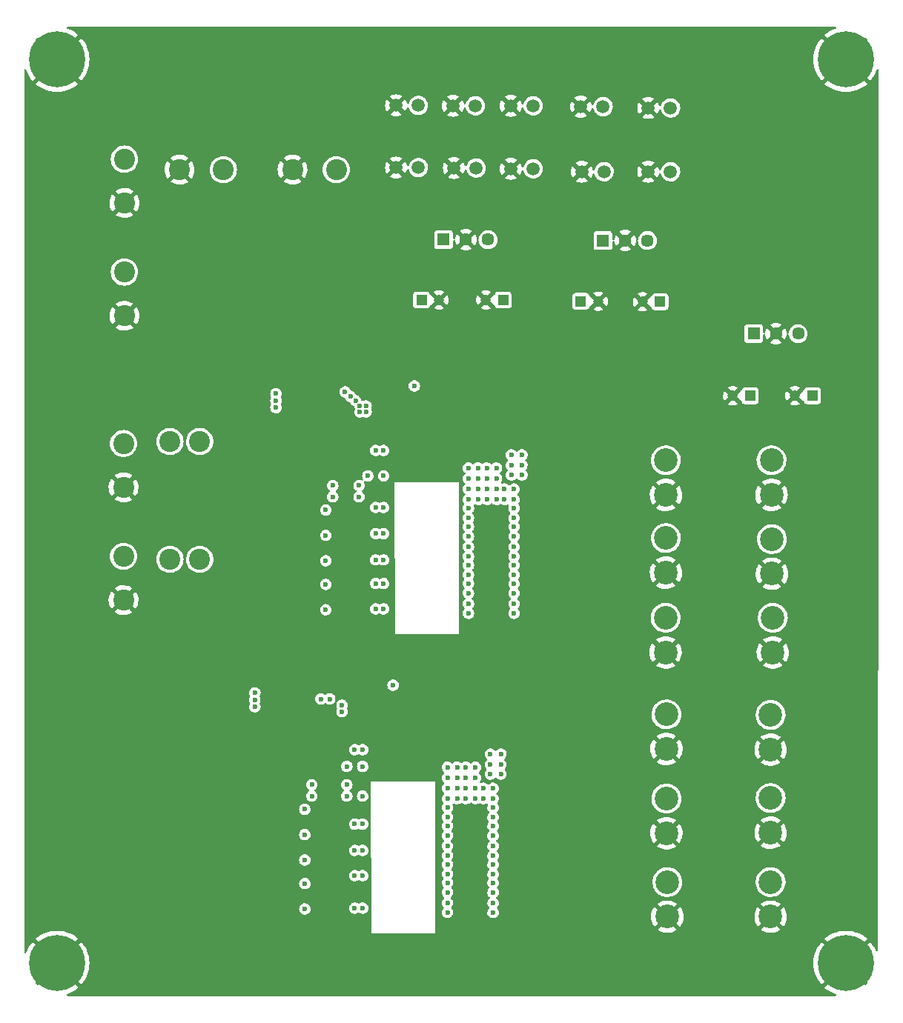
<source format=gbr>
%TF.GenerationSoftware,KiCad,Pcbnew,(6.0.2)*%
%TF.CreationDate,2022-03-05T17:59:28+01:00*%
%TF.ProjectId,Carte_Alim_V6_2022,43617274-655f-4416-9c69-6d5f56365f32,rev?*%
%TF.SameCoordinates,Original*%
%TF.FileFunction,Copper,L2,Inr*%
%TF.FilePolarity,Positive*%
%FSLAX46Y46*%
G04 Gerber Fmt 4.6, Leading zero omitted, Abs format (unit mm)*
G04 Created by KiCad (PCBNEW (6.0.2)) date 2022-03-05 17:59:28*
%MOMM*%
%LPD*%
G01*
G04 APERTURE LIST*
%TA.AperFunction,ComponentPad*%
%ADD10C,2.700000*%
%TD*%
%TA.AperFunction,ComponentPad*%
%ADD11C,2.400000*%
%TD*%
%TA.AperFunction,ComponentPad*%
%ADD12R,1.200000X1.200000*%
%TD*%
%TA.AperFunction,ComponentPad*%
%ADD13C,1.200000*%
%TD*%
%TA.AperFunction,ComponentPad*%
%ADD14C,0.800000*%
%TD*%
%TA.AperFunction,ComponentPad*%
%ADD15C,6.400000*%
%TD*%
%TA.AperFunction,ComponentPad*%
%ADD16C,1.508000*%
%TD*%
%TA.AperFunction,ComponentPad*%
%ADD17R,1.448000X1.448000*%
%TD*%
%TA.AperFunction,ComponentPad*%
%ADD18C,1.448000*%
%TD*%
%TA.AperFunction,ViaPad*%
%ADD19C,0.600000*%
%TD*%
G04 APERTURE END LIST*
D10*
%TO.N,+5P*%
%TO.C,J32*%
X120000000Y-102860000D03*
%TO.N,GND*%
X120000000Y-106820000D03*
%TD*%
%TO.N,+12P*%
%TO.C,J13*%
X119950000Y-73820000D03*
%TO.N,GND*%
X119950000Y-77780000D03*
%TD*%
D11*
%TO.N,+24V*%
%TO.C,J5*%
X58100000Y-39400000D03*
%TO.N,GND*%
X58100000Y-44400000D03*
%TD*%
D12*
%TO.N,+24V*%
%TO.C,C53*%
X110227401Y-55640000D03*
D13*
%TO.N,GND*%
X112227401Y-55640000D03*
%TD*%
D14*
%TO.N,GND*%
%TO.C,H4*%
X48702944Y-26302944D03*
X48000000Y-28000000D03*
X50400000Y-30400000D03*
X52800000Y-28000000D03*
X52097056Y-29697056D03*
X48702944Y-29697056D03*
X50400000Y-25600000D03*
X52097056Y-26302944D03*
D15*
X50400000Y-28000000D03*
%TD*%
D16*
%TO.N,+12C*%
%TO.C,J10*%
X104770000Y-40500000D03*
%TO.N,GND*%
X102230000Y-40500000D03*
%TD*%
%TO.N,+12C*%
%TO.C,J8*%
X98270000Y-40400000D03*
%TO.N,GND*%
X95730000Y-40400000D03*
%TD*%
%TO.N,+5C*%
%TO.C,J19*%
X112770000Y-33400000D03*
%TO.N,GND*%
X110230000Y-33400000D03*
%TD*%
D11*
%TO.N,+BATT*%
%TO.C,J2*%
X58000000Y-71900000D03*
%TO.N,GND*%
X58000000Y-76900000D03*
%TD*%
D10*
%TO.N,+5P*%
%TO.C,J30*%
X131900000Y-122020000D03*
%TO.N,GND*%
X131900000Y-125980000D03*
%TD*%
D12*
%TO.N,+5C*%
%TO.C,C56*%
X119272600Y-55700000D03*
D13*
%TO.N,GND*%
X117272600Y-55700000D03*
%TD*%
D10*
%TO.N,+12P*%
%TO.C,J18*%
X119950000Y-82700000D03*
%TO.N,GND*%
X119950000Y-86660000D03*
%TD*%
D16*
%TO.N,+12C*%
%TO.C,J12*%
X91670000Y-40360000D03*
%TO.N,GND*%
X89130000Y-40360000D03*
%TD*%
D10*
%TO.N,+12P*%
%TO.C,J15*%
X132050000Y-82820000D03*
%TO.N,GND*%
X132050000Y-86780000D03*
%TD*%
%TO.N,+5P*%
%TO.C,J29*%
X131900000Y-102920000D03*
%TO.N,GND*%
X131900000Y-106880000D03*
%TD*%
D14*
%TO.N,GND*%
%TO.C,H2*%
X140500000Y-30400000D03*
X142197056Y-29697056D03*
X138802944Y-29697056D03*
X140500000Y-25600000D03*
X142197056Y-26302944D03*
D15*
X140500000Y-28000000D03*
D14*
X138802944Y-26302944D03*
X138100000Y-28000000D03*
X142900000Y-28000000D03*
%TD*%
D17*
%TO.N,+24V*%
%TO.C,PS3*%
X129960000Y-59347500D03*
D18*
%TO.N,GND*%
X132500000Y-59347500D03*
%TO.N,+5V*%
X135040000Y-59347500D03*
%TD*%
D16*
%TO.N,+12C*%
%TO.C,J11*%
X104770000Y-33300000D03*
%TO.N,GND*%
X102230000Y-33300000D03*
%TD*%
D10*
%TO.N,+12P*%
%TO.C,J16*%
X119900000Y-91820000D03*
%TO.N,GND*%
X119900000Y-95780000D03*
%TD*%
D12*
%TO.N,+5V*%
%TO.C,C57*%
X136672600Y-66447500D03*
D13*
%TO.N,GND*%
X134672600Y-66447500D03*
%TD*%
D16*
%TO.N,+5C*%
%TO.C,J23*%
X120470000Y-33540000D03*
%TO.N,GND*%
X117930000Y-33540000D03*
%TD*%
D14*
%TO.N,GND*%
%TO.C,H3*%
X52097056Y-129602944D03*
X48000000Y-131300000D03*
X48702944Y-129602944D03*
D15*
X50400000Y-131300000D03*
D14*
X50400000Y-133700000D03*
X52097056Y-132997056D03*
X52800000Y-131300000D03*
X48702944Y-132997056D03*
X50400000Y-128900000D03*
%TD*%
D10*
%TO.N,+5P*%
%TO.C,J27*%
X131900000Y-112420000D03*
%TO.N,GND*%
X131900000Y-116380000D03*
%TD*%
D14*
%TO.N,GND*%
%TO.C,H1*%
X138802944Y-132997056D03*
X140500000Y-128900000D03*
D15*
X140500000Y-131300000D03*
D14*
X138802944Y-129602944D03*
X138100000Y-131300000D03*
X142197056Y-129602944D03*
X142900000Y-131300000D03*
X140500000Y-133700000D03*
X142197056Y-132997056D03*
%TD*%
D16*
%TO.N,+5C*%
%TO.C,J25*%
X120470000Y-40840000D03*
%TO.N,GND*%
X117930000Y-40840000D03*
%TD*%
D10*
%TO.N,+12P*%
%TO.C,J14*%
X132000000Y-73820000D03*
%TO.N,GND*%
X132000000Y-77780000D03*
%TD*%
D12*
%TO.N,+24V*%
%TO.C,C54*%
X129572599Y-66447500D03*
D13*
%TO.N,GND*%
X127572599Y-66447500D03*
%TD*%
D17*
%TO.N,+24V*%
%TO.C,PS2*%
X112760000Y-48700000D03*
D18*
%TO.N,GND*%
X115300000Y-48700000D03*
%TO.N,+5C*%
X117840000Y-48700000D03*
%TD*%
D10*
%TO.N,+12P*%
%TO.C,J17*%
X132150000Y-91820000D03*
%TO.N,GND*%
X132150000Y-95780000D03*
%TD*%
D11*
%TO.N,+24V*%
%TO.C,J3*%
X58100000Y-52300000D03*
%TO.N,GND*%
X58100000Y-57300000D03*
%TD*%
%TO.N,+BATT*%
%TO.C,J1*%
X58000000Y-84800000D03*
%TO.N,GND*%
X58000000Y-89800000D03*
%TD*%
D16*
%TO.N,+12C*%
%TO.C,J9*%
X91670000Y-33260000D03*
%TO.N,GND*%
X89130000Y-33260000D03*
%TD*%
%TO.N,+5C*%
%TO.C,J21*%
X112870000Y-40840000D03*
%TO.N,GND*%
X110330000Y-40840000D03*
%TD*%
D17*
%TO.N,+24V*%
%TO.C,PS1*%
X94560000Y-48600000D03*
D18*
%TO.N,GND*%
X97100000Y-48600000D03*
%TO.N,+12C*%
X99640000Y-48600000D03*
%TD*%
D10*
%TO.N,+5P*%
%TO.C,J28*%
X120000000Y-112480000D03*
%TO.N,GND*%
X120000000Y-116440000D03*
%TD*%
D12*
%TO.N,+12C*%
%TO.C,C55*%
X101372600Y-55500000D03*
D13*
%TO.N,GND*%
X99372600Y-55500000D03*
%TD*%
D12*
%TO.N,+24V*%
%TO.C,C52*%
X92027401Y-55500000D03*
D13*
%TO.N,GND*%
X94027401Y-55500000D03*
%TD*%
D10*
%TO.N,+5P*%
%TO.C,J31*%
X120100000Y-122020000D03*
%TO.N,GND*%
X120100000Y-125980000D03*
%TD*%
D11*
%TO.N,+24V*%
%TO.C,J6*%
X82300000Y-40600000D03*
%TO.N,GND*%
X77300000Y-40600000D03*
%TD*%
%TO.N,+24V*%
%TO.C,J4*%
X69400000Y-40600000D03*
%TO.N,GND*%
X64400000Y-40600000D03*
%TD*%
%TO.N,+BATT*%
%TO.C,F1*%
X63300000Y-85135000D03*
X66700000Y-85135000D03*
%TO.N,+24V*%
X66700000Y-71665000D03*
X63300000Y-71665000D03*
%TD*%
D16*
%TO.N,+12C*%
%TO.C,J7*%
X98170000Y-33300000D03*
%TO.N,GND*%
X95630000Y-33300000D03*
%TD*%
D19*
%TO.N,+24V*%
X75400000Y-67800000D03*
X73000000Y-102000000D03*
X91218750Y-65318750D03*
X85000000Y-67600000D03*
X83300000Y-66000000D03*
X85700000Y-67600000D03*
X83900000Y-66500000D03*
X75400000Y-66200000D03*
X85000000Y-68300000D03*
X81550000Y-101100000D03*
X82950000Y-101800000D03*
X88775000Y-99525000D03*
X73000000Y-100400000D03*
X80550000Y-101100000D03*
X85700000Y-68300000D03*
X75400000Y-67000000D03*
X84500000Y-67000000D03*
X73000000Y-101200000D03*
X82950000Y-102550000D03*
%TO.N,GND*%
X76700000Y-61600000D03*
X87300000Y-70500000D03*
X92400000Y-61000000D03*
X138875000Y-34400000D03*
X104025000Y-129950000D03*
X103850000Y-116525000D03*
X132000000Y-35550000D03*
X100325000Y-102150000D03*
X81450000Y-105650000D03*
X106800000Y-114000000D03*
X60550000Y-115700000D03*
X107700000Y-114000000D03*
X79425000Y-95975000D03*
X66850000Y-115725000D03*
X66800000Y-120150000D03*
X105000000Y-85300000D03*
X109400000Y-103200000D03*
X76700000Y-72400000D03*
X49150000Y-115550000D03*
X95675000Y-98600000D03*
X102700000Y-67900000D03*
X108500000Y-103200000D03*
X49150000Y-101600000D03*
X101700000Y-103200000D03*
X60550000Y-111075000D03*
X110000000Y-68900000D03*
X104300000Y-103200000D03*
X105000000Y-89925000D03*
X96075000Y-132875000D03*
X78700000Y-106725000D03*
X111300000Y-98625000D03*
X107700000Y-103200000D03*
X108500000Y-114000000D03*
X73325000Y-132825000D03*
X49150000Y-124750000D03*
X73175000Y-124900000D03*
X104000000Y-68900000D03*
X103400000Y-103200000D03*
X80150000Y-129825000D03*
X60400000Y-101600000D03*
X87900000Y-102200000D03*
X108500000Y-130000000D03*
X113400000Y-68900000D03*
X88800000Y-70600000D03*
X109100000Y-79700000D03*
X87900000Y-103400000D03*
X112500000Y-133050000D03*
X73050000Y-120325000D03*
X60500000Y-124750000D03*
X81100000Y-61600000D03*
X108500000Y-119925000D03*
X97800000Y-104200000D03*
X106600000Y-68900000D03*
X110200000Y-114000000D03*
X55450000Y-106250000D03*
X60500000Y-120125000D03*
X85700000Y-132825000D03*
X55450000Y-101625000D03*
X108500000Y-123075000D03*
X80900000Y-72400000D03*
X72950000Y-111000000D03*
X99525000Y-93975000D03*
X100200000Y-69900000D03*
X138875000Y-45675000D03*
X108500000Y-126325000D03*
X106600000Y-79700000D03*
X113400000Y-79700000D03*
X83900000Y-71400000D03*
X106000000Y-103200000D03*
X84800000Y-103400000D03*
X105700000Y-68900000D03*
X129925000Y-45600000D03*
X77525000Y-106725000D03*
X108400000Y-116525000D03*
X49150000Y-110925000D03*
X110000000Y-79700000D03*
X123000000Y-28400000D03*
X60425000Y-106250000D03*
X85650000Y-130100000D03*
X78700000Y-61600000D03*
X107400000Y-79700000D03*
X108300000Y-68900000D03*
X111300000Y-85325000D03*
X84800000Y-104600000D03*
X77600000Y-72400000D03*
X78600000Y-72400000D03*
X106800000Y-103200000D03*
X90300000Y-70500000D03*
X66850000Y-111100000D03*
X73275000Y-128250000D03*
X96075000Y-129950000D03*
X55450000Y-110950000D03*
X104000000Y-79700000D03*
X140950000Y-35800000D03*
X60500000Y-132800000D03*
X108550000Y-133075000D03*
X105000000Y-98600000D03*
X75225000Y-106700000D03*
X111100000Y-103200000D03*
X91500000Y-75100000D03*
X90875000Y-130050000D03*
X73000000Y-115800000D03*
X79900000Y-72400000D03*
X132025000Y-46950000D03*
X102075000Y-28625000D03*
X105100000Y-114000000D03*
X72950000Y-106175000D03*
X49725000Y-62000000D03*
X110200000Y-103200000D03*
X74150000Y-106700000D03*
X49150000Y-120125000D03*
X111700000Y-68900000D03*
X49150000Y-106225000D03*
X100725000Y-129950000D03*
X111300000Y-89950000D03*
X91900000Y-95500000D03*
X104900000Y-79700000D03*
X100675000Y-132925000D03*
X79700000Y-106725000D03*
X104300000Y-114000000D03*
X110800000Y-68900000D03*
X105100000Y-103200000D03*
X90000000Y-95100000D03*
X105000000Y-93975000D03*
X103975000Y-132975000D03*
X88800000Y-69350000D03*
X55450000Y-124775000D03*
X66825000Y-106250000D03*
X90300000Y-69350000D03*
X55450000Y-120150000D03*
X80100000Y-61600000D03*
X90300000Y-68000000D03*
X107400000Y-68900000D03*
X108300000Y-79700000D03*
X136000000Y-30800000D03*
X101700000Y-114000000D03*
X60500000Y-128175000D03*
X104900000Y-68900000D03*
X77625000Y-95975000D03*
X77700000Y-61600000D03*
X111300000Y-94000000D03*
X76200000Y-96000000D03*
X103400000Y-114000000D03*
X111100000Y-114000000D03*
X95400000Y-75200000D03*
X120900000Y-130825000D03*
X111700000Y-79700000D03*
X66800000Y-128200000D03*
X99675000Y-98600000D03*
X96700000Y-67400000D03*
X94150000Y-101550000D03*
X109400000Y-114000000D03*
X90875000Y-132825000D03*
X86500000Y-104600000D03*
X81900000Y-72400000D03*
X76325000Y-106700000D03*
X87900000Y-104600000D03*
X86550000Y-95525000D03*
X103975000Y-126325000D03*
X103975000Y-122850000D03*
X89550000Y-109500000D03*
X96500000Y-69200000D03*
X94125000Y-103425000D03*
X110800000Y-79700000D03*
X55450000Y-115575000D03*
X74750000Y-96000000D03*
X140800000Y-46950000D03*
X86500000Y-103400000D03*
X112475000Y-130000000D03*
X106000000Y-114000000D03*
X102600000Y-114000000D03*
X49125000Y-97800000D03*
X94300000Y-61200000D03*
X112500000Y-79700000D03*
X112500000Y-68900000D03*
X93550000Y-109550000D03*
X109100000Y-68900000D03*
X129950000Y-34125000D03*
X102600000Y-103200000D03*
X66800000Y-132825000D03*
X105700000Y-79700000D03*
X80150000Y-132825000D03*
X82200000Y-61600000D03*
X103975000Y-119925000D03*
X66800000Y-124775000D03*
X87300000Y-69350000D03*
X89000000Y-61300000D03*
%TO.N,+12P*%
X97400000Y-79300000D03*
X97400000Y-89000000D03*
X102600000Y-90200000D03*
X98500000Y-74700000D03*
X97400000Y-84800000D03*
X102600000Y-84800000D03*
X99500000Y-77100000D03*
X98500000Y-77100000D03*
X97400000Y-74700000D03*
X97400000Y-78300000D03*
X102600000Y-81400000D03*
X101500000Y-78300000D03*
X101500000Y-77100000D03*
X102600000Y-83700000D03*
X102600000Y-80400000D03*
X99500000Y-78300000D03*
X97400000Y-85800000D03*
X97400000Y-83700000D03*
X103500000Y-73200000D03*
X102300000Y-73200000D03*
X97400000Y-81400000D03*
X102300000Y-74400000D03*
X102600000Y-78300000D03*
X98500000Y-78300000D03*
X100600000Y-77100000D03*
X99500000Y-75900000D03*
X100600000Y-75900000D03*
X97400000Y-82500000D03*
X102600000Y-79300000D03*
X98500000Y-75900000D03*
X97400000Y-87900000D03*
X102600000Y-86900000D03*
X97400000Y-75900000D03*
X102300000Y-75500000D03*
X97400000Y-80400000D03*
X102600000Y-82500000D03*
X100600000Y-78300000D03*
X102600000Y-77100000D03*
X97400000Y-77100000D03*
X99500000Y-74700000D03*
X102600000Y-85800000D03*
X97400000Y-90200000D03*
X102600000Y-91300000D03*
X97400000Y-86900000D03*
X100600000Y-74700000D03*
X103500000Y-74400000D03*
X102600000Y-89000000D03*
X97400000Y-91300000D03*
X102600000Y-87900000D03*
X103500000Y-75500000D03*
%TO.N,+5P*%
X100200000Y-121100000D03*
X101100000Y-108600000D03*
X95000000Y-120000000D03*
X100200000Y-125500000D03*
X95000000Y-123200000D03*
X100200000Y-119000000D03*
X101100000Y-109700000D03*
X95000000Y-110100000D03*
X99100000Y-112500000D03*
X97100000Y-112500000D03*
X98200000Y-108900000D03*
X100200000Y-111300000D03*
X96100000Y-111300000D03*
X100200000Y-123200000D03*
X98200000Y-111300000D03*
X95000000Y-113500000D03*
X95000000Y-117900000D03*
X99100000Y-111300000D03*
X95000000Y-112500000D03*
X100200000Y-117900000D03*
X95000000Y-116700000D03*
X100200000Y-124400000D03*
X100200000Y-115600000D03*
X100200000Y-112500000D03*
X97100000Y-111300000D03*
X95000000Y-114600000D03*
X95000000Y-121100000D03*
X100200000Y-120000000D03*
X99900000Y-107400000D03*
X95000000Y-119000000D03*
X96100000Y-108900000D03*
X95000000Y-124400000D03*
X100200000Y-114600000D03*
X95000000Y-125500000D03*
X95000000Y-122100000D03*
X97100000Y-110100000D03*
X95000000Y-115600000D03*
X96100000Y-112500000D03*
X100200000Y-116700000D03*
X97100000Y-108900000D03*
X100200000Y-122100000D03*
X99900000Y-108600000D03*
X101100000Y-107400000D03*
X95000000Y-111300000D03*
X100200000Y-113500000D03*
X99900000Y-109700000D03*
X98200000Y-112500000D03*
X95000000Y-108900000D03*
X96100000Y-110100000D03*
X98200000Y-110100000D03*
%TO.N,Net-(L1-Pad1)*%
X81100000Y-90900000D03*
X86800000Y-87900000D03*
X86800000Y-82200000D03*
X81100000Y-79500000D03*
X81100000Y-85300000D03*
X81900000Y-78000000D03*
X87700000Y-85200000D03*
X81100000Y-82400000D03*
X87700000Y-75600000D03*
X84900000Y-76700000D03*
X86800000Y-79200000D03*
X87700000Y-79200000D03*
X85900000Y-75600000D03*
X81100000Y-88000000D03*
X87700000Y-82200000D03*
X84900000Y-78000000D03*
X87700000Y-87900000D03*
X87700000Y-90800000D03*
X81900000Y-76700000D03*
X87700000Y-72700000D03*
X86800000Y-72700000D03*
X86800000Y-90800000D03*
X86800000Y-85200000D03*
%TO.N,Net-(L3-Pad1)*%
X79500000Y-110900000D03*
X84400000Y-118400000D03*
X78700000Y-125100000D03*
X83500000Y-108800000D03*
X78700000Y-122200000D03*
X84400000Y-121300000D03*
X85300000Y-118400000D03*
X78700000Y-116600000D03*
X84400000Y-125000000D03*
X83500000Y-110900000D03*
X79500000Y-112200000D03*
X85300000Y-108800000D03*
X85300000Y-121300000D03*
X84400000Y-106900000D03*
X78700000Y-113700000D03*
X85300000Y-115400000D03*
X85300000Y-106900000D03*
X85300000Y-112200000D03*
X85300000Y-125000000D03*
X78700000Y-119500000D03*
X84400000Y-115400000D03*
X83500000Y-112200000D03*
%TD*%
%TA.AperFunction,Conductor*%
%TO.N,GND*%
G36*
X92514057Y-24249350D02*
G01*
X139264710Y-24249983D01*
X139332830Y-24269986D01*
X139379322Y-24323642D01*
X139389425Y-24393916D01*
X139359931Y-24458497D01*
X139309862Y-24493614D01*
X138996091Y-24614059D01*
X138990074Y-24616738D01*
X138650400Y-24789811D01*
X138644691Y-24793107D01*
X138324982Y-25000729D01*
X138319639Y-25004611D01*
X138078731Y-25199695D01*
X138070263Y-25211953D01*
X138076596Y-25223043D01*
X143276091Y-30422538D01*
X143289167Y-30429678D01*
X143299536Y-30422220D01*
X143495389Y-30180361D01*
X143499271Y-30175018D01*
X143706893Y-29855309D01*
X143710189Y-29849600D01*
X143883262Y-29509926D01*
X143885941Y-29503909D01*
X144006377Y-29190162D01*
X144049463Y-29133733D01*
X144116216Y-29109557D01*
X144185444Y-29125308D01*
X144235165Y-29175986D01*
X144250008Y-29235439D01*
X144213713Y-66276218D01*
X144151472Y-129796091D01*
X144151460Y-129808081D01*
X144131391Y-129876183D01*
X144077690Y-129922623D01*
X144007406Y-129932658D01*
X143942854Y-129903102D01*
X143907829Y-129853113D01*
X143885938Y-129796085D01*
X143883262Y-129790074D01*
X143710189Y-129450400D01*
X143706893Y-129444691D01*
X143499271Y-129124982D01*
X143495389Y-129119639D01*
X143300305Y-128878731D01*
X143288047Y-128870263D01*
X143276957Y-128876596D01*
X138077462Y-134076091D01*
X138070322Y-134089167D01*
X138077780Y-134099536D01*
X138319639Y-134295389D01*
X138324982Y-134299271D01*
X138644691Y-134506893D01*
X138650400Y-134510189D01*
X138990074Y-134683262D01*
X138996091Y-134685941D01*
X139309817Y-134806369D01*
X139366246Y-134849455D01*
X139390422Y-134916208D01*
X139374671Y-134985436D01*
X139323993Y-135035157D01*
X139264663Y-135050000D01*
X97321162Y-135050000D01*
X51635340Y-135049999D01*
X51567219Y-135029997D01*
X51520726Y-134976341D01*
X51510622Y-134906067D01*
X51540116Y-134841487D01*
X51590185Y-134806368D01*
X51903915Y-134685938D01*
X51909926Y-134683262D01*
X52249600Y-134510189D01*
X52255309Y-134506893D01*
X52575018Y-134299271D01*
X52580361Y-134295389D01*
X52821269Y-134100305D01*
X52829737Y-134088047D01*
X52823404Y-134076957D01*
X50047579Y-131301132D01*
X50758751Y-131301132D01*
X50758882Y-131302965D01*
X50763133Y-131309580D01*
X53176091Y-133722538D01*
X53189167Y-133729678D01*
X53199536Y-133722220D01*
X53395389Y-133480361D01*
X53399271Y-133475018D01*
X53606893Y-133155309D01*
X53610189Y-133149600D01*
X53783262Y-132809926D01*
X53785938Y-132803915D01*
X53922554Y-132448018D01*
X53924594Y-132441741D01*
X54023258Y-132073518D01*
X54024629Y-132067068D01*
X54084267Y-131690534D01*
X54084953Y-131683996D01*
X54104905Y-131303301D01*
X136795095Y-131303301D01*
X136815047Y-131683996D01*
X136815733Y-131690534D01*
X136875371Y-132067068D01*
X136876742Y-132073518D01*
X136975406Y-132441741D01*
X136977446Y-132448018D01*
X137114062Y-132803915D01*
X137116738Y-132809926D01*
X137289811Y-133149600D01*
X137293107Y-133155309D01*
X137500729Y-133475018D01*
X137504611Y-133480361D01*
X137699695Y-133721269D01*
X137711953Y-133729737D01*
X137723043Y-133723404D01*
X140133635Y-131312812D01*
X140141249Y-131298868D01*
X140141118Y-131297035D01*
X140136867Y-131290420D01*
X137723909Y-128877462D01*
X137710833Y-128870322D01*
X137700464Y-128877780D01*
X137504611Y-129119639D01*
X137500729Y-129124982D01*
X137293107Y-129444691D01*
X137289811Y-129450400D01*
X137116738Y-129790074D01*
X137114062Y-129796085D01*
X136977446Y-130151982D01*
X136975406Y-130158259D01*
X136876742Y-130526482D01*
X136875371Y-130532932D01*
X136815733Y-130909466D01*
X136815047Y-130916004D01*
X136795095Y-131296699D01*
X136795095Y-131303301D01*
X54104905Y-131303301D01*
X54104905Y-131296699D01*
X54084953Y-130916004D01*
X54084267Y-130909466D01*
X54024629Y-130532932D01*
X54023258Y-130526482D01*
X53924594Y-130158259D01*
X53922554Y-130151982D01*
X53785938Y-129796085D01*
X53783262Y-129790074D01*
X53610189Y-129450400D01*
X53606893Y-129444691D01*
X53399271Y-129124982D01*
X53395389Y-129119639D01*
X53200305Y-128878731D01*
X53188047Y-128870263D01*
X53176957Y-128876596D01*
X50766365Y-131287188D01*
X50758751Y-131301132D01*
X50047579Y-131301132D01*
X47623909Y-128877462D01*
X47610833Y-128870322D01*
X47600464Y-128877780D01*
X47404611Y-129119639D01*
X47400729Y-129124982D01*
X47193107Y-129444691D01*
X47189811Y-129450400D01*
X47016738Y-129790074D01*
X47014059Y-129796091D01*
X46893631Y-130109817D01*
X46850545Y-130166246D01*
X46783792Y-130190422D01*
X46714564Y-130174671D01*
X46664843Y-130123993D01*
X46650000Y-130064663D01*
X46650000Y-128511953D01*
X47970263Y-128511953D01*
X47976596Y-128523043D01*
X50387188Y-130933635D01*
X50401132Y-130941249D01*
X50402965Y-130941118D01*
X50409580Y-130936867D01*
X52822538Y-128523909D01*
X52829066Y-128511953D01*
X138070263Y-128511953D01*
X138076596Y-128523043D01*
X140487188Y-130933635D01*
X140501132Y-130941249D01*
X140502965Y-130941118D01*
X140509580Y-130936867D01*
X142922538Y-128523909D01*
X142929678Y-128510833D01*
X142922220Y-128500464D01*
X142680361Y-128304611D01*
X142675018Y-128300729D01*
X142355309Y-128093107D01*
X142349600Y-128089811D01*
X142009926Y-127916738D01*
X142003915Y-127914062D01*
X141648018Y-127777446D01*
X141641741Y-127775406D01*
X141273518Y-127676742D01*
X141267068Y-127675371D01*
X140890534Y-127615733D01*
X140883996Y-127615047D01*
X140503301Y-127595095D01*
X140496699Y-127595095D01*
X140116004Y-127615047D01*
X140109466Y-127615733D01*
X139732932Y-127675371D01*
X139726482Y-127676742D01*
X139358259Y-127775406D01*
X139351982Y-127777446D01*
X138996085Y-127914062D01*
X138990074Y-127916738D01*
X138650400Y-128089811D01*
X138644691Y-128093107D01*
X138324982Y-128300729D01*
X138319639Y-128304611D01*
X138078731Y-128499695D01*
X138070263Y-128511953D01*
X52829066Y-128511953D01*
X52829678Y-128510833D01*
X52822220Y-128500464D01*
X52580361Y-128304611D01*
X52575018Y-128300729D01*
X52255309Y-128093107D01*
X52249600Y-128089811D01*
X51909926Y-127916738D01*
X51903915Y-127914062D01*
X51548018Y-127777446D01*
X51541741Y-127775406D01*
X51173518Y-127676742D01*
X51167068Y-127675371D01*
X50790534Y-127615733D01*
X50783996Y-127615047D01*
X50403301Y-127595095D01*
X50396699Y-127595095D01*
X50016004Y-127615047D01*
X50009466Y-127615733D01*
X49632932Y-127675371D01*
X49626482Y-127676742D01*
X49258259Y-127775406D01*
X49251982Y-127777446D01*
X48896085Y-127914062D01*
X48890074Y-127916738D01*
X48550400Y-128089811D01*
X48544691Y-128093107D01*
X48224982Y-128300729D01*
X48219639Y-128304611D01*
X47978731Y-128499695D01*
X47970263Y-128511953D01*
X46650000Y-128511953D01*
X46650000Y-125093138D01*
X78044758Y-125093138D01*
X78062035Y-125249633D01*
X78116143Y-125397490D01*
X78120380Y-125403796D01*
X78120382Y-125403799D01*
X78160709Y-125463811D01*
X78203958Y-125528172D01*
X78320410Y-125634135D01*
X78362089Y-125656765D01*
X78452099Y-125705637D01*
X78452101Y-125705638D01*
X78458776Y-125709262D01*
X78466125Y-125711190D01*
X78603719Y-125747287D01*
X78603721Y-125747287D01*
X78611069Y-125749215D01*
X78694380Y-125750524D01*
X78760898Y-125751569D01*
X78760901Y-125751569D01*
X78768495Y-125751688D01*
X78921968Y-125716538D01*
X79062625Y-125645795D01*
X79109644Y-125605637D01*
X79176574Y-125548474D01*
X79176576Y-125548471D01*
X79182348Y-125543542D01*
X79274224Y-125415683D01*
X79332950Y-125269598D01*
X79348253Y-125162072D01*
X79354553Y-125117807D01*
X79354553Y-125117804D01*
X79355134Y-125113723D01*
X79355278Y-125100000D01*
X79342346Y-124993138D01*
X83744758Y-124993138D01*
X83762035Y-125149633D01*
X83816143Y-125297490D01*
X83820380Y-125303796D01*
X83820382Y-125303799D01*
X83837964Y-125329963D01*
X83903958Y-125428172D01*
X83926270Y-125448474D01*
X84006927Y-125521866D01*
X84020410Y-125534135D01*
X84041885Y-125545795D01*
X84152099Y-125605637D01*
X84152101Y-125605638D01*
X84158776Y-125609262D01*
X84166125Y-125611190D01*
X84303719Y-125647287D01*
X84303721Y-125647287D01*
X84311069Y-125649215D01*
X84394380Y-125650524D01*
X84460898Y-125651569D01*
X84460901Y-125651569D01*
X84468495Y-125651688D01*
X84621968Y-125616538D01*
X84762625Y-125545795D01*
X84768404Y-125540859D01*
X84774726Y-125536659D01*
X84775566Y-125537923D01*
X84832518Y-125512402D01*
X84902719Y-125523006D01*
X84917844Y-125531800D01*
X84920410Y-125534135D01*
X84927085Y-125537759D01*
X84927086Y-125537760D01*
X85052099Y-125605637D01*
X85052101Y-125605638D01*
X85058776Y-125609262D01*
X85066125Y-125611190D01*
X85203719Y-125647287D01*
X85203721Y-125647287D01*
X85211069Y-125649215D01*
X85294380Y-125650524D01*
X85360898Y-125651569D01*
X85360901Y-125651569D01*
X85368495Y-125651688D01*
X85521968Y-125616538D01*
X85662625Y-125545795D01*
X85721054Y-125495892D01*
X85776574Y-125448474D01*
X85776576Y-125448471D01*
X85782348Y-125443542D01*
X85874224Y-125315683D01*
X85932950Y-125169598D01*
X85947445Y-125067747D01*
X85954553Y-125017807D01*
X85954553Y-125017804D01*
X85955134Y-125013723D01*
X85955278Y-125000000D01*
X85936363Y-124843694D01*
X85885329Y-124708636D01*
X85883394Y-124703514D01*
X85883393Y-124703511D01*
X85880710Y-124696412D01*
X85791531Y-124566657D01*
X85724153Y-124506625D01*
X85679648Y-124466972D01*
X85679645Y-124466970D01*
X85673976Y-124461919D01*
X85651256Y-124449889D01*
X85609218Y-124427631D01*
X85534831Y-124388245D01*
X85518122Y-124384048D01*
X85389498Y-124351740D01*
X85389496Y-124351740D01*
X85382128Y-124349889D01*
X85374530Y-124349849D01*
X85374528Y-124349849D01*
X85307319Y-124349497D01*
X85224684Y-124349065D01*
X85217305Y-124350837D01*
X85217301Y-124350837D01*
X85078967Y-124384048D01*
X85078963Y-124384049D01*
X85071588Y-124385820D01*
X85064843Y-124389301D01*
X85064844Y-124389301D01*
X84938426Y-124454549D01*
X84938422Y-124454552D01*
X84931679Y-124458032D01*
X84925960Y-124463021D01*
X84920729Y-124466576D01*
X84853144Y-124488320D01*
X84784533Y-124470074D01*
X84779340Y-124466698D01*
X84773976Y-124461919D01*
X84751256Y-124449889D01*
X84709218Y-124427631D01*
X84634831Y-124388245D01*
X84618122Y-124384048D01*
X84489498Y-124351740D01*
X84489496Y-124351740D01*
X84482128Y-124349889D01*
X84474530Y-124349849D01*
X84474528Y-124349849D01*
X84407319Y-124349497D01*
X84324684Y-124349065D01*
X84317305Y-124350837D01*
X84317301Y-124350837D01*
X84178967Y-124384048D01*
X84178963Y-124384049D01*
X84171588Y-124385820D01*
X84136105Y-124404134D01*
X84043870Y-124451740D01*
X84031679Y-124458032D01*
X84025957Y-124463024D01*
X84025955Y-124463025D01*
X83918759Y-124556538D01*
X83918756Y-124556541D01*
X83913034Y-124561533D01*
X83908667Y-124567747D01*
X83834752Y-124672917D01*
X83822501Y-124690348D01*
X83765309Y-124837039D01*
X83764318Y-124844568D01*
X83749380Y-124958032D01*
X83744758Y-124993138D01*
X79342346Y-124993138D01*
X79336363Y-124943694D01*
X79309713Y-124873166D01*
X79283394Y-124803514D01*
X79283393Y-124803511D01*
X79280710Y-124796412D01*
X79191531Y-124666657D01*
X79082595Y-124569598D01*
X79079648Y-124566972D01*
X79079645Y-124566970D01*
X79073976Y-124561919D01*
X79036515Y-124542084D01*
X78970753Y-124507265D01*
X78934831Y-124488245D01*
X78850139Y-124466972D01*
X78789498Y-124451740D01*
X78789496Y-124451740D01*
X78782128Y-124449889D01*
X78774530Y-124449849D01*
X78774528Y-124449849D01*
X78707319Y-124449497D01*
X78624684Y-124449065D01*
X78617305Y-124450837D01*
X78617301Y-124450837D01*
X78478967Y-124484048D01*
X78478963Y-124484049D01*
X78471588Y-124485820D01*
X78331679Y-124558032D01*
X78325957Y-124563024D01*
X78325955Y-124563025D01*
X78218759Y-124656538D01*
X78218756Y-124656541D01*
X78213034Y-124661533D01*
X78122501Y-124790348D01*
X78065309Y-124937039D01*
X78059311Y-124982600D01*
X78048101Y-125067747D01*
X78044758Y-125093138D01*
X46650000Y-125093138D01*
X46650000Y-122193138D01*
X78044758Y-122193138D01*
X78062035Y-122349633D01*
X78116143Y-122497490D01*
X78120380Y-122503796D01*
X78120382Y-122503799D01*
X78160709Y-122563811D01*
X78203958Y-122628172D01*
X78320410Y-122734135D01*
X78341885Y-122745795D01*
X78452099Y-122805637D01*
X78452101Y-122805638D01*
X78458776Y-122809262D01*
X78466125Y-122811190D01*
X78603719Y-122847287D01*
X78603721Y-122847287D01*
X78611069Y-122849215D01*
X78694380Y-122850524D01*
X78760898Y-122851569D01*
X78760901Y-122851569D01*
X78768495Y-122851688D01*
X78921968Y-122816538D01*
X79062625Y-122745795D01*
X79088869Y-122723381D01*
X79176574Y-122648474D01*
X79176576Y-122648471D01*
X79182348Y-122643542D01*
X79274224Y-122515683D01*
X79332950Y-122369598D01*
X79355134Y-122213723D01*
X79355278Y-122200000D01*
X79336363Y-122043694D01*
X79301552Y-121951569D01*
X79283394Y-121903514D01*
X79283393Y-121903511D01*
X79280710Y-121896412D01*
X79191531Y-121766657D01*
X79138428Y-121719344D01*
X79079648Y-121666972D01*
X79079645Y-121666970D01*
X79073976Y-121661919D01*
X79058161Y-121653545D01*
X78986652Y-121615683D01*
X78934831Y-121588245D01*
X78915104Y-121583290D01*
X78789498Y-121551740D01*
X78789496Y-121551740D01*
X78782128Y-121549889D01*
X78774530Y-121549849D01*
X78774528Y-121549849D01*
X78707319Y-121549497D01*
X78624684Y-121549065D01*
X78617305Y-121550837D01*
X78617301Y-121550837D01*
X78478967Y-121584048D01*
X78478963Y-121584049D01*
X78471588Y-121585820D01*
X78331679Y-121658032D01*
X78325957Y-121663024D01*
X78325955Y-121663025D01*
X78218759Y-121756538D01*
X78218756Y-121756541D01*
X78213034Y-121761533D01*
X78188521Y-121796412D01*
X78159461Y-121837760D01*
X78122501Y-121890348D01*
X78065309Y-122037039D01*
X78064318Y-122044568D01*
X78054676Y-122117807D01*
X78044758Y-122193138D01*
X46650000Y-122193138D01*
X46650000Y-121293138D01*
X83744758Y-121293138D01*
X83762035Y-121449633D01*
X83816143Y-121597490D01*
X83820380Y-121603796D01*
X83820382Y-121603799D01*
X83854485Y-121654549D01*
X83903958Y-121728172D01*
X84020410Y-121834135D01*
X84027387Y-121837923D01*
X84152099Y-121905637D01*
X84152101Y-121905638D01*
X84158776Y-121909262D01*
X84166125Y-121911190D01*
X84303719Y-121947287D01*
X84303721Y-121947287D01*
X84311069Y-121949215D01*
X84394380Y-121950524D01*
X84460898Y-121951569D01*
X84460901Y-121951569D01*
X84468495Y-121951688D01*
X84621968Y-121916538D01*
X84762625Y-121845795D01*
X84768404Y-121840859D01*
X84774726Y-121836659D01*
X84775566Y-121837923D01*
X84832518Y-121812402D01*
X84902719Y-121823006D01*
X84917844Y-121831800D01*
X84920410Y-121834135D01*
X84927085Y-121837759D01*
X84927086Y-121837760D01*
X85052099Y-121905637D01*
X85052101Y-121905638D01*
X85058776Y-121909262D01*
X85066125Y-121911190D01*
X85203719Y-121947287D01*
X85203721Y-121947287D01*
X85211069Y-121949215D01*
X85294380Y-121950524D01*
X85360898Y-121951569D01*
X85360901Y-121951569D01*
X85368495Y-121951688D01*
X85521968Y-121916538D01*
X85662625Y-121845795D01*
X85727769Y-121790157D01*
X85776574Y-121748474D01*
X85776576Y-121748471D01*
X85782348Y-121743542D01*
X85874224Y-121615683D01*
X85932950Y-121469598D01*
X85955134Y-121313723D01*
X85955278Y-121300000D01*
X85936363Y-121143694D01*
X85921415Y-121104134D01*
X85883394Y-121003514D01*
X85883393Y-121003511D01*
X85880710Y-120996412D01*
X85791531Y-120866657D01*
X85703608Y-120788320D01*
X85679648Y-120766972D01*
X85679645Y-120766970D01*
X85673976Y-120761919D01*
X85534831Y-120688245D01*
X85518122Y-120684048D01*
X85389498Y-120651740D01*
X85389496Y-120651740D01*
X85382128Y-120649889D01*
X85374530Y-120649849D01*
X85374528Y-120649849D01*
X85307319Y-120649497D01*
X85224684Y-120649065D01*
X85217305Y-120650837D01*
X85217301Y-120650837D01*
X85078967Y-120684048D01*
X85078963Y-120684049D01*
X85071588Y-120685820D01*
X85064843Y-120689301D01*
X85064844Y-120689301D01*
X84938426Y-120754549D01*
X84938422Y-120754552D01*
X84931679Y-120758032D01*
X84925960Y-120763021D01*
X84920729Y-120766576D01*
X84853144Y-120788320D01*
X84784533Y-120770074D01*
X84779340Y-120766698D01*
X84773976Y-120761919D01*
X84634831Y-120688245D01*
X84618122Y-120684048D01*
X84489498Y-120651740D01*
X84489496Y-120651740D01*
X84482128Y-120649889D01*
X84474530Y-120649849D01*
X84474528Y-120649849D01*
X84407319Y-120649497D01*
X84324684Y-120649065D01*
X84317305Y-120650837D01*
X84317301Y-120650837D01*
X84178967Y-120684048D01*
X84178963Y-120684049D01*
X84171588Y-120685820D01*
X84031679Y-120758032D01*
X84025957Y-120763024D01*
X84025955Y-120763025D01*
X83918759Y-120856538D01*
X83918756Y-120856541D01*
X83913034Y-120861533D01*
X83822501Y-120990348D01*
X83765309Y-121137039D01*
X83764318Y-121144568D01*
X83746250Y-121281807D01*
X83744758Y-121293138D01*
X46650000Y-121293138D01*
X46650000Y-119493138D01*
X78044758Y-119493138D01*
X78062035Y-119649633D01*
X78116143Y-119797490D01*
X78120380Y-119803796D01*
X78120382Y-119803799D01*
X78137964Y-119829963D01*
X78203958Y-119928172D01*
X78320410Y-120034135D01*
X78327085Y-120037759D01*
X78452099Y-120105637D01*
X78452101Y-120105638D01*
X78458776Y-120109262D01*
X78466125Y-120111190D01*
X78603719Y-120147287D01*
X78603721Y-120147287D01*
X78611069Y-120149215D01*
X78694380Y-120150524D01*
X78760898Y-120151569D01*
X78760901Y-120151569D01*
X78768495Y-120151688D01*
X78921968Y-120116538D01*
X79062625Y-120045795D01*
X79121054Y-119995892D01*
X79176574Y-119948474D01*
X79176576Y-119948471D01*
X79182348Y-119943542D01*
X79274224Y-119815683D01*
X79332950Y-119669598D01*
X79339953Y-119620393D01*
X79354553Y-119517807D01*
X79354553Y-119517804D01*
X79355134Y-119513723D01*
X79355278Y-119500000D01*
X79336363Y-119343694D01*
X79331175Y-119329963D01*
X79283394Y-119203514D01*
X79283393Y-119203511D01*
X79280710Y-119196412D01*
X79191531Y-119066657D01*
X79131448Y-119013125D01*
X79079648Y-118966972D01*
X79079645Y-118966970D01*
X79073976Y-118961919D01*
X79026269Y-118936659D01*
X78941543Y-118891799D01*
X78941544Y-118891799D01*
X78934831Y-118888245D01*
X78864726Y-118870636D01*
X78789498Y-118851740D01*
X78789496Y-118851740D01*
X78782128Y-118849889D01*
X78774530Y-118849849D01*
X78774528Y-118849849D01*
X78707319Y-118849497D01*
X78624684Y-118849065D01*
X78617305Y-118850837D01*
X78617301Y-118850837D01*
X78478967Y-118884048D01*
X78478963Y-118884049D01*
X78471588Y-118885820D01*
X78464843Y-118889301D01*
X78464844Y-118889301D01*
X78370956Y-118937760D01*
X78331679Y-118958032D01*
X78325957Y-118963024D01*
X78325955Y-118963025D01*
X78218759Y-119056538D01*
X78218756Y-119056541D01*
X78213034Y-119061533D01*
X78208667Y-119067747D01*
X78132127Y-119176652D01*
X78122501Y-119190348D01*
X78065309Y-119337039D01*
X78064318Y-119344568D01*
X78046055Y-119483290D01*
X78044758Y-119493138D01*
X46650000Y-119493138D01*
X46650000Y-118393138D01*
X83744758Y-118393138D01*
X83762035Y-118549633D01*
X83766587Y-118562072D01*
X83813460Y-118690157D01*
X83816143Y-118697490D01*
X83820380Y-118703796D01*
X83820382Y-118703799D01*
X83860709Y-118763811D01*
X83903958Y-118828172D01*
X84020410Y-118934135D01*
X84080369Y-118966690D01*
X84152099Y-119005637D01*
X84152101Y-119005638D01*
X84158776Y-119009262D01*
X84166125Y-119011190D01*
X84303719Y-119047287D01*
X84303721Y-119047287D01*
X84311069Y-119049215D01*
X84394380Y-119050524D01*
X84460898Y-119051569D01*
X84460901Y-119051569D01*
X84468495Y-119051688D01*
X84621968Y-119016538D01*
X84762625Y-118945795D01*
X84768404Y-118940859D01*
X84774726Y-118936659D01*
X84775566Y-118937923D01*
X84832518Y-118912402D01*
X84902719Y-118923006D01*
X84917844Y-118931800D01*
X84920410Y-118934135D01*
X84927085Y-118937759D01*
X84927086Y-118937760D01*
X85052099Y-119005637D01*
X85052101Y-119005638D01*
X85058776Y-119009262D01*
X85066125Y-119011190D01*
X85203719Y-119047287D01*
X85203721Y-119047287D01*
X85211069Y-119049215D01*
X85294380Y-119050524D01*
X85360898Y-119051569D01*
X85360901Y-119051569D01*
X85368495Y-119051688D01*
X85521968Y-119016538D01*
X85662625Y-118945795D01*
X85701723Y-118912402D01*
X85776574Y-118848474D01*
X85776576Y-118848471D01*
X85782348Y-118843542D01*
X85874224Y-118715683D01*
X85932950Y-118569598D01*
X85955134Y-118413723D01*
X85955278Y-118400000D01*
X85936363Y-118243694D01*
X85929587Y-118225763D01*
X85883394Y-118103514D01*
X85883393Y-118103511D01*
X85880710Y-118096412D01*
X85791531Y-117966657D01*
X85717745Y-117900916D01*
X85679648Y-117866972D01*
X85679645Y-117866970D01*
X85673976Y-117861919D01*
X85659094Y-117854039D01*
X85541543Y-117791799D01*
X85541544Y-117791799D01*
X85534831Y-117788245D01*
X85518122Y-117784048D01*
X85389498Y-117751740D01*
X85389496Y-117751740D01*
X85382128Y-117749889D01*
X85374530Y-117749849D01*
X85374528Y-117749849D01*
X85307319Y-117749497D01*
X85224684Y-117749065D01*
X85217305Y-117750837D01*
X85217301Y-117750837D01*
X85078967Y-117784048D01*
X85078963Y-117784049D01*
X85071588Y-117785820D01*
X85064843Y-117789301D01*
X85064844Y-117789301D01*
X84938426Y-117854549D01*
X84938422Y-117854552D01*
X84931679Y-117858032D01*
X84925960Y-117863021D01*
X84920729Y-117866576D01*
X84853144Y-117888320D01*
X84784533Y-117870074D01*
X84779340Y-117866698D01*
X84773976Y-117861919D01*
X84759094Y-117854039D01*
X84641543Y-117791799D01*
X84641544Y-117791799D01*
X84634831Y-117788245D01*
X84618122Y-117784048D01*
X84489498Y-117751740D01*
X84489496Y-117751740D01*
X84482128Y-117749889D01*
X84474530Y-117749849D01*
X84474528Y-117749849D01*
X84407319Y-117749497D01*
X84324684Y-117749065D01*
X84317305Y-117750837D01*
X84317301Y-117750837D01*
X84178967Y-117784048D01*
X84178963Y-117784049D01*
X84171588Y-117785820D01*
X84031679Y-117858032D01*
X84025957Y-117863024D01*
X84025955Y-117863025D01*
X83918759Y-117956538D01*
X83918756Y-117956541D01*
X83913034Y-117961533D01*
X83908667Y-117967747D01*
X83832127Y-118076652D01*
X83822501Y-118090348D01*
X83765309Y-118237039D01*
X83764318Y-118244568D01*
X83749624Y-118356179D01*
X83744758Y-118393138D01*
X46650000Y-118393138D01*
X46650000Y-116593138D01*
X78044758Y-116593138D01*
X78062035Y-116749633D01*
X78116143Y-116897490D01*
X78120380Y-116903796D01*
X78120382Y-116903799D01*
X78160709Y-116963811D01*
X78203958Y-117028172D01*
X78226270Y-117048474D01*
X78306927Y-117121866D01*
X78320410Y-117134135D01*
X78341423Y-117145544D01*
X78452099Y-117205637D01*
X78452101Y-117205638D01*
X78458776Y-117209262D01*
X78466125Y-117211190D01*
X78603719Y-117247287D01*
X78603721Y-117247287D01*
X78611069Y-117249215D01*
X78694380Y-117250524D01*
X78760898Y-117251569D01*
X78760901Y-117251569D01*
X78768495Y-117251688D01*
X78921968Y-117216538D01*
X79062625Y-117145795D01*
X79158415Y-117063983D01*
X79176574Y-117048474D01*
X79176576Y-117048471D01*
X79182348Y-117043542D01*
X79274224Y-116915683D01*
X79332950Y-116769598D01*
X79350269Y-116647907D01*
X79354553Y-116617807D01*
X79354553Y-116617804D01*
X79355134Y-116613723D01*
X79355278Y-116600000D01*
X79336363Y-116443694D01*
X79311279Y-116377311D01*
X79283394Y-116303514D01*
X79283393Y-116303511D01*
X79280710Y-116296412D01*
X79191531Y-116166657D01*
X79135594Y-116116819D01*
X79079648Y-116066972D01*
X79079645Y-116066970D01*
X79073976Y-116061919D01*
X79064301Y-116056796D01*
X79010239Y-116028172D01*
X78934831Y-115988245D01*
X78918122Y-115984048D01*
X78789498Y-115951740D01*
X78789496Y-115951740D01*
X78782128Y-115949889D01*
X78774530Y-115949849D01*
X78774528Y-115949849D01*
X78707319Y-115949497D01*
X78624684Y-115949065D01*
X78617305Y-115950837D01*
X78617301Y-115950837D01*
X78478967Y-115984048D01*
X78478963Y-115984049D01*
X78471588Y-115985820D01*
X78464843Y-115989301D01*
X78464844Y-115989301D01*
X78371698Y-116037377D01*
X78331679Y-116058032D01*
X78325957Y-116063024D01*
X78325955Y-116063025D01*
X78218759Y-116156538D01*
X78218756Y-116156541D01*
X78213034Y-116161533D01*
X78208667Y-116167747D01*
X78134752Y-116272917D01*
X78122501Y-116290348D01*
X78065309Y-116437039D01*
X78064318Y-116444568D01*
X78050010Y-116553248D01*
X78044758Y-116593138D01*
X46650000Y-116593138D01*
X46650000Y-115393138D01*
X83744758Y-115393138D01*
X83762035Y-115549633D01*
X83816143Y-115697490D01*
X83820380Y-115703796D01*
X83820382Y-115703799D01*
X83846109Y-115742084D01*
X83903958Y-115828172D01*
X84020410Y-115934135D01*
X84049425Y-115949889D01*
X84152099Y-116005637D01*
X84152101Y-116005638D01*
X84158776Y-116009262D01*
X84166125Y-116011190D01*
X84303719Y-116047287D01*
X84303721Y-116047287D01*
X84311069Y-116049215D01*
X84394380Y-116050524D01*
X84460898Y-116051569D01*
X84460901Y-116051569D01*
X84468495Y-116051688D01*
X84621968Y-116016538D01*
X84762625Y-115945795D01*
X84768404Y-115940859D01*
X84774726Y-115936659D01*
X84775566Y-115937923D01*
X84832518Y-115912402D01*
X84902719Y-115923006D01*
X84917844Y-115931800D01*
X84920410Y-115934135D01*
X84927085Y-115937759D01*
X84927086Y-115937760D01*
X85052099Y-116005637D01*
X85052101Y-116005638D01*
X85058776Y-116009262D01*
X85066125Y-116011190D01*
X85203719Y-116047287D01*
X85203721Y-116047287D01*
X85211069Y-116049215D01*
X85294380Y-116050524D01*
X85360898Y-116051569D01*
X85360901Y-116051569D01*
X85368495Y-116051688D01*
X85521968Y-116016538D01*
X85662625Y-115945795D01*
X85750625Y-115870636D01*
X85776574Y-115848474D01*
X85776576Y-115848471D01*
X85782348Y-115843542D01*
X85874224Y-115715683D01*
X85932950Y-115569598D01*
X85939953Y-115520393D01*
X85954553Y-115417807D01*
X85954553Y-115417804D01*
X85955134Y-115413723D01*
X85955278Y-115400000D01*
X85936363Y-115243694D01*
X85880710Y-115096412D01*
X85791531Y-114966657D01*
X85713900Y-114897490D01*
X85679648Y-114866972D01*
X85679645Y-114866970D01*
X85673976Y-114861919D01*
X85534831Y-114788245D01*
X85460594Y-114769598D01*
X85389498Y-114751740D01*
X85389496Y-114751740D01*
X85382128Y-114749889D01*
X85374530Y-114749849D01*
X85374528Y-114749849D01*
X85307319Y-114749497D01*
X85224684Y-114749065D01*
X85217305Y-114750837D01*
X85217301Y-114750837D01*
X85078967Y-114784048D01*
X85078963Y-114784049D01*
X85071588Y-114785820D01*
X85064843Y-114789301D01*
X85064844Y-114789301D01*
X84938426Y-114854549D01*
X84938422Y-114854552D01*
X84931679Y-114858032D01*
X84925960Y-114863021D01*
X84920729Y-114866576D01*
X84853144Y-114888320D01*
X84784533Y-114870074D01*
X84779340Y-114866698D01*
X84773976Y-114861919D01*
X84634831Y-114788245D01*
X84560594Y-114769598D01*
X84489498Y-114751740D01*
X84489496Y-114751740D01*
X84482128Y-114749889D01*
X84474530Y-114749849D01*
X84474528Y-114749849D01*
X84407319Y-114749497D01*
X84324684Y-114749065D01*
X84317305Y-114750837D01*
X84317301Y-114750837D01*
X84178967Y-114784048D01*
X84178963Y-114784049D01*
X84171588Y-114785820D01*
X84031679Y-114858032D01*
X84025957Y-114863024D01*
X84025955Y-114863025D01*
X83918759Y-114956538D01*
X83918756Y-114956541D01*
X83913034Y-114961533D01*
X83822501Y-115090348D01*
X83765309Y-115237039D01*
X83764318Y-115244568D01*
X83752411Y-115335011D01*
X83744758Y-115393138D01*
X46650000Y-115393138D01*
X46650000Y-113693138D01*
X78044758Y-113693138D01*
X78062035Y-113849633D01*
X78116143Y-113997490D01*
X78120380Y-114003796D01*
X78120382Y-114003799D01*
X78156826Y-114058032D01*
X78203958Y-114128172D01*
X78320410Y-114234135D01*
X78327085Y-114237759D01*
X78452099Y-114305637D01*
X78452101Y-114305638D01*
X78458776Y-114309262D01*
X78466125Y-114311190D01*
X78603719Y-114347287D01*
X78603721Y-114347287D01*
X78611069Y-114349215D01*
X78694380Y-114350524D01*
X78760898Y-114351569D01*
X78760901Y-114351569D01*
X78768495Y-114351688D01*
X78921968Y-114316538D01*
X79062625Y-114245795D01*
X79147348Y-114173435D01*
X79176574Y-114148474D01*
X79176576Y-114148471D01*
X79182348Y-114143542D01*
X79274224Y-114015683D01*
X79332950Y-113869598D01*
X79355134Y-113713723D01*
X79355278Y-113700000D01*
X79336363Y-113543694D01*
X79320730Y-113502323D01*
X79283394Y-113403514D01*
X79283393Y-113403511D01*
X79280710Y-113396412D01*
X79191531Y-113266657D01*
X79120661Y-113203514D01*
X79079648Y-113166972D01*
X79079645Y-113166970D01*
X79073976Y-113161919D01*
X79054429Y-113151569D01*
X78974381Y-113109186D01*
X78934831Y-113088245D01*
X78903993Y-113080499D01*
X78789498Y-113051740D01*
X78789496Y-113051740D01*
X78782128Y-113049889D01*
X78774530Y-113049849D01*
X78774528Y-113049849D01*
X78707319Y-113049497D01*
X78624684Y-113049065D01*
X78617305Y-113050837D01*
X78617301Y-113050837D01*
X78478967Y-113084048D01*
X78478963Y-113084049D01*
X78471588Y-113085820D01*
X78331679Y-113158032D01*
X78325957Y-113163024D01*
X78325955Y-113163025D01*
X78218759Y-113256538D01*
X78218756Y-113256541D01*
X78213034Y-113261533D01*
X78122501Y-113390348D01*
X78065309Y-113537039D01*
X78064318Y-113544568D01*
X78049547Y-113656765D01*
X78044758Y-113693138D01*
X46650000Y-113693138D01*
X46650000Y-112193138D01*
X78844758Y-112193138D01*
X78862035Y-112349633D01*
X78916143Y-112497490D01*
X78920380Y-112503796D01*
X78920382Y-112503799D01*
X78960709Y-112563811D01*
X79003958Y-112628172D01*
X79120410Y-112734135D01*
X79127085Y-112737759D01*
X79252099Y-112805637D01*
X79252101Y-112805638D01*
X79258776Y-112809262D01*
X79266125Y-112811190D01*
X79403719Y-112847287D01*
X79403721Y-112847287D01*
X79411069Y-112849215D01*
X79494380Y-112850524D01*
X79560898Y-112851569D01*
X79560901Y-112851569D01*
X79568495Y-112851688D01*
X79721968Y-112816538D01*
X79862625Y-112745795D01*
X79930505Y-112687820D01*
X79976574Y-112648474D01*
X79976576Y-112648471D01*
X79982348Y-112643542D01*
X80074224Y-112515683D01*
X80132950Y-112369598D01*
X80155134Y-112213723D01*
X80155278Y-112200000D01*
X80154448Y-112193138D01*
X82844758Y-112193138D01*
X82862035Y-112349633D01*
X82916143Y-112497490D01*
X82920380Y-112503796D01*
X82920382Y-112503799D01*
X82960709Y-112563811D01*
X83003958Y-112628172D01*
X83120410Y-112734135D01*
X83127085Y-112737759D01*
X83252099Y-112805637D01*
X83252101Y-112805638D01*
X83258776Y-112809262D01*
X83266125Y-112811190D01*
X83403719Y-112847287D01*
X83403721Y-112847287D01*
X83411069Y-112849215D01*
X83494380Y-112850524D01*
X83560898Y-112851569D01*
X83560901Y-112851569D01*
X83568495Y-112851688D01*
X83721968Y-112816538D01*
X83862625Y-112745795D01*
X83930505Y-112687820D01*
X83976574Y-112648474D01*
X83976576Y-112648471D01*
X83982348Y-112643542D01*
X84074224Y-112515683D01*
X84132950Y-112369598D01*
X84155134Y-112213723D01*
X84155278Y-112200000D01*
X84154448Y-112193138D01*
X84644758Y-112193138D01*
X84662035Y-112349633D01*
X84716143Y-112497490D01*
X84720380Y-112503796D01*
X84720382Y-112503799D01*
X84760709Y-112563811D01*
X84803958Y-112628172D01*
X84920410Y-112734135D01*
X84927085Y-112737759D01*
X85052099Y-112805637D01*
X85052101Y-112805638D01*
X85058776Y-112809262D01*
X85066125Y-112811190D01*
X85203719Y-112847287D01*
X85203721Y-112847287D01*
X85211069Y-112849215D01*
X85294380Y-112850524D01*
X85360898Y-112851569D01*
X85360901Y-112851569D01*
X85368495Y-112851688D01*
X85521968Y-112816538D01*
X85662625Y-112745795D01*
X85730505Y-112687820D01*
X85776574Y-112648474D01*
X85776576Y-112648471D01*
X85782348Y-112643542D01*
X85874224Y-112515683D01*
X85932950Y-112369598D01*
X85955134Y-112213723D01*
X85955278Y-112200000D01*
X85936363Y-112043694D01*
X85896745Y-111938848D01*
X85883394Y-111903514D01*
X85883393Y-111903511D01*
X85880710Y-111896412D01*
X85791531Y-111766657D01*
X85723255Y-111705825D01*
X85679648Y-111666972D01*
X85679645Y-111666970D01*
X85673976Y-111661919D01*
X85659077Y-111654030D01*
X85579252Y-111611765D01*
X85534831Y-111588245D01*
X85518122Y-111584048D01*
X85389498Y-111551740D01*
X85389496Y-111551740D01*
X85382128Y-111549889D01*
X85374530Y-111549849D01*
X85374528Y-111549849D01*
X85307319Y-111549497D01*
X85224684Y-111549065D01*
X85217305Y-111550837D01*
X85217301Y-111550837D01*
X85078967Y-111584048D01*
X85078963Y-111584049D01*
X85071588Y-111585820D01*
X85060004Y-111591799D01*
X84946968Y-111650141D01*
X84931679Y-111658032D01*
X84925957Y-111663024D01*
X84925955Y-111663025D01*
X84818759Y-111756538D01*
X84818756Y-111756541D01*
X84813034Y-111761533D01*
X84805033Y-111772917D01*
X84727352Y-111883446D01*
X84722501Y-111890348D01*
X84665309Y-112037039D01*
X84663440Y-112051234D01*
X84645944Y-112184131D01*
X84644758Y-112193138D01*
X84154448Y-112193138D01*
X84136363Y-112043694D01*
X84096745Y-111938848D01*
X84083394Y-111903514D01*
X84083393Y-111903511D01*
X84080710Y-111896412D01*
X83991531Y-111766657D01*
X83923255Y-111705825D01*
X83879648Y-111666972D01*
X83879645Y-111666970D01*
X83873976Y-111661919D01*
X83867262Y-111658364D01*
X83861026Y-111654030D01*
X83862783Y-111651502D01*
X83822027Y-111611765D01*
X83806059Y-111542587D01*
X83830027Y-111475759D01*
X83859885Y-111447173D01*
X83862625Y-111445795D01*
X83885625Y-111426151D01*
X83976574Y-111348474D01*
X83976576Y-111348471D01*
X83982348Y-111343542D01*
X84074224Y-111215683D01*
X84132950Y-111069598D01*
X84143366Y-110996412D01*
X84154553Y-110917807D01*
X84154553Y-110917804D01*
X84155134Y-110913723D01*
X84155278Y-110900000D01*
X84152802Y-110879535D01*
X84146743Y-110829468D01*
X84136363Y-110743694D01*
X84119640Y-110699437D01*
X84083394Y-110603514D01*
X84083393Y-110603511D01*
X84080710Y-110596412D01*
X84014447Y-110500000D01*
X86200000Y-110500000D01*
X86300000Y-127900000D01*
X93600000Y-127900000D01*
X93600000Y-127454039D01*
X118985472Y-127454039D01*
X118992861Y-127464340D01*
X119030066Y-127494630D01*
X119037345Y-127499745D01*
X119254155Y-127630275D01*
X119262069Y-127634308D01*
X119495121Y-127732993D01*
X119503526Y-127735870D01*
X119748162Y-127800735D01*
X119756874Y-127802397D01*
X120008213Y-127832144D01*
X120017079Y-127832562D01*
X120270088Y-127826600D01*
X120278942Y-127825763D01*
X120528587Y-127784211D01*
X120537221Y-127782138D01*
X120778524Y-127705824D01*
X120786785Y-127702553D01*
X121014912Y-127593007D01*
X121022657Y-127588589D01*
X121206839Y-127465524D01*
X121215129Y-127455605D01*
X121214328Y-127454039D01*
X130785472Y-127454039D01*
X130792861Y-127464340D01*
X130830066Y-127494630D01*
X130837345Y-127499745D01*
X131054155Y-127630275D01*
X131062069Y-127634308D01*
X131295121Y-127732993D01*
X131303526Y-127735870D01*
X131548162Y-127800735D01*
X131556874Y-127802397D01*
X131808213Y-127832144D01*
X131817079Y-127832562D01*
X132070088Y-127826600D01*
X132078942Y-127825763D01*
X132328587Y-127784211D01*
X132337221Y-127782138D01*
X132578524Y-127705824D01*
X132586785Y-127702553D01*
X132814912Y-127593007D01*
X132822657Y-127588589D01*
X133006839Y-127465524D01*
X133015129Y-127455605D01*
X133007873Y-127441427D01*
X131912810Y-126346363D01*
X131898869Y-126338751D01*
X131897034Y-126338882D01*
X131890420Y-126343133D01*
X130792638Y-127440916D01*
X130785472Y-127454039D01*
X121214328Y-127454039D01*
X121207873Y-127441427D01*
X120112810Y-126346363D01*
X120098869Y-126338751D01*
X120097034Y-126338882D01*
X120090420Y-126343133D01*
X118992638Y-127440916D01*
X118985472Y-127454039D01*
X93600000Y-127454039D01*
X93600000Y-125493138D01*
X94344758Y-125493138D01*
X94362035Y-125649633D01*
X94416143Y-125797490D01*
X94420380Y-125803796D01*
X94420382Y-125803799D01*
X94460709Y-125863811D01*
X94503958Y-125928172D01*
X94620410Y-126034135D01*
X94627085Y-126037759D01*
X94752099Y-126105637D01*
X94752101Y-126105638D01*
X94758776Y-126109262D01*
X94766125Y-126111190D01*
X94903719Y-126147287D01*
X94903721Y-126147287D01*
X94911069Y-126149215D01*
X94994380Y-126150524D01*
X95060898Y-126151569D01*
X95060901Y-126151569D01*
X95068495Y-126151688D01*
X95221968Y-126116538D01*
X95362625Y-126045795D01*
X95424663Y-125992810D01*
X95476574Y-125948474D01*
X95476576Y-125948471D01*
X95482348Y-125943542D01*
X95574224Y-125815683D01*
X95632950Y-125669598D01*
X95652229Y-125534135D01*
X95654553Y-125517807D01*
X95654553Y-125517804D01*
X95655134Y-125513723D01*
X95655278Y-125500000D01*
X95636363Y-125343694D01*
X95631175Y-125329963D01*
X95583394Y-125203514D01*
X95583393Y-125203511D01*
X95580710Y-125196412D01*
X95491531Y-125066657D01*
X95467020Y-125044818D01*
X95429466Y-124984569D01*
X95430447Y-124913580D01*
X95469009Y-124854935D01*
X95482348Y-124843542D01*
X95574224Y-124715683D01*
X95632950Y-124569598D01*
X95643397Y-124496195D01*
X95654553Y-124417807D01*
X95654553Y-124417804D01*
X95655134Y-124413723D01*
X95655278Y-124400000D01*
X95653856Y-124388245D01*
X95643657Y-124303967D01*
X95636363Y-124243694D01*
X95600625Y-124149115D01*
X95583394Y-124103514D01*
X95583393Y-124103511D01*
X95580710Y-124096412D01*
X95491531Y-123966657D01*
X95409717Y-123893763D01*
X95372161Y-123833513D01*
X95373142Y-123762523D01*
X95411706Y-123703876D01*
X95476574Y-123648474D01*
X95476576Y-123648471D01*
X95482348Y-123643542D01*
X95574224Y-123515683D01*
X95632950Y-123369598D01*
X95655134Y-123213723D01*
X95655278Y-123200000D01*
X95636363Y-123043694D01*
X95595760Y-122936240D01*
X95583394Y-122903514D01*
X95583393Y-122903511D01*
X95580710Y-122896412D01*
X95491531Y-122766657D01*
X95467020Y-122744818D01*
X95429466Y-122684569D01*
X95430447Y-122613580D01*
X95469009Y-122554935D01*
X95482348Y-122543542D01*
X95574224Y-122415683D01*
X95632950Y-122269598D01*
X95655134Y-122113723D01*
X95655278Y-122100000D01*
X95636363Y-121943694D01*
X95599370Y-121845795D01*
X95583394Y-121803514D01*
X95583393Y-121803511D01*
X95580710Y-121796412D01*
X95534063Y-121728541D01*
X95493951Y-121670178D01*
X95471851Y-121602708D01*
X95489736Y-121534001D01*
X95495468Y-121525284D01*
X95569793Y-121421849D01*
X95574224Y-121415683D01*
X95632950Y-121269598D01*
X95639953Y-121220393D01*
X95654553Y-121117807D01*
X95654553Y-121117804D01*
X95655134Y-121113723D01*
X95655278Y-121100000D01*
X95636363Y-120943694D01*
X95609619Y-120872917D01*
X95583394Y-120803514D01*
X95583393Y-120803511D01*
X95580710Y-120796412D01*
X95491531Y-120666657D01*
X95467020Y-120644818D01*
X95429466Y-120584569D01*
X95430447Y-120513580D01*
X95469009Y-120454935D01*
X95482348Y-120443542D01*
X95574224Y-120315683D01*
X95632950Y-120169598D01*
X95655134Y-120013723D01*
X95655278Y-120000000D01*
X95636363Y-119843694D01*
X95631175Y-119829963D01*
X95583394Y-119703514D01*
X95583393Y-119703511D01*
X95580710Y-119696412D01*
X95493951Y-119570178D01*
X95471851Y-119502708D01*
X95489736Y-119434001D01*
X95495468Y-119425284D01*
X95569793Y-119321849D01*
X95574224Y-119315683D01*
X95632950Y-119169598D01*
X95647445Y-119067747D01*
X95654553Y-119017807D01*
X95654553Y-119017804D01*
X95655134Y-119013723D01*
X95655278Y-119000000D01*
X95636363Y-118843694D01*
X95585329Y-118708636D01*
X95583394Y-118703514D01*
X95583393Y-118703511D01*
X95580710Y-118696412D01*
X95491531Y-118566657D01*
X95467020Y-118544818D01*
X95429466Y-118484569D01*
X95430447Y-118413580D01*
X95469009Y-118354935D01*
X95482348Y-118343542D01*
X95574224Y-118215683D01*
X95632950Y-118069598D01*
X95647445Y-117967747D01*
X95654553Y-117917807D01*
X95654553Y-117917804D01*
X95655134Y-117913723D01*
X95655278Y-117900000D01*
X95636363Y-117743694D01*
X95580710Y-117596412D01*
X95491531Y-117466657D01*
X95409717Y-117393763D01*
X95372161Y-117333513D01*
X95373142Y-117262523D01*
X95411706Y-117203876D01*
X95476574Y-117148474D01*
X95476576Y-117148471D01*
X95482348Y-117143542D01*
X95574224Y-117015683D01*
X95632950Y-116869598D01*
X95650489Y-116746363D01*
X95654553Y-116717807D01*
X95654553Y-116717804D01*
X95655134Y-116713723D01*
X95655278Y-116700000D01*
X95636363Y-116543694D01*
X95602021Y-116452810D01*
X95583394Y-116403514D01*
X95583393Y-116403511D01*
X95580710Y-116396412D01*
X95491531Y-116266657D01*
X95467020Y-116244818D01*
X95429466Y-116184569D01*
X95430447Y-116113580D01*
X95469009Y-116054935D01*
X95482348Y-116043542D01*
X95574224Y-115915683D01*
X95632950Y-115769598D01*
X95655134Y-115613723D01*
X95655278Y-115600000D01*
X95636363Y-115443694D01*
X95620359Y-115401341D01*
X95583394Y-115303514D01*
X95583393Y-115303511D01*
X95580710Y-115296412D01*
X95493951Y-115170178D01*
X95471851Y-115102708D01*
X95489736Y-115034001D01*
X95495468Y-115025284D01*
X95569793Y-114921849D01*
X95574224Y-114915683D01*
X95632950Y-114769598D01*
X95655134Y-114613723D01*
X95655278Y-114600000D01*
X95636363Y-114443694D01*
X95600956Y-114349992D01*
X95583394Y-114303514D01*
X95583393Y-114303511D01*
X95580710Y-114296412D01*
X95491531Y-114166657D01*
X95467020Y-114144818D01*
X95429466Y-114084569D01*
X95430447Y-114013580D01*
X95469009Y-113954935D01*
X95482348Y-113943542D01*
X95574224Y-113815683D01*
X95579705Y-113802050D01*
X95613570Y-113717807D01*
X95632950Y-113669598D01*
X95643564Y-113595018D01*
X95654553Y-113517807D01*
X95654553Y-113517804D01*
X95655134Y-113513723D01*
X95655278Y-113500000D01*
X95636363Y-113343694D01*
X95587261Y-113213748D01*
X95581893Y-113142957D01*
X95615651Y-113080499D01*
X95677816Y-113046207D01*
X95748653Y-113050969D01*
X95765249Y-113058481D01*
X95852099Y-113105637D01*
X95852101Y-113105638D01*
X95858776Y-113109262D01*
X95866125Y-113111190D01*
X96003719Y-113147287D01*
X96003721Y-113147287D01*
X96011069Y-113149215D01*
X96094380Y-113150524D01*
X96160898Y-113151569D01*
X96160901Y-113151569D01*
X96168495Y-113151688D01*
X96321968Y-113116538D01*
X96462625Y-113045795D01*
X96517741Y-112998722D01*
X96582528Y-112969692D01*
X96652728Y-112980297D01*
X96684369Y-113001341D01*
X96714789Y-113029021D01*
X96714793Y-113029024D01*
X96720410Y-113034135D01*
X96749425Y-113049889D01*
X96852099Y-113105637D01*
X96852101Y-113105638D01*
X96858776Y-113109262D01*
X96866125Y-113111190D01*
X97003719Y-113147287D01*
X97003721Y-113147287D01*
X97011069Y-113149215D01*
X97094380Y-113150524D01*
X97160898Y-113151569D01*
X97160901Y-113151569D01*
X97168495Y-113151688D01*
X97321968Y-113116538D01*
X97462625Y-113045795D01*
X97569324Y-112954666D01*
X97634111Y-112925636D01*
X97704311Y-112936241D01*
X97735952Y-112957285D01*
X97814789Y-113029021D01*
X97814793Y-113029024D01*
X97820410Y-113034135D01*
X97849425Y-113049889D01*
X97952099Y-113105637D01*
X97952101Y-113105638D01*
X97958776Y-113109262D01*
X97966125Y-113111190D01*
X98103719Y-113147287D01*
X98103721Y-113147287D01*
X98111069Y-113149215D01*
X98194380Y-113150524D01*
X98260898Y-113151569D01*
X98260901Y-113151569D01*
X98268495Y-113151688D01*
X98421968Y-113116538D01*
X98562625Y-113045795D01*
X98568404Y-113040859D01*
X98574726Y-113036659D01*
X98575566Y-113037923D01*
X98632518Y-113012402D01*
X98702719Y-113023006D01*
X98717844Y-113031800D01*
X98720410Y-113034135D01*
X98727085Y-113037759D01*
X98727086Y-113037760D01*
X98852099Y-113105637D01*
X98852101Y-113105638D01*
X98858776Y-113109262D01*
X98866125Y-113111190D01*
X99003719Y-113147287D01*
X99003721Y-113147287D01*
X99011069Y-113149215D01*
X99094380Y-113150524D01*
X99160898Y-113151569D01*
X99160901Y-113151569D01*
X99168495Y-113151688D01*
X99321968Y-113116538D01*
X99438364Y-113057997D01*
X99508208Y-113045259D01*
X99573852Y-113072303D01*
X99614454Y-113130544D01*
X99617123Y-113201490D01*
X99612374Y-113216323D01*
X99565309Y-113337039D01*
X99544758Y-113493138D01*
X99562035Y-113649633D01*
X99616143Y-113797490D01*
X99620380Y-113803796D01*
X99620382Y-113803799D01*
X99646109Y-113842084D01*
X99703958Y-113928172D01*
X99709573Y-113933281D01*
X99709578Y-113933287D01*
X99734736Y-113956179D01*
X99771658Y-114016819D01*
X99769935Y-114087795D01*
X99732765Y-114144321D01*
X99713034Y-114161533D01*
X99622501Y-114290348D01*
X99565309Y-114437039D01*
X99564318Y-114444568D01*
X99550554Y-114549115D01*
X99544758Y-114593138D01*
X99562035Y-114749633D01*
X99616143Y-114897490D01*
X99620380Y-114903796D01*
X99620382Y-114903799D01*
X99703958Y-115028172D01*
X99701903Y-115029553D01*
X99726325Y-115083290D01*
X99716093Y-115153545D01*
X99704662Y-115173445D01*
X99634417Y-115273394D01*
X99622501Y-115290348D01*
X99565309Y-115437039D01*
X99564318Y-115444568D01*
X99549547Y-115556765D01*
X99544758Y-115593138D01*
X99562035Y-115749633D01*
X99616143Y-115897490D01*
X99620380Y-115903796D01*
X99620382Y-115903799D01*
X99648603Y-115945795D01*
X99703958Y-116028172D01*
X99709573Y-116033281D01*
X99709578Y-116033287D01*
X99734736Y-116056179D01*
X99771658Y-116116819D01*
X99769935Y-116187795D01*
X99732765Y-116244321D01*
X99713034Y-116261533D01*
X99688521Y-116296412D01*
X99628979Y-116381131D01*
X99622501Y-116390348D01*
X99565309Y-116537039D01*
X99559774Y-116579078D01*
X99554676Y-116617807D01*
X99544758Y-116693138D01*
X99562035Y-116849633D01*
X99616143Y-116997490D01*
X99620380Y-117003796D01*
X99620382Y-117003799D01*
X99640194Y-117033282D01*
X99703958Y-117128172D01*
X99709577Y-117133285D01*
X99709578Y-117133286D01*
X99790843Y-117207232D01*
X99827766Y-117267873D01*
X99826043Y-117338848D01*
X99788874Y-117395373D01*
X99713034Y-117461533D01*
X99674269Y-117516689D01*
X99646972Y-117555530D01*
X99622501Y-117590348D01*
X99565309Y-117737039D01*
X99563440Y-117751234D01*
X99548203Y-117866972D01*
X99544758Y-117893138D01*
X99562035Y-118049633D01*
X99616143Y-118197490D01*
X99620380Y-118203796D01*
X99620382Y-118203799D01*
X99639710Y-118232562D01*
X99703958Y-118328172D01*
X99709573Y-118333281D01*
X99709578Y-118333287D01*
X99734736Y-118356179D01*
X99771658Y-118416819D01*
X99769935Y-118487795D01*
X99732765Y-118544321D01*
X99713034Y-118561533D01*
X99622501Y-118690348D01*
X99565309Y-118837039D01*
X99563440Y-118851234D01*
X99548203Y-118966972D01*
X99544758Y-118993138D01*
X99562035Y-119149633D01*
X99616143Y-119297490D01*
X99620380Y-119303796D01*
X99620382Y-119303799D01*
X99703958Y-119428172D01*
X99701903Y-119429553D01*
X99726325Y-119483290D01*
X99716093Y-119553545D01*
X99704662Y-119573445D01*
X99632127Y-119676652D01*
X99622501Y-119690348D01*
X99565309Y-119837039D01*
X99544758Y-119993138D01*
X99562035Y-120149633D01*
X99616143Y-120297490D01*
X99620380Y-120303796D01*
X99620382Y-120303799D01*
X99632594Y-120321972D01*
X99703958Y-120428172D01*
X99709573Y-120433281D01*
X99709578Y-120433287D01*
X99734736Y-120456179D01*
X99771658Y-120516819D01*
X99769935Y-120587795D01*
X99732765Y-120644321D01*
X99713034Y-120661533D01*
X99693518Y-120689301D01*
X99639735Y-120765827D01*
X99622501Y-120790348D01*
X99565309Y-120937039D01*
X99564318Y-120944568D01*
X99548275Y-121066426D01*
X99544758Y-121093138D01*
X99562035Y-121249633D01*
X99616143Y-121397490D01*
X99620380Y-121403796D01*
X99620382Y-121403799D01*
X99703958Y-121528172D01*
X99701903Y-121529553D01*
X99726325Y-121583290D01*
X99716093Y-121653545D01*
X99704662Y-121673445D01*
X99634752Y-121772917D01*
X99622501Y-121790348D01*
X99565309Y-121937039D01*
X99560264Y-121975361D01*
X99552144Y-122037039D01*
X99544758Y-122093138D01*
X99562035Y-122249633D01*
X99616143Y-122397490D01*
X99620380Y-122403796D01*
X99620382Y-122403799D01*
X99660709Y-122463811D01*
X99703958Y-122528172D01*
X99709573Y-122533281D01*
X99709578Y-122533287D01*
X99734736Y-122556179D01*
X99771658Y-122616819D01*
X99769935Y-122687795D01*
X99732765Y-122744321D01*
X99713034Y-122761533D01*
X99622501Y-122890348D01*
X99565309Y-123037039D01*
X99564318Y-123044568D01*
X99551918Y-123138756D01*
X99544758Y-123193138D01*
X99562035Y-123349633D01*
X99616143Y-123497490D01*
X99620380Y-123503796D01*
X99620382Y-123503799D01*
X99639730Y-123532591D01*
X99703958Y-123628172D01*
X99709577Y-123633285D01*
X99709578Y-123633286D01*
X99790843Y-123707232D01*
X99827766Y-123767873D01*
X99826043Y-123838848D01*
X99788874Y-123895373D01*
X99713034Y-123961533D01*
X99622501Y-124090348D01*
X99565309Y-124237039D01*
X99564318Y-124244568D01*
X99545955Y-124384048D01*
X99544758Y-124393138D01*
X99562035Y-124549633D01*
X99564645Y-124556765D01*
X99613460Y-124690157D01*
X99616143Y-124697490D01*
X99620380Y-124703796D01*
X99620382Y-124703799D01*
X99660709Y-124763811D01*
X99703958Y-124828172D01*
X99709573Y-124833281D01*
X99709578Y-124833287D01*
X99734736Y-124856179D01*
X99771658Y-124916819D01*
X99769935Y-124987795D01*
X99732765Y-125044321D01*
X99713034Y-125061533D01*
X99690822Y-125093138D01*
X99632127Y-125176652D01*
X99622501Y-125190348D01*
X99565309Y-125337039D01*
X99564318Y-125344568D01*
X99549335Y-125458374D01*
X99544758Y-125493138D01*
X99562035Y-125649633D01*
X99616143Y-125797490D01*
X99620380Y-125803796D01*
X99620382Y-125803799D01*
X99660709Y-125863811D01*
X99703958Y-125928172D01*
X99820410Y-126034135D01*
X99827085Y-126037759D01*
X99952099Y-126105637D01*
X99952101Y-126105638D01*
X99958776Y-126109262D01*
X99966125Y-126111190D01*
X100103719Y-126147287D01*
X100103721Y-126147287D01*
X100111069Y-126149215D01*
X100194380Y-126150524D01*
X100260898Y-126151569D01*
X100260901Y-126151569D01*
X100268495Y-126151688D01*
X100421968Y-126116538D01*
X100562625Y-126045795D01*
X100624663Y-125992810D01*
X100676574Y-125948474D01*
X100676576Y-125948471D01*
X100682348Y-125943542D01*
X100694815Y-125926193D01*
X118246364Y-125926193D01*
X118256300Y-126179078D01*
X118257275Y-126187907D01*
X118302744Y-126436872D01*
X118304953Y-126445475D01*
X118385046Y-126685544D01*
X118388450Y-126693762D01*
X118501570Y-126920152D01*
X118506088Y-126927791D01*
X118615356Y-127085890D01*
X118625674Y-127094241D01*
X118639329Y-127087117D01*
X119733637Y-125992810D01*
X119740014Y-125981131D01*
X120458751Y-125981131D01*
X120458882Y-125982966D01*
X120463133Y-125989580D01*
X121561766Y-127088212D01*
X121575166Y-127095530D01*
X121585070Y-127088543D01*
X121597639Y-127073590D01*
X121602865Y-127066396D01*
X121736783Y-126851667D01*
X121740944Y-126843808D01*
X121843278Y-126612333D01*
X121846284Y-126603983D01*
X121914981Y-126360400D01*
X121916782Y-126351707D01*
X121950639Y-126099641D01*
X121951167Y-126093248D01*
X121954625Y-125983222D01*
X121954498Y-125976779D01*
X121950916Y-125926193D01*
X130046364Y-125926193D01*
X130056300Y-126179078D01*
X130057275Y-126187907D01*
X130102744Y-126436872D01*
X130104953Y-126445475D01*
X130185046Y-126685544D01*
X130188450Y-126693762D01*
X130301570Y-126920152D01*
X130306088Y-126927791D01*
X130415356Y-127085890D01*
X130425674Y-127094241D01*
X130439329Y-127087117D01*
X131533637Y-125992810D01*
X131540014Y-125981131D01*
X132258751Y-125981131D01*
X132258882Y-125982966D01*
X132263133Y-125989580D01*
X133361766Y-127088212D01*
X133375166Y-127095530D01*
X133385070Y-127088543D01*
X133397639Y-127073590D01*
X133402865Y-127066396D01*
X133536783Y-126851667D01*
X133540944Y-126843808D01*
X133643278Y-126612333D01*
X133646284Y-126603983D01*
X133714981Y-126360400D01*
X133716782Y-126351707D01*
X133750639Y-126099641D01*
X133751167Y-126093248D01*
X133754625Y-125983222D01*
X133754498Y-125976779D01*
X133736538Y-125723119D01*
X133735285Y-125714309D01*
X133682018Y-125466895D01*
X133679542Y-125458374D01*
X133591944Y-125220931D01*
X133588289Y-125212836D01*
X133468115Y-124990114D01*
X133463347Y-124982600D01*
X133383880Y-124875011D01*
X133372753Y-124866570D01*
X133360160Y-124873394D01*
X132266363Y-125967190D01*
X132258751Y-125981131D01*
X131540014Y-125981131D01*
X131541249Y-125978869D01*
X131541118Y-125977034D01*
X131536867Y-125970420D01*
X130439612Y-124873166D01*
X130426771Y-124866154D01*
X130416083Y-124873948D01*
X130368748Y-124933993D01*
X130363755Y-124941341D01*
X130236639Y-125160186D01*
X130232735Y-125168156D01*
X130137722Y-125402732D01*
X130134978Y-125411176D01*
X130073966Y-125656796D01*
X130072438Y-125665550D01*
X130046643Y-125917311D01*
X130046364Y-125926193D01*
X121950916Y-125926193D01*
X121936538Y-125723119D01*
X121935285Y-125714309D01*
X121882018Y-125466895D01*
X121879542Y-125458374D01*
X121791944Y-125220931D01*
X121788289Y-125212836D01*
X121668115Y-124990114D01*
X121663347Y-124982600D01*
X121583880Y-124875011D01*
X121572753Y-124866570D01*
X121560160Y-124873394D01*
X120466363Y-125967190D01*
X120458751Y-125981131D01*
X119740014Y-125981131D01*
X119741249Y-125978869D01*
X119741118Y-125977034D01*
X119736867Y-125970420D01*
X118639612Y-124873166D01*
X118626771Y-124866154D01*
X118616083Y-124873948D01*
X118568748Y-124933993D01*
X118563755Y-124941341D01*
X118436639Y-125160186D01*
X118432735Y-125168156D01*
X118337722Y-125402732D01*
X118334978Y-125411176D01*
X118273966Y-125656796D01*
X118272438Y-125665550D01*
X118246643Y-125917311D01*
X118246364Y-125926193D01*
X100694815Y-125926193D01*
X100774224Y-125815683D01*
X100832950Y-125669598D01*
X100852229Y-125534135D01*
X100854553Y-125517807D01*
X100854553Y-125517804D01*
X100855134Y-125513723D01*
X100855278Y-125500000D01*
X100836363Y-125343694D01*
X100831175Y-125329963D01*
X100783394Y-125203514D01*
X100783393Y-125203511D01*
X100780710Y-125196412D01*
X100691531Y-125066657D01*
X100667020Y-125044818D01*
X100629466Y-124984569D01*
X100630447Y-124913580D01*
X100669009Y-124854935D01*
X100682348Y-124843542D01*
X100774224Y-124715683D01*
X100832950Y-124569598D01*
X100841913Y-124506625D01*
X118986325Y-124506625D01*
X118993305Y-124519751D01*
X120087190Y-125613637D01*
X120101131Y-125621249D01*
X120102966Y-125621118D01*
X120109580Y-125616867D01*
X121206629Y-124519817D01*
X121213484Y-124507265D01*
X121213010Y-124506625D01*
X130786325Y-124506625D01*
X130793305Y-124519751D01*
X131887190Y-125613637D01*
X131901131Y-125621249D01*
X131902966Y-125621118D01*
X131909580Y-125616867D01*
X133006629Y-124519817D01*
X133013484Y-124507265D01*
X133005277Y-124496195D01*
X132921827Y-124432508D01*
X132914403Y-124427631D01*
X132693584Y-124303967D01*
X132685557Y-124300190D01*
X132449507Y-124208869D01*
X132441034Y-124206262D01*
X132194482Y-124149115D01*
X132185704Y-124147725D01*
X131933565Y-124125887D01*
X131924694Y-124125747D01*
X131671984Y-124139654D01*
X131663174Y-124140768D01*
X131414963Y-124190140D01*
X131406376Y-124192489D01*
X131167608Y-124276339D01*
X131159442Y-124279872D01*
X130934862Y-124396532D01*
X130927279Y-124401179D01*
X130794729Y-124495901D01*
X130786325Y-124506625D01*
X121213010Y-124506625D01*
X121205277Y-124496195D01*
X121121827Y-124432508D01*
X121114403Y-124427631D01*
X120893584Y-124303967D01*
X120885557Y-124300190D01*
X120649507Y-124208869D01*
X120641034Y-124206262D01*
X120394482Y-124149115D01*
X120385704Y-124147725D01*
X120133565Y-124125887D01*
X120124694Y-124125747D01*
X119871984Y-124139654D01*
X119863174Y-124140768D01*
X119614963Y-124190140D01*
X119606376Y-124192489D01*
X119367608Y-124276339D01*
X119359442Y-124279872D01*
X119134862Y-124396532D01*
X119127279Y-124401179D01*
X118994729Y-124495901D01*
X118986325Y-124506625D01*
X100841913Y-124506625D01*
X100843397Y-124496195D01*
X100854553Y-124417807D01*
X100854553Y-124417804D01*
X100855134Y-124413723D01*
X100855278Y-124400000D01*
X100853856Y-124388245D01*
X100843657Y-124303967D01*
X100836363Y-124243694D01*
X100800625Y-124149115D01*
X100783394Y-124103514D01*
X100783393Y-124103511D01*
X100780710Y-124096412D01*
X100691531Y-123966657D01*
X100609717Y-123893763D01*
X100572161Y-123833513D01*
X100573142Y-123762523D01*
X100611706Y-123703876D01*
X100676574Y-123648474D01*
X100676576Y-123648471D01*
X100682348Y-123643542D01*
X100774224Y-123515683D01*
X100832950Y-123369598D01*
X100855134Y-123213723D01*
X100855278Y-123200000D01*
X100836363Y-123043694D01*
X100795760Y-122936240D01*
X100783394Y-122903514D01*
X100783393Y-122903511D01*
X100780710Y-122896412D01*
X100691531Y-122766657D01*
X100667020Y-122744818D01*
X100629466Y-122684569D01*
X100630447Y-122613580D01*
X100669009Y-122554935D01*
X100682348Y-122543542D01*
X100774224Y-122415683D01*
X100832950Y-122269598D01*
X100855134Y-122113723D01*
X100855278Y-122100000D01*
X100840195Y-121975361D01*
X118395316Y-121975361D01*
X118395540Y-121980027D01*
X118395540Y-121980033D01*
X118400612Y-122085607D01*
X118407443Y-122227820D01*
X118408356Y-122232409D01*
X118443410Y-122408636D01*
X118456752Y-122475713D01*
X118458331Y-122480111D01*
X118458333Y-122480118D01*
X118517817Y-122645795D01*
X118542160Y-122713595D01*
X118661792Y-122936240D01*
X118664587Y-122939984D01*
X118664589Y-122939986D01*
X118810226Y-123135018D01*
X118810231Y-123135024D01*
X118813018Y-123138756D01*
X118816327Y-123142036D01*
X118816332Y-123142042D01*
X118989200Y-123313408D01*
X118992517Y-123316696D01*
X118996279Y-123319454D01*
X118996282Y-123319457D01*
X119192575Y-123463384D01*
X119196346Y-123466149D01*
X119200481Y-123468325D01*
X119200485Y-123468327D01*
X119277100Y-123508636D01*
X119420026Y-123583833D01*
X119528936Y-123621866D01*
X119591007Y-123643542D01*
X119658644Y-123667162D01*
X119663237Y-123668034D01*
X119902369Y-123713435D01*
X119902372Y-123713435D01*
X119906958Y-123714306D01*
X120027081Y-123719026D01*
X120154845Y-123724046D01*
X120154850Y-123724046D01*
X120159513Y-123724229D01*
X120237657Y-123715671D01*
X120406107Y-123697223D01*
X120406112Y-123697222D01*
X120410760Y-123696713D01*
X120528861Y-123665620D01*
X120650658Y-123633554D01*
X120650661Y-123633553D01*
X120655181Y-123632363D01*
X120887405Y-123532591D01*
X120994774Y-123466149D01*
X121098358Y-123402050D01*
X121098362Y-123402047D01*
X121102331Y-123399591D01*
X121196989Y-123319457D01*
X121291672Y-123239302D01*
X121291673Y-123239301D01*
X121295238Y-123236283D01*
X121326454Y-123200688D01*
X121458806Y-123049771D01*
X121458810Y-123049766D01*
X121461888Y-123046256D01*
X121532653Y-122936240D01*
X121596094Y-122837610D01*
X121596096Y-122837607D01*
X121598619Y-122833684D01*
X121702428Y-122603236D01*
X121771034Y-122359976D01*
X121787263Y-122232409D01*
X121802533Y-122112378D01*
X121802533Y-122112372D01*
X121802931Y-122109247D01*
X121805268Y-122020000D01*
X121801951Y-121975361D01*
X130195316Y-121975361D01*
X130195540Y-121980027D01*
X130195540Y-121980033D01*
X130200612Y-122085607D01*
X130207443Y-122227820D01*
X130208356Y-122232409D01*
X130243410Y-122408636D01*
X130256752Y-122475713D01*
X130258331Y-122480111D01*
X130258333Y-122480118D01*
X130317817Y-122645795D01*
X130342160Y-122713595D01*
X130461792Y-122936240D01*
X130464587Y-122939984D01*
X130464589Y-122939986D01*
X130610226Y-123135018D01*
X130610231Y-123135024D01*
X130613018Y-123138756D01*
X130616327Y-123142036D01*
X130616332Y-123142042D01*
X130789200Y-123313408D01*
X130792517Y-123316696D01*
X130796279Y-123319454D01*
X130796282Y-123319457D01*
X130992575Y-123463384D01*
X130996346Y-123466149D01*
X131000481Y-123468325D01*
X131000485Y-123468327D01*
X131077100Y-123508636D01*
X131220026Y-123583833D01*
X131328936Y-123621866D01*
X131391007Y-123643542D01*
X131458644Y-123667162D01*
X131463237Y-123668034D01*
X131702369Y-123713435D01*
X131702372Y-123713435D01*
X131706958Y-123714306D01*
X131827081Y-123719026D01*
X131954845Y-123724046D01*
X131954850Y-123724046D01*
X131959513Y-123724229D01*
X132037657Y-123715671D01*
X132206107Y-123697223D01*
X132206112Y-123697222D01*
X132210760Y-123696713D01*
X132328861Y-123665620D01*
X132450658Y-123633554D01*
X132450661Y-123633553D01*
X132455181Y-123632363D01*
X132687405Y-123532591D01*
X132794774Y-123466149D01*
X132898358Y-123402050D01*
X132898362Y-123402047D01*
X132902331Y-123399591D01*
X132996989Y-123319457D01*
X133091672Y-123239302D01*
X133091673Y-123239301D01*
X133095238Y-123236283D01*
X133126454Y-123200688D01*
X133258806Y-123049771D01*
X133258810Y-123049766D01*
X133261888Y-123046256D01*
X133332653Y-122936240D01*
X133396094Y-122837610D01*
X133396096Y-122837607D01*
X133398619Y-122833684D01*
X133502428Y-122603236D01*
X133571034Y-122359976D01*
X133587263Y-122232409D01*
X133602533Y-122112378D01*
X133602533Y-122112372D01*
X133602931Y-122109247D01*
X133605268Y-122020000D01*
X133600158Y-121951234D01*
X133586883Y-121772597D01*
X133586882Y-121772593D01*
X133586537Y-121767945D01*
X133530756Y-121521428D01*
X133512544Y-121474596D01*
X133440843Y-121290216D01*
X133440842Y-121290214D01*
X133439150Y-121285863D01*
X133433886Y-121276652D01*
X133353834Y-121136591D01*
X133313731Y-121066426D01*
X133222921Y-120951234D01*
X133160147Y-120871606D01*
X133160144Y-120871603D01*
X133157255Y-120867938D01*
X132973160Y-120694758D01*
X132765489Y-120550691D01*
X132731917Y-120534135D01*
X132542993Y-120440968D01*
X132542990Y-120440967D01*
X132538805Y-120438903D01*
X132494379Y-120424682D01*
X132442403Y-120408045D01*
X132298087Y-120361849D01*
X132293480Y-120361099D01*
X132293477Y-120361098D01*
X132053235Y-120321972D01*
X132053236Y-120321972D01*
X132048624Y-120321221D01*
X131926026Y-120319616D01*
X131800573Y-120317974D01*
X131800570Y-120317974D01*
X131795896Y-120317913D01*
X131545455Y-120351996D01*
X131540965Y-120353305D01*
X131540959Y-120353306D01*
X131437851Y-120383360D01*
X131302803Y-120422723D01*
X131298556Y-120424681D01*
X131298553Y-120424682D01*
X131263226Y-120440968D01*
X131073270Y-120528539D01*
X131069361Y-120531102D01*
X130865812Y-120664554D01*
X130865807Y-120664558D01*
X130861899Y-120667120D01*
X130830933Y-120694758D01*
X130680003Y-120829468D01*
X130673333Y-120835421D01*
X130511715Y-121029746D01*
X130380595Y-121245825D01*
X130378786Y-121250139D01*
X130378785Y-121250141D01*
X130292141Y-121456765D01*
X130282854Y-121478911D01*
X130281703Y-121483443D01*
X130281702Y-121483446D01*
X130255087Y-121588245D01*
X130220639Y-121723883D01*
X130195316Y-121975361D01*
X121801951Y-121975361D01*
X121800158Y-121951234D01*
X121786883Y-121772597D01*
X121786882Y-121772593D01*
X121786537Y-121767945D01*
X121730756Y-121521428D01*
X121712544Y-121474596D01*
X121640843Y-121290216D01*
X121640842Y-121290214D01*
X121639150Y-121285863D01*
X121633886Y-121276652D01*
X121553834Y-121136591D01*
X121513731Y-121066426D01*
X121422921Y-120951234D01*
X121360147Y-120871606D01*
X121360144Y-120871603D01*
X121357255Y-120867938D01*
X121173160Y-120694758D01*
X120965489Y-120550691D01*
X120931917Y-120534135D01*
X120742993Y-120440968D01*
X120742990Y-120440967D01*
X120738805Y-120438903D01*
X120694379Y-120424682D01*
X120642403Y-120408045D01*
X120498087Y-120361849D01*
X120493480Y-120361099D01*
X120493477Y-120361098D01*
X120253235Y-120321972D01*
X120253236Y-120321972D01*
X120248624Y-120321221D01*
X120126026Y-120319616D01*
X120000573Y-120317974D01*
X120000570Y-120317974D01*
X119995896Y-120317913D01*
X119745455Y-120351996D01*
X119740965Y-120353305D01*
X119740959Y-120353306D01*
X119637851Y-120383360D01*
X119502803Y-120422723D01*
X119498556Y-120424681D01*
X119498553Y-120424682D01*
X119463226Y-120440968D01*
X119273270Y-120528539D01*
X119269361Y-120531102D01*
X119065812Y-120664554D01*
X119065807Y-120664558D01*
X119061899Y-120667120D01*
X119030933Y-120694758D01*
X118880003Y-120829468D01*
X118873333Y-120835421D01*
X118711715Y-121029746D01*
X118580595Y-121245825D01*
X118578786Y-121250139D01*
X118578785Y-121250141D01*
X118492141Y-121456765D01*
X118482854Y-121478911D01*
X118481703Y-121483443D01*
X118481702Y-121483446D01*
X118455087Y-121588245D01*
X118420639Y-121723883D01*
X118395316Y-121975361D01*
X100840195Y-121975361D01*
X100836363Y-121943694D01*
X100799370Y-121845795D01*
X100783394Y-121803514D01*
X100783393Y-121803511D01*
X100780710Y-121796412D01*
X100734063Y-121728541D01*
X100693951Y-121670178D01*
X100671851Y-121602708D01*
X100689736Y-121534001D01*
X100695468Y-121525284D01*
X100769793Y-121421849D01*
X100774224Y-121415683D01*
X100832950Y-121269598D01*
X100839953Y-121220393D01*
X100854553Y-121117807D01*
X100854553Y-121117804D01*
X100855134Y-121113723D01*
X100855278Y-121100000D01*
X100836363Y-120943694D01*
X100809619Y-120872917D01*
X100783394Y-120803514D01*
X100783393Y-120803511D01*
X100780710Y-120796412D01*
X100691531Y-120666657D01*
X100667020Y-120644818D01*
X100629466Y-120584569D01*
X100630447Y-120513580D01*
X100669009Y-120454935D01*
X100682348Y-120443542D01*
X100774224Y-120315683D01*
X100832950Y-120169598D01*
X100855134Y-120013723D01*
X100855278Y-120000000D01*
X100836363Y-119843694D01*
X100831175Y-119829963D01*
X100783394Y-119703514D01*
X100783393Y-119703511D01*
X100780710Y-119696412D01*
X100693951Y-119570178D01*
X100671851Y-119502708D01*
X100689736Y-119434001D01*
X100695468Y-119425284D01*
X100769793Y-119321849D01*
X100774224Y-119315683D01*
X100832950Y-119169598D01*
X100847445Y-119067747D01*
X100854553Y-119017807D01*
X100854553Y-119017804D01*
X100855134Y-119013723D01*
X100855278Y-119000000D01*
X100836363Y-118843694D01*
X100785329Y-118708636D01*
X100783394Y-118703514D01*
X100783393Y-118703511D01*
X100780710Y-118696412D01*
X100691531Y-118566657D01*
X100667020Y-118544818D01*
X100629466Y-118484569D01*
X100630447Y-118413580D01*
X100669009Y-118354935D01*
X100682348Y-118343542D01*
X100774224Y-118215683D01*
X100832950Y-118069598D01*
X100847445Y-117967747D01*
X100854553Y-117917807D01*
X100854553Y-117917804D01*
X100855089Y-117914039D01*
X118885472Y-117914039D01*
X118892861Y-117924340D01*
X118930066Y-117954630D01*
X118937345Y-117959745D01*
X119154155Y-118090275D01*
X119162069Y-118094308D01*
X119395121Y-118192993D01*
X119403526Y-118195870D01*
X119648162Y-118260735D01*
X119656874Y-118262397D01*
X119908213Y-118292144D01*
X119917079Y-118292562D01*
X120170088Y-118286600D01*
X120178942Y-118285763D01*
X120428587Y-118244211D01*
X120437221Y-118242138D01*
X120678524Y-118165824D01*
X120686785Y-118162553D01*
X120914912Y-118053007D01*
X120922657Y-118048589D01*
X121106839Y-117925524D01*
X121115129Y-117915605D01*
X121107873Y-117901427D01*
X121060485Y-117854039D01*
X130785472Y-117854039D01*
X130792861Y-117864340D01*
X130830066Y-117894630D01*
X130837345Y-117899745D01*
X131054155Y-118030275D01*
X131062069Y-118034308D01*
X131295121Y-118132993D01*
X131303526Y-118135870D01*
X131548162Y-118200735D01*
X131556874Y-118202397D01*
X131808213Y-118232144D01*
X131817079Y-118232562D01*
X132070088Y-118226600D01*
X132078942Y-118225763D01*
X132328587Y-118184211D01*
X132337221Y-118182138D01*
X132578524Y-118105824D01*
X132586785Y-118102553D01*
X132814912Y-117993007D01*
X132822657Y-117988589D01*
X133006839Y-117865524D01*
X133015129Y-117855605D01*
X133007873Y-117841427D01*
X131912810Y-116746363D01*
X131898869Y-116738751D01*
X131897034Y-116738882D01*
X131890420Y-116743133D01*
X130792638Y-117840916D01*
X130785472Y-117854039D01*
X121060485Y-117854039D01*
X120012810Y-116806363D01*
X119998869Y-116798751D01*
X119997034Y-116798882D01*
X119990420Y-116803133D01*
X118892638Y-117900916D01*
X118885472Y-117914039D01*
X100855089Y-117914039D01*
X100855134Y-117913723D01*
X100855278Y-117900000D01*
X100836363Y-117743694D01*
X100780710Y-117596412D01*
X100691531Y-117466657D01*
X100609717Y-117393763D01*
X100572161Y-117333513D01*
X100573142Y-117262523D01*
X100611706Y-117203876D01*
X100676574Y-117148474D01*
X100676576Y-117148471D01*
X100682348Y-117143542D01*
X100774224Y-117015683D01*
X100832950Y-116869598D01*
X100850489Y-116746363D01*
X100854553Y-116717807D01*
X100854553Y-116717804D01*
X100855134Y-116713723D01*
X100855278Y-116700000D01*
X100836363Y-116543694D01*
X100802021Y-116452810D01*
X100783394Y-116403514D01*
X100783393Y-116403511D01*
X100780710Y-116396412D01*
X100773687Y-116386193D01*
X118146364Y-116386193D01*
X118156300Y-116639078D01*
X118157275Y-116647907D01*
X118202744Y-116896872D01*
X118204953Y-116905475D01*
X118285046Y-117145544D01*
X118288450Y-117153762D01*
X118401570Y-117380152D01*
X118406088Y-117387791D01*
X118515356Y-117545890D01*
X118525674Y-117554241D01*
X118539329Y-117547117D01*
X119633637Y-116452810D01*
X119640014Y-116441131D01*
X120358751Y-116441131D01*
X120358882Y-116442966D01*
X120363133Y-116449580D01*
X121461766Y-117548212D01*
X121475166Y-117555530D01*
X121485070Y-117548543D01*
X121497639Y-117533590D01*
X121502865Y-117526396D01*
X121636783Y-117311667D01*
X121640944Y-117303808D01*
X121743278Y-117072333D01*
X121746284Y-117063983D01*
X121814981Y-116820400D01*
X121816782Y-116811707D01*
X121850639Y-116559641D01*
X121851167Y-116553248D01*
X121854625Y-116443222D01*
X121854498Y-116436779D01*
X121846668Y-116326193D01*
X130046364Y-116326193D01*
X130056300Y-116579078D01*
X130057275Y-116587907D01*
X130102744Y-116836872D01*
X130104953Y-116845475D01*
X130185046Y-117085544D01*
X130188450Y-117093762D01*
X130301570Y-117320152D01*
X130306088Y-117327791D01*
X130415356Y-117485890D01*
X130425674Y-117494241D01*
X130439329Y-117487117D01*
X131533637Y-116392810D01*
X131540014Y-116381131D01*
X132258751Y-116381131D01*
X132258882Y-116382966D01*
X132263133Y-116389580D01*
X133361766Y-117488212D01*
X133375166Y-117495530D01*
X133385070Y-117488543D01*
X133397639Y-117473590D01*
X133402865Y-117466396D01*
X133536783Y-117251667D01*
X133540944Y-117243808D01*
X133643278Y-117012333D01*
X133646284Y-117003983D01*
X133714981Y-116760400D01*
X133716782Y-116751707D01*
X133750639Y-116499641D01*
X133751167Y-116493248D01*
X133754625Y-116383222D01*
X133754498Y-116376779D01*
X133736538Y-116123119D01*
X133735285Y-116114309D01*
X133682018Y-115866895D01*
X133679542Y-115858374D01*
X133591944Y-115620931D01*
X133588289Y-115612836D01*
X133468115Y-115390114D01*
X133463347Y-115382600D01*
X133383880Y-115275011D01*
X133372753Y-115266570D01*
X133360160Y-115273394D01*
X132266363Y-116367190D01*
X132258751Y-116381131D01*
X131540014Y-116381131D01*
X131541249Y-116378869D01*
X131541118Y-116377034D01*
X131536867Y-116370420D01*
X130439612Y-115273166D01*
X130426771Y-115266154D01*
X130416083Y-115273948D01*
X130368748Y-115333993D01*
X130363755Y-115341341D01*
X130236639Y-115560186D01*
X130232735Y-115568156D01*
X130137722Y-115802732D01*
X130134978Y-115811176D01*
X130073966Y-116056796D01*
X130072438Y-116065550D01*
X130046643Y-116317311D01*
X130046364Y-116326193D01*
X121846668Y-116326193D01*
X121836538Y-116183119D01*
X121835285Y-116174309D01*
X121782018Y-115926895D01*
X121779542Y-115918374D01*
X121691944Y-115680931D01*
X121688289Y-115672836D01*
X121568115Y-115450114D01*
X121563347Y-115442600D01*
X121483880Y-115335011D01*
X121472753Y-115326570D01*
X121460160Y-115333394D01*
X120366363Y-116427190D01*
X120358751Y-116441131D01*
X119640014Y-116441131D01*
X119641249Y-116438869D01*
X119641118Y-116437034D01*
X119636867Y-116430420D01*
X118539612Y-115333166D01*
X118526771Y-115326154D01*
X118516083Y-115333948D01*
X118468748Y-115393993D01*
X118463755Y-115401341D01*
X118336639Y-115620186D01*
X118332735Y-115628156D01*
X118237722Y-115862732D01*
X118234978Y-115871176D01*
X118173966Y-116116796D01*
X118172438Y-116125550D01*
X118146643Y-116377311D01*
X118146364Y-116386193D01*
X100773687Y-116386193D01*
X100691531Y-116266657D01*
X100667020Y-116244818D01*
X100629466Y-116184569D01*
X100630447Y-116113580D01*
X100669009Y-116054935D01*
X100682348Y-116043542D01*
X100774224Y-115915683D01*
X100832950Y-115769598D01*
X100855134Y-115613723D01*
X100855278Y-115600000D01*
X100836363Y-115443694D01*
X100820359Y-115401341D01*
X100783394Y-115303514D01*
X100783393Y-115303511D01*
X100780710Y-115296412D01*
X100693951Y-115170178D01*
X100671851Y-115102708D01*
X100689736Y-115034001D01*
X100695468Y-115025284D01*
X100737618Y-114966625D01*
X118886325Y-114966625D01*
X118893305Y-114979751D01*
X119987190Y-116073637D01*
X120001131Y-116081249D01*
X120002966Y-116081118D01*
X120009580Y-116076867D01*
X121106629Y-114979817D01*
X121113484Y-114967265D01*
X121105277Y-114956195D01*
X121040325Y-114906625D01*
X130786325Y-114906625D01*
X130793305Y-114919751D01*
X131887190Y-116013637D01*
X131901131Y-116021249D01*
X131902966Y-116021118D01*
X131909580Y-116016867D01*
X133006629Y-114919817D01*
X133013484Y-114907265D01*
X133005277Y-114896195D01*
X132921827Y-114832508D01*
X132914403Y-114827631D01*
X132693584Y-114703967D01*
X132685557Y-114700190D01*
X132449507Y-114608869D01*
X132441034Y-114606262D01*
X132194482Y-114549115D01*
X132185704Y-114547725D01*
X131933565Y-114525887D01*
X131924694Y-114525747D01*
X131671984Y-114539654D01*
X131663174Y-114540768D01*
X131414963Y-114590140D01*
X131406376Y-114592489D01*
X131167608Y-114676339D01*
X131159442Y-114679872D01*
X130934862Y-114796532D01*
X130927279Y-114801179D01*
X130794729Y-114895901D01*
X130786325Y-114906625D01*
X121040325Y-114906625D01*
X121021827Y-114892508D01*
X121014403Y-114887631D01*
X120793584Y-114763967D01*
X120785557Y-114760190D01*
X120549507Y-114668869D01*
X120541034Y-114666262D01*
X120294482Y-114609115D01*
X120285704Y-114607725D01*
X120033565Y-114585887D01*
X120024694Y-114585747D01*
X119771984Y-114599654D01*
X119763174Y-114600768D01*
X119514963Y-114650140D01*
X119506376Y-114652489D01*
X119267608Y-114736339D01*
X119259442Y-114739872D01*
X119034862Y-114856532D01*
X119027279Y-114861179D01*
X118894729Y-114955901D01*
X118886325Y-114966625D01*
X100737618Y-114966625D01*
X100769793Y-114921849D01*
X100774224Y-114915683D01*
X100832950Y-114769598D01*
X100855134Y-114613723D01*
X100855278Y-114600000D01*
X100836363Y-114443694D01*
X100800956Y-114349992D01*
X100783394Y-114303514D01*
X100783393Y-114303511D01*
X100780710Y-114296412D01*
X100691531Y-114166657D01*
X100667020Y-114144818D01*
X100629466Y-114084569D01*
X100630447Y-114013580D01*
X100669009Y-113954935D01*
X100682348Y-113943542D01*
X100774224Y-113815683D01*
X100779705Y-113802050D01*
X100813570Y-113717807D01*
X100832950Y-113669598D01*
X100843564Y-113595018D01*
X100854553Y-113517807D01*
X100854553Y-113517804D01*
X100855134Y-113513723D01*
X100855278Y-113500000D01*
X100836363Y-113343694D01*
X100803430Y-113256538D01*
X100783394Y-113203514D01*
X100783393Y-113203511D01*
X100780710Y-113196412D01*
X100720761Y-113109186D01*
X100693951Y-113070178D01*
X100671851Y-113002708D01*
X100689736Y-112934001D01*
X100695468Y-112925284D01*
X100750129Y-112849215D01*
X100774224Y-112815683D01*
X100778263Y-112805637D01*
X100830114Y-112676652D01*
X100832950Y-112669598D01*
X100855134Y-112513723D01*
X100855278Y-112500000D01*
X100847456Y-112435361D01*
X118295316Y-112435361D01*
X118295540Y-112440027D01*
X118295540Y-112440033D01*
X118299080Y-112513723D01*
X118307443Y-112687820D01*
X118317993Y-112740860D01*
X118355527Y-112929553D01*
X118356752Y-112935713D01*
X118358331Y-112940111D01*
X118358333Y-112940118D01*
X118437968Y-113161919D01*
X118442160Y-113173595D01*
X118561792Y-113396240D01*
X118564587Y-113399984D01*
X118564589Y-113399986D01*
X118710226Y-113595018D01*
X118710231Y-113595024D01*
X118713018Y-113598756D01*
X118716327Y-113602036D01*
X118716332Y-113602042D01*
X118889200Y-113773408D01*
X118892517Y-113776696D01*
X118896279Y-113779454D01*
X118896282Y-113779457D01*
X119010745Y-113863384D01*
X119096346Y-113926149D01*
X119100481Y-113928325D01*
X119100485Y-113928327D01*
X119205985Y-113983833D01*
X119320026Y-114043833D01*
X119386830Y-114067162D01*
X119548788Y-114123720D01*
X119558644Y-114127162D01*
X119563237Y-114128034D01*
X119802369Y-114173435D01*
X119802372Y-114173435D01*
X119806958Y-114174306D01*
X119927081Y-114179026D01*
X120054845Y-114184046D01*
X120054850Y-114184046D01*
X120059513Y-114184229D01*
X120137657Y-114175671D01*
X120306107Y-114157223D01*
X120306112Y-114157222D01*
X120310760Y-114156713D01*
X120315284Y-114155522D01*
X120550658Y-114093554D01*
X120550661Y-114093553D01*
X120555181Y-114092363D01*
X120761318Y-114003799D01*
X120783111Y-113994436D01*
X120783113Y-113994435D01*
X120787405Y-113992591D01*
X120894774Y-113926149D01*
X120998358Y-113862050D01*
X120998362Y-113862047D01*
X121002331Y-113859591D01*
X121096989Y-113779457D01*
X121191672Y-113699302D01*
X121191673Y-113699301D01*
X121195238Y-113696283D01*
X121236149Y-113649633D01*
X121358806Y-113509771D01*
X121358810Y-113509766D01*
X121361888Y-113506256D01*
X121364418Y-113502323D01*
X121496094Y-113297610D01*
X121496096Y-113297607D01*
X121498619Y-113293684D01*
X121602428Y-113063236D01*
X121671034Y-112819976D01*
X121687263Y-112692409D01*
X121702533Y-112572378D01*
X121702533Y-112572372D01*
X121702931Y-112569247D01*
X121705268Y-112480000D01*
X121697492Y-112375361D01*
X130195316Y-112375361D01*
X130195540Y-112380027D01*
X130195540Y-112380033D01*
X130200191Y-112476851D01*
X130207443Y-112627820D01*
X130209344Y-112637377D01*
X130251636Y-112849992D01*
X130256752Y-112875713D01*
X130258331Y-112880111D01*
X130258333Y-112880118D01*
X130325612Y-113067504D01*
X130342160Y-113113595D01*
X130461792Y-113336240D01*
X130464587Y-113339984D01*
X130464589Y-113339986D01*
X130610226Y-113535018D01*
X130610231Y-113535024D01*
X130613018Y-113538756D01*
X130616327Y-113542036D01*
X130616332Y-113542042D01*
X130776369Y-113700688D01*
X130792517Y-113716696D01*
X130796279Y-113719454D01*
X130796282Y-113719457D01*
X130911311Y-113803799D01*
X130996346Y-113866149D01*
X131000481Y-113868325D01*
X131000485Y-113868327D01*
X131110387Y-113926149D01*
X131220026Y-113983833D01*
X131311231Y-114015683D01*
X131432500Y-114058032D01*
X131458644Y-114067162D01*
X131463237Y-114068034D01*
X131702369Y-114113435D01*
X131702372Y-114113435D01*
X131706958Y-114114306D01*
X131827081Y-114119026D01*
X131954845Y-114124046D01*
X131954850Y-114124046D01*
X131959513Y-114124229D01*
X132037657Y-114115671D01*
X132206107Y-114097223D01*
X132206112Y-114097222D01*
X132210760Y-114096713D01*
X132227283Y-114092363D01*
X132450658Y-114033554D01*
X132450661Y-114033553D01*
X132455181Y-114032363D01*
X132661916Y-113943542D01*
X132683111Y-113934436D01*
X132683113Y-113934435D01*
X132687405Y-113932591D01*
X132794774Y-113866149D01*
X132898358Y-113802050D01*
X132898362Y-113802047D01*
X132902331Y-113799591D01*
X132998938Y-113717807D01*
X133091672Y-113639302D01*
X133091673Y-113639301D01*
X133095238Y-113636283D01*
X133131427Y-113595018D01*
X133258806Y-113449771D01*
X133258810Y-113449766D01*
X133261888Y-113446256D01*
X133293949Y-113396412D01*
X133396094Y-113237610D01*
X133396096Y-113237607D01*
X133398619Y-113233684D01*
X133502428Y-113003236D01*
X133508898Y-112980297D01*
X133539687Y-112871125D01*
X133571034Y-112759976D01*
X133587802Y-112628172D01*
X133602533Y-112512378D01*
X133602533Y-112512372D01*
X133602931Y-112509247D01*
X133605268Y-112420000D01*
X133601605Y-112370707D01*
X133586883Y-112172597D01*
X133586882Y-112172593D01*
X133586537Y-112167945D01*
X133530756Y-111921428D01*
X133518670Y-111890348D01*
X133440843Y-111690216D01*
X133440842Y-111690214D01*
X133439150Y-111685863D01*
X133313731Y-111466426D01*
X133204740Y-111328172D01*
X133160147Y-111271606D01*
X133160144Y-111271603D01*
X133157255Y-111267938D01*
X132973160Y-111094758D01*
X132822379Y-110990157D01*
X132769331Y-110953356D01*
X132769328Y-110953354D01*
X132765489Y-110950691D01*
X132761296Y-110948623D01*
X132542993Y-110840968D01*
X132542990Y-110840967D01*
X132538805Y-110838903D01*
X132494379Y-110824682D01*
X132416190Y-110799654D01*
X132298087Y-110761849D01*
X132293480Y-110761099D01*
X132293477Y-110761098D01*
X132053235Y-110721972D01*
X132053236Y-110721972D01*
X132048624Y-110721221D01*
X131926026Y-110719616D01*
X131800573Y-110717974D01*
X131800570Y-110717974D01*
X131795896Y-110717913D01*
X131545455Y-110751996D01*
X131540965Y-110753305D01*
X131540959Y-110753306D01*
X131437851Y-110783360D01*
X131302803Y-110822723D01*
X131298556Y-110824681D01*
X131298553Y-110824682D01*
X131255346Y-110844601D01*
X131073270Y-110928539D01*
X131069361Y-110931102D01*
X130865812Y-111064554D01*
X130865807Y-111064558D01*
X130861899Y-111067120D01*
X130791489Y-111129963D01*
X130695448Y-111215683D01*
X130673333Y-111235421D01*
X130511715Y-111429746D01*
X130380595Y-111645825D01*
X130378786Y-111650139D01*
X130378785Y-111650141D01*
X130287482Y-111867875D01*
X130282854Y-111878911D01*
X130281703Y-111883443D01*
X130281702Y-111883446D01*
X130273162Y-111917074D01*
X130220639Y-112123883D01*
X130195316Y-112375361D01*
X121697492Y-112375361D01*
X121697064Y-112369598D01*
X121686883Y-112232597D01*
X121686882Y-112232593D01*
X121686537Y-112227945D01*
X121630756Y-111981428D01*
X121629063Y-111977074D01*
X121540843Y-111750216D01*
X121540842Y-111750214D01*
X121539150Y-111745863D01*
X121413731Y-111526426D01*
X121334680Y-111426151D01*
X121260147Y-111331606D01*
X121260144Y-111331603D01*
X121257255Y-111327938D01*
X121073160Y-111154758D01*
X120865489Y-111010691D01*
X120861296Y-111008623D01*
X120642993Y-110900968D01*
X120642990Y-110900967D01*
X120638805Y-110898903D01*
X120594379Y-110884682D01*
X120506459Y-110856539D01*
X120398087Y-110821849D01*
X120393480Y-110821099D01*
X120393477Y-110821098D01*
X120153235Y-110781972D01*
X120153236Y-110781972D01*
X120148624Y-110781221D01*
X120026026Y-110779616D01*
X119900573Y-110777974D01*
X119900570Y-110777974D01*
X119895896Y-110777913D01*
X119645455Y-110811996D01*
X119640965Y-110813305D01*
X119640959Y-110813306D01*
X119558024Y-110837480D01*
X119402803Y-110882723D01*
X119398556Y-110884681D01*
X119398553Y-110884682D01*
X119335559Y-110913723D01*
X119173270Y-110988539D01*
X119169361Y-110991102D01*
X118965812Y-111124554D01*
X118965807Y-111124558D01*
X118961899Y-111127120D01*
X118930933Y-111154758D01*
X118784329Y-111285607D01*
X118773333Y-111295421D01*
X118611715Y-111489746D01*
X118480595Y-111705825D01*
X118478786Y-111710139D01*
X118478785Y-111710141D01*
X118385115Y-111933520D01*
X118382854Y-111938911D01*
X118381703Y-111943443D01*
X118381702Y-111943446D01*
X118356012Y-112044601D01*
X118320639Y-112183883D01*
X118295316Y-112435361D01*
X100847456Y-112435361D01*
X100836363Y-112343694D01*
X100794383Y-112232597D01*
X100783394Y-112203514D01*
X100783393Y-112203511D01*
X100780710Y-112196412D01*
X100691531Y-112066657D01*
X100611526Y-111995375D01*
X100609717Y-111993763D01*
X100572161Y-111933513D01*
X100573142Y-111862523D01*
X100611706Y-111803876D01*
X100676574Y-111748474D01*
X100676576Y-111748471D01*
X100682348Y-111743542D01*
X100774224Y-111615683D01*
X100832950Y-111469598D01*
X100851768Y-111337377D01*
X100854553Y-111317807D01*
X100854553Y-111317804D01*
X100855134Y-111313723D01*
X100855278Y-111300000D01*
X100836363Y-111143694D01*
X100805521Y-111062072D01*
X100783394Y-111003514D01*
X100783393Y-111003511D01*
X100780710Y-110996412D01*
X100691531Y-110866657D01*
X100611526Y-110795375D01*
X100579648Y-110766972D01*
X100579645Y-110766970D01*
X100573976Y-110761919D01*
X100434831Y-110688245D01*
X100353726Y-110667873D01*
X100289498Y-110651740D01*
X100289496Y-110651740D01*
X100282128Y-110649889D01*
X100274530Y-110649849D01*
X100274528Y-110649849D01*
X100207319Y-110649497D01*
X100124684Y-110649065D01*
X100117305Y-110650837D01*
X100117301Y-110650837D01*
X99978967Y-110684048D01*
X99978963Y-110684049D01*
X99971588Y-110685820D01*
X99908186Y-110718544D01*
X99840836Y-110753306D01*
X99831679Y-110758032D01*
X99732442Y-110844603D01*
X99667963Y-110874309D01*
X99597655Y-110864440D01*
X99565796Y-110843728D01*
X99558784Y-110837480D01*
X99539565Y-110820357D01*
X99479648Y-110766972D01*
X99479645Y-110766970D01*
X99473976Y-110761919D01*
X99334831Y-110688245D01*
X99253726Y-110667873D01*
X99189498Y-110651740D01*
X99189496Y-110651740D01*
X99182128Y-110649889D01*
X99174530Y-110649849D01*
X99174528Y-110649849D01*
X99107319Y-110649497D01*
X99024684Y-110649065D01*
X99017305Y-110650837D01*
X99017301Y-110650837D01*
X98921028Y-110673950D01*
X98871588Y-110685820D01*
X98864836Y-110689305D01*
X98860348Y-110690974D01*
X98789527Y-110695972D01*
X98727247Y-110661889D01*
X98693280Y-110599545D01*
X98698412Y-110528734D01*
X98714103Y-110499351D01*
X98769793Y-110421849D01*
X98774224Y-110415683D01*
X98832950Y-110269598D01*
X98851768Y-110137374D01*
X98854553Y-110117807D01*
X98854553Y-110117804D01*
X98855134Y-110113723D01*
X98855278Y-110100000D01*
X98836363Y-109943694D01*
X98805521Y-109862072D01*
X98783394Y-109803514D01*
X98783393Y-109803511D01*
X98780710Y-109796412D01*
X98709731Y-109693138D01*
X99244758Y-109693138D01*
X99262035Y-109849633D01*
X99316143Y-109997490D01*
X99320380Y-110003796D01*
X99320382Y-110003799D01*
X99360709Y-110063811D01*
X99403958Y-110128172D01*
X99520410Y-110234135D01*
X99549425Y-110249889D01*
X99652099Y-110305637D01*
X99652101Y-110305638D01*
X99658776Y-110309262D01*
X99666125Y-110311190D01*
X99803719Y-110347287D01*
X99803721Y-110347287D01*
X99811069Y-110349215D01*
X99894380Y-110350524D01*
X99960898Y-110351569D01*
X99960901Y-110351569D01*
X99968495Y-110351688D01*
X100121968Y-110316538D01*
X100262625Y-110245795D01*
X100288869Y-110223381D01*
X100376574Y-110148474D01*
X100376576Y-110148471D01*
X100382348Y-110143542D01*
X100386778Y-110137377D01*
X100386781Y-110137374D01*
X100396413Y-110123969D01*
X100452407Y-110080321D01*
X100523110Y-110073874D01*
X100586075Y-110106676D01*
X100594321Y-110116500D01*
X100594761Y-110116120D01*
X100599721Y-110121866D01*
X100603958Y-110128172D01*
X100720410Y-110234135D01*
X100749425Y-110249889D01*
X100852099Y-110305637D01*
X100852101Y-110305638D01*
X100858776Y-110309262D01*
X100866125Y-110311190D01*
X101003719Y-110347287D01*
X101003721Y-110347287D01*
X101011069Y-110349215D01*
X101094380Y-110350524D01*
X101160898Y-110351569D01*
X101160901Y-110351569D01*
X101168495Y-110351688D01*
X101321968Y-110316538D01*
X101462625Y-110245795D01*
X101488869Y-110223381D01*
X101576574Y-110148474D01*
X101576576Y-110148471D01*
X101582348Y-110143542D01*
X101674224Y-110015683D01*
X101732950Y-109869598D01*
X101755134Y-109713723D01*
X101755278Y-109700000D01*
X101752802Y-109679535D01*
X101745640Y-109620357D01*
X101736363Y-109543694D01*
X101700956Y-109449992D01*
X101683394Y-109403514D01*
X101683393Y-109403511D01*
X101680710Y-109396412D01*
X101591531Y-109266657D01*
X101567020Y-109244818D01*
X101529466Y-109184569D01*
X101530447Y-109113580D01*
X101569009Y-109054935D01*
X101582348Y-109043542D01*
X101674224Y-108915683D01*
X101732950Y-108769598D01*
X101747728Y-108665763D01*
X101754553Y-108617807D01*
X101754553Y-108617804D01*
X101755134Y-108613723D01*
X101755278Y-108600000D01*
X101736363Y-108443694D01*
X101702678Y-108354549D01*
X101683394Y-108303514D01*
X101683393Y-108303511D01*
X101680710Y-108296412D01*
X101679079Y-108294039D01*
X118885472Y-108294039D01*
X118892861Y-108304340D01*
X118930066Y-108334630D01*
X118937345Y-108339745D01*
X119154155Y-108470275D01*
X119162069Y-108474308D01*
X119395121Y-108572993D01*
X119403526Y-108575870D01*
X119648162Y-108640735D01*
X119656874Y-108642397D01*
X119908213Y-108672144D01*
X119917079Y-108672562D01*
X120170088Y-108666600D01*
X120178942Y-108665763D01*
X120428587Y-108624211D01*
X120437221Y-108622138D01*
X120678524Y-108545824D01*
X120686785Y-108542553D01*
X120914912Y-108433007D01*
X120922657Y-108428589D01*
X121034230Y-108354039D01*
X130785472Y-108354039D01*
X130792861Y-108364340D01*
X130830066Y-108394630D01*
X130837345Y-108399745D01*
X131054155Y-108530275D01*
X131062069Y-108534308D01*
X131295121Y-108632993D01*
X131303526Y-108635870D01*
X131548162Y-108700735D01*
X131556874Y-108702397D01*
X131808213Y-108732144D01*
X131817079Y-108732562D01*
X132070088Y-108726600D01*
X132078942Y-108725763D01*
X132328587Y-108684211D01*
X132337221Y-108682138D01*
X132578524Y-108605824D01*
X132586785Y-108602553D01*
X132814912Y-108493007D01*
X132822657Y-108488589D01*
X133006839Y-108365524D01*
X133015129Y-108355605D01*
X133007873Y-108341427D01*
X131912810Y-107246363D01*
X131898869Y-107238751D01*
X131897034Y-107238882D01*
X131890420Y-107243133D01*
X130792638Y-108340916D01*
X130785472Y-108354039D01*
X121034230Y-108354039D01*
X121106839Y-108305524D01*
X121115129Y-108295605D01*
X121107873Y-108281427D01*
X120012810Y-107186363D01*
X119998869Y-107178751D01*
X119997034Y-107178882D01*
X119990420Y-107183133D01*
X118892638Y-108280916D01*
X118885472Y-108294039D01*
X101679079Y-108294039D01*
X101591531Y-108166657D01*
X101509717Y-108093763D01*
X101472161Y-108033513D01*
X101473142Y-107962523D01*
X101511706Y-107903876D01*
X101576574Y-107848474D01*
X101576576Y-107848471D01*
X101582348Y-107843542D01*
X101674224Y-107715683D01*
X101732950Y-107569598D01*
X101750570Y-107445795D01*
X101754553Y-107417807D01*
X101754553Y-107417804D01*
X101755134Y-107413723D01*
X101755278Y-107400000D01*
X101736363Y-107243694D01*
X101731175Y-107229963D01*
X101683394Y-107103514D01*
X101683393Y-107103511D01*
X101680710Y-107096412D01*
X101591531Y-106966657D01*
X101521357Y-106904134D01*
X101479648Y-106866972D01*
X101479645Y-106866970D01*
X101473976Y-106861919D01*
X101334831Y-106788245D01*
X101247038Y-106766193D01*
X118146364Y-106766193D01*
X118156300Y-107019078D01*
X118157275Y-107027907D01*
X118202744Y-107276872D01*
X118204953Y-107285475D01*
X118285046Y-107525544D01*
X118288450Y-107533762D01*
X118401570Y-107760152D01*
X118406088Y-107767791D01*
X118515356Y-107925890D01*
X118525674Y-107934241D01*
X118539329Y-107927117D01*
X119633637Y-106832810D01*
X119640014Y-106821131D01*
X120358751Y-106821131D01*
X120358882Y-106822966D01*
X120363133Y-106829580D01*
X121461766Y-107928212D01*
X121475166Y-107935530D01*
X121485070Y-107928543D01*
X121497639Y-107913590D01*
X121502865Y-107906396D01*
X121636783Y-107691667D01*
X121640944Y-107683808D01*
X121743278Y-107452333D01*
X121746284Y-107443983D01*
X121814981Y-107200400D01*
X121816782Y-107191707D01*
X121850639Y-106939641D01*
X121851167Y-106933248D01*
X121854532Y-106826193D01*
X130046364Y-106826193D01*
X130056300Y-107079078D01*
X130057275Y-107087907D01*
X130102744Y-107336872D01*
X130104953Y-107345475D01*
X130185046Y-107585544D01*
X130188450Y-107593762D01*
X130301570Y-107820152D01*
X130306088Y-107827791D01*
X130415356Y-107985890D01*
X130425674Y-107994241D01*
X130439329Y-107987117D01*
X131533637Y-106892810D01*
X131540014Y-106881131D01*
X132258751Y-106881131D01*
X132258882Y-106882966D01*
X132263133Y-106889580D01*
X133361766Y-107988212D01*
X133375166Y-107995530D01*
X133385070Y-107988543D01*
X133397639Y-107973590D01*
X133402865Y-107966396D01*
X133536783Y-107751667D01*
X133540944Y-107743808D01*
X133643278Y-107512333D01*
X133646284Y-107503983D01*
X133714981Y-107260400D01*
X133716782Y-107251707D01*
X133750639Y-106999641D01*
X133751167Y-106993248D01*
X133754625Y-106883222D01*
X133754498Y-106876779D01*
X133736538Y-106623119D01*
X133735285Y-106614309D01*
X133682018Y-106366895D01*
X133679542Y-106358374D01*
X133591944Y-106120931D01*
X133588289Y-106112836D01*
X133468115Y-105890114D01*
X133463347Y-105882600D01*
X133383880Y-105775011D01*
X133372753Y-105766570D01*
X133360160Y-105773394D01*
X132266363Y-106867190D01*
X132258751Y-106881131D01*
X131540014Y-106881131D01*
X131541249Y-106878869D01*
X131541118Y-106877034D01*
X131536867Y-106870420D01*
X130439612Y-105773166D01*
X130426771Y-105766154D01*
X130416083Y-105773948D01*
X130368748Y-105833993D01*
X130363755Y-105841341D01*
X130236639Y-106060186D01*
X130232735Y-106068156D01*
X130137722Y-106302732D01*
X130134978Y-106311176D01*
X130073966Y-106556796D01*
X130072438Y-106565550D01*
X130046643Y-106817311D01*
X130046364Y-106826193D01*
X121854532Y-106826193D01*
X121854625Y-106823222D01*
X121854498Y-106816779D01*
X121836538Y-106563119D01*
X121835285Y-106554309D01*
X121782018Y-106306895D01*
X121779542Y-106298374D01*
X121691944Y-106060931D01*
X121688289Y-106052836D01*
X121568115Y-105830114D01*
X121563347Y-105822600D01*
X121483880Y-105715011D01*
X121472753Y-105706570D01*
X121460160Y-105713394D01*
X120366363Y-106807190D01*
X120358751Y-106821131D01*
X119640014Y-106821131D01*
X119641249Y-106818869D01*
X119641118Y-106817034D01*
X119636867Y-106810420D01*
X118539612Y-105713166D01*
X118526771Y-105706154D01*
X118516083Y-105713948D01*
X118468748Y-105773993D01*
X118463755Y-105781341D01*
X118336639Y-106000186D01*
X118332735Y-106008156D01*
X118237722Y-106242732D01*
X118234978Y-106251176D01*
X118173966Y-106496796D01*
X118172438Y-106505550D01*
X118146643Y-106757311D01*
X118146364Y-106766193D01*
X101247038Y-106766193D01*
X101189498Y-106751740D01*
X101189496Y-106751740D01*
X101182128Y-106749889D01*
X101174530Y-106749849D01*
X101174528Y-106749849D01*
X101107319Y-106749497D01*
X101024684Y-106749065D01*
X101017305Y-106750837D01*
X101017301Y-106750837D01*
X100878967Y-106784048D01*
X100878963Y-106784049D01*
X100871588Y-106785820D01*
X100731679Y-106858032D01*
X100725957Y-106863024D01*
X100725955Y-106863025D01*
X100618759Y-106956538D01*
X100618756Y-106956541D01*
X100613034Y-106961533D01*
X100608669Y-106967743D01*
X100608666Y-106967747D01*
X100603508Y-106975087D01*
X100547973Y-107019319D01*
X100477341Y-107026504D01*
X100414037Y-106994362D01*
X100396585Y-106974008D01*
X100395841Y-106972925D01*
X100395832Y-106972914D01*
X100391531Y-106966657D01*
X100321357Y-106904134D01*
X100279648Y-106866972D01*
X100279645Y-106866970D01*
X100273976Y-106861919D01*
X100134831Y-106788245D01*
X100047038Y-106766193D01*
X99989498Y-106751740D01*
X99989496Y-106751740D01*
X99982128Y-106749889D01*
X99974530Y-106749849D01*
X99974528Y-106749849D01*
X99907319Y-106749497D01*
X99824684Y-106749065D01*
X99817305Y-106750837D01*
X99817301Y-106750837D01*
X99678967Y-106784048D01*
X99678963Y-106784049D01*
X99671588Y-106785820D01*
X99531679Y-106858032D01*
X99525957Y-106863024D01*
X99525955Y-106863025D01*
X99418759Y-106956538D01*
X99418756Y-106956541D01*
X99413034Y-106961533D01*
X99403508Y-106975087D01*
X99330422Y-107079078D01*
X99322501Y-107090348D01*
X99265309Y-107237039D01*
X99260065Y-107276872D01*
X99252166Y-107336872D01*
X99244758Y-107393138D01*
X99262035Y-107549633D01*
X99316143Y-107697490D01*
X99320380Y-107703796D01*
X99320382Y-107703799D01*
X99358250Y-107760152D01*
X99403958Y-107828172D01*
X99409577Y-107833285D01*
X99409578Y-107833286D01*
X99490843Y-107907232D01*
X99527766Y-107967873D01*
X99526043Y-108038848D01*
X99488874Y-108095373D01*
X99413034Y-108161533D01*
X99393518Y-108189301D01*
X99326929Y-108284048D01*
X99322501Y-108290348D01*
X99265309Y-108437039D01*
X99263440Y-108451234D01*
X99245944Y-108584131D01*
X99244758Y-108593138D01*
X99262035Y-108749633D01*
X99316143Y-108897490D01*
X99320380Y-108903796D01*
X99320382Y-108903799D01*
X99346109Y-108942084D01*
X99403958Y-109028172D01*
X99409573Y-109033281D01*
X99409578Y-109033287D01*
X99434736Y-109056179D01*
X99471658Y-109116819D01*
X99469935Y-109187795D01*
X99432765Y-109244321D01*
X99413034Y-109261533D01*
X99403508Y-109275087D01*
X99351931Y-109348474D01*
X99322501Y-109390348D01*
X99265309Y-109537039D01*
X99258508Y-109588700D01*
X99246549Y-109679535D01*
X99244758Y-109693138D01*
X98709731Y-109693138D01*
X98691531Y-109666657D01*
X98611526Y-109595375D01*
X98609717Y-109593763D01*
X98572161Y-109533513D01*
X98573142Y-109462523D01*
X98611706Y-109403876D01*
X98676574Y-109348474D01*
X98676576Y-109348471D01*
X98682348Y-109343542D01*
X98774224Y-109215683D01*
X98832950Y-109069598D01*
X98855134Y-108913723D01*
X98855278Y-108900000D01*
X98836363Y-108743694D01*
X98807232Y-108666600D01*
X98783394Y-108603514D01*
X98783393Y-108603511D01*
X98780710Y-108596412D01*
X98691531Y-108466657D01*
X98616431Y-108399745D01*
X98579648Y-108366972D01*
X98579645Y-108366970D01*
X98573976Y-108361919D01*
X98559094Y-108354039D01*
X98452178Y-108297430D01*
X98434831Y-108288245D01*
X98425177Y-108285820D01*
X98289498Y-108251740D01*
X98289496Y-108251740D01*
X98282128Y-108249889D01*
X98274530Y-108249849D01*
X98274528Y-108249849D01*
X98207319Y-108249497D01*
X98124684Y-108249065D01*
X98117305Y-108250837D01*
X98117301Y-108250837D01*
X97978967Y-108284048D01*
X97978963Y-108284049D01*
X97971588Y-108285820D01*
X97831679Y-108358032D01*
X97732442Y-108444603D01*
X97667963Y-108474309D01*
X97597655Y-108464440D01*
X97565796Y-108443728D01*
X97479648Y-108366972D01*
X97479645Y-108366970D01*
X97473976Y-108361919D01*
X97459094Y-108354039D01*
X97352178Y-108297430D01*
X97334831Y-108288245D01*
X97325177Y-108285820D01*
X97189498Y-108251740D01*
X97189496Y-108251740D01*
X97182128Y-108249889D01*
X97174530Y-108249849D01*
X97174528Y-108249849D01*
X97107319Y-108249497D01*
X97024684Y-108249065D01*
X97017305Y-108250837D01*
X97017301Y-108250837D01*
X96878967Y-108284048D01*
X96878963Y-108284049D01*
X96871588Y-108285820D01*
X96731679Y-108358032D01*
X96725959Y-108363022D01*
X96725955Y-108363025D01*
X96682972Y-108400522D01*
X96618490Y-108430230D01*
X96548183Y-108420361D01*
X96516325Y-108399650D01*
X96479648Y-108366972D01*
X96479645Y-108366970D01*
X96473976Y-108361919D01*
X96459094Y-108354039D01*
X96352178Y-108297430D01*
X96334831Y-108288245D01*
X96325177Y-108285820D01*
X96189498Y-108251740D01*
X96189496Y-108251740D01*
X96182128Y-108249889D01*
X96174530Y-108249849D01*
X96174528Y-108249849D01*
X96107319Y-108249497D01*
X96024684Y-108249065D01*
X96017305Y-108250837D01*
X96017301Y-108250837D01*
X95878967Y-108284048D01*
X95878963Y-108284049D01*
X95871588Y-108285820D01*
X95731679Y-108358032D01*
X95632442Y-108444603D01*
X95567963Y-108474309D01*
X95497655Y-108464440D01*
X95465796Y-108443728D01*
X95379648Y-108366972D01*
X95379645Y-108366970D01*
X95373976Y-108361919D01*
X95359094Y-108354039D01*
X95252178Y-108297430D01*
X95234831Y-108288245D01*
X95225177Y-108285820D01*
X95089498Y-108251740D01*
X95089496Y-108251740D01*
X95082128Y-108249889D01*
X95074530Y-108249849D01*
X95074528Y-108249849D01*
X95007319Y-108249497D01*
X94924684Y-108249065D01*
X94917305Y-108250837D01*
X94917301Y-108250837D01*
X94778967Y-108284048D01*
X94778963Y-108284049D01*
X94771588Y-108285820D01*
X94631679Y-108358032D01*
X94625959Y-108363022D01*
X94625955Y-108363025D01*
X94518759Y-108456538D01*
X94518756Y-108456541D01*
X94513034Y-108461533D01*
X94490914Y-108493007D01*
X94449824Y-108551472D01*
X94422501Y-108590348D01*
X94365309Y-108737039D01*
X94360094Y-108776652D01*
X94350118Y-108852428D01*
X94344758Y-108893138D01*
X94362035Y-109049633D01*
X94416143Y-109197490D01*
X94420380Y-109203796D01*
X94420382Y-109203799D01*
X94450403Y-109248474D01*
X94503958Y-109328172D01*
X94509577Y-109333285D01*
X94509578Y-109333286D01*
X94590843Y-109407232D01*
X94627766Y-109467873D01*
X94626043Y-109538848D01*
X94588874Y-109595373D01*
X94513034Y-109661533D01*
X94490822Y-109693138D01*
X94449824Y-109751472D01*
X94422501Y-109790348D01*
X94365309Y-109937039D01*
X94344758Y-110093138D01*
X94362035Y-110249633D01*
X94416143Y-110397490D01*
X94420380Y-110403796D01*
X94420382Y-110403799D01*
X94450528Y-110448660D01*
X94503958Y-110528172D01*
X94509577Y-110533285D01*
X94509578Y-110533286D01*
X94590843Y-110607232D01*
X94627766Y-110667873D01*
X94626043Y-110738848D01*
X94588874Y-110795373D01*
X94513034Y-110861533D01*
X94490822Y-110893138D01*
X94449824Y-110951472D01*
X94422501Y-110990348D01*
X94365309Y-111137039D01*
X94362976Y-111154758D01*
X94347593Y-111271606D01*
X94344758Y-111293138D01*
X94362035Y-111449633D01*
X94416143Y-111597490D01*
X94420380Y-111603796D01*
X94420382Y-111603799D01*
X94434476Y-111624773D01*
X94503958Y-111728172D01*
X94509577Y-111733285D01*
X94509578Y-111733286D01*
X94590843Y-111807232D01*
X94627766Y-111867873D01*
X94626043Y-111938848D01*
X94588874Y-111995373D01*
X94513034Y-112061533D01*
X94508667Y-112067747D01*
X94427045Y-112183883D01*
X94422501Y-112190348D01*
X94365309Y-112337039D01*
X94360264Y-112375361D01*
X94346072Y-112483160D01*
X94344758Y-112493138D01*
X94362035Y-112649633D01*
X94416143Y-112797490D01*
X94420380Y-112803796D01*
X94420382Y-112803799D01*
X94503958Y-112928172D01*
X94501903Y-112929553D01*
X94526325Y-112983290D01*
X94516093Y-113053545D01*
X94504662Y-113073445D01*
X94444980Y-113158364D01*
X94422501Y-113190348D01*
X94365309Y-113337039D01*
X94344758Y-113493138D01*
X94362035Y-113649633D01*
X94416143Y-113797490D01*
X94420380Y-113803796D01*
X94420382Y-113803799D01*
X94446109Y-113842084D01*
X94503958Y-113928172D01*
X94509573Y-113933281D01*
X94509578Y-113933287D01*
X94534736Y-113956179D01*
X94571658Y-114016819D01*
X94569935Y-114087795D01*
X94532765Y-114144321D01*
X94513034Y-114161533D01*
X94422501Y-114290348D01*
X94365309Y-114437039D01*
X94364318Y-114444568D01*
X94350554Y-114549115D01*
X94344758Y-114593138D01*
X94362035Y-114749633D01*
X94416143Y-114897490D01*
X94420380Y-114903796D01*
X94420382Y-114903799D01*
X94503958Y-115028172D01*
X94501903Y-115029553D01*
X94526325Y-115083290D01*
X94516093Y-115153545D01*
X94504662Y-115173445D01*
X94434417Y-115273394D01*
X94422501Y-115290348D01*
X94365309Y-115437039D01*
X94364318Y-115444568D01*
X94349547Y-115556765D01*
X94344758Y-115593138D01*
X94362035Y-115749633D01*
X94416143Y-115897490D01*
X94420380Y-115903796D01*
X94420382Y-115903799D01*
X94448603Y-115945795D01*
X94503958Y-116028172D01*
X94509573Y-116033281D01*
X94509578Y-116033287D01*
X94534736Y-116056179D01*
X94571658Y-116116819D01*
X94569935Y-116187795D01*
X94532765Y-116244321D01*
X94513034Y-116261533D01*
X94488521Y-116296412D01*
X94428979Y-116381131D01*
X94422501Y-116390348D01*
X94365309Y-116537039D01*
X94359774Y-116579078D01*
X94354676Y-116617807D01*
X94344758Y-116693138D01*
X94362035Y-116849633D01*
X94416143Y-116997490D01*
X94420380Y-117003796D01*
X94420382Y-117003799D01*
X94440194Y-117033282D01*
X94503958Y-117128172D01*
X94509577Y-117133285D01*
X94509578Y-117133286D01*
X94590843Y-117207232D01*
X94627766Y-117267873D01*
X94626043Y-117338848D01*
X94588874Y-117395373D01*
X94513034Y-117461533D01*
X94474269Y-117516689D01*
X94446972Y-117555530D01*
X94422501Y-117590348D01*
X94365309Y-117737039D01*
X94363440Y-117751234D01*
X94348203Y-117866972D01*
X94344758Y-117893138D01*
X94362035Y-118049633D01*
X94416143Y-118197490D01*
X94420380Y-118203796D01*
X94420382Y-118203799D01*
X94439710Y-118232562D01*
X94503958Y-118328172D01*
X94509573Y-118333281D01*
X94509578Y-118333287D01*
X94534736Y-118356179D01*
X94571658Y-118416819D01*
X94569935Y-118487795D01*
X94532765Y-118544321D01*
X94513034Y-118561533D01*
X94422501Y-118690348D01*
X94365309Y-118837039D01*
X94363440Y-118851234D01*
X94348203Y-118966972D01*
X94344758Y-118993138D01*
X94362035Y-119149633D01*
X94416143Y-119297490D01*
X94420380Y-119303796D01*
X94420382Y-119303799D01*
X94503958Y-119428172D01*
X94501903Y-119429553D01*
X94526325Y-119483290D01*
X94516093Y-119553545D01*
X94504662Y-119573445D01*
X94432127Y-119676652D01*
X94422501Y-119690348D01*
X94365309Y-119837039D01*
X94344758Y-119993138D01*
X94362035Y-120149633D01*
X94416143Y-120297490D01*
X94420380Y-120303796D01*
X94420382Y-120303799D01*
X94432594Y-120321972D01*
X94503958Y-120428172D01*
X94509573Y-120433281D01*
X94509578Y-120433287D01*
X94534736Y-120456179D01*
X94571658Y-120516819D01*
X94569935Y-120587795D01*
X94532765Y-120644321D01*
X94513034Y-120661533D01*
X94493518Y-120689301D01*
X94439735Y-120765827D01*
X94422501Y-120790348D01*
X94365309Y-120937039D01*
X94364318Y-120944568D01*
X94348275Y-121066426D01*
X94344758Y-121093138D01*
X94362035Y-121249633D01*
X94416143Y-121397490D01*
X94420380Y-121403796D01*
X94420382Y-121403799D01*
X94503958Y-121528172D01*
X94501903Y-121529553D01*
X94526325Y-121583290D01*
X94516093Y-121653545D01*
X94504662Y-121673445D01*
X94434752Y-121772917D01*
X94422501Y-121790348D01*
X94365309Y-121937039D01*
X94360264Y-121975361D01*
X94352144Y-122037039D01*
X94344758Y-122093138D01*
X94362035Y-122249633D01*
X94416143Y-122397490D01*
X94420380Y-122403796D01*
X94420382Y-122403799D01*
X94460709Y-122463811D01*
X94503958Y-122528172D01*
X94509573Y-122533281D01*
X94509578Y-122533287D01*
X94534736Y-122556179D01*
X94571658Y-122616819D01*
X94569935Y-122687795D01*
X94532765Y-122744321D01*
X94513034Y-122761533D01*
X94422501Y-122890348D01*
X94365309Y-123037039D01*
X94364318Y-123044568D01*
X94351918Y-123138756D01*
X94344758Y-123193138D01*
X94362035Y-123349633D01*
X94416143Y-123497490D01*
X94420380Y-123503796D01*
X94420382Y-123503799D01*
X94439730Y-123532591D01*
X94503958Y-123628172D01*
X94509577Y-123633285D01*
X94509578Y-123633286D01*
X94590843Y-123707232D01*
X94627766Y-123767873D01*
X94626043Y-123838848D01*
X94588874Y-123895373D01*
X94513034Y-123961533D01*
X94422501Y-124090348D01*
X94365309Y-124237039D01*
X94364318Y-124244568D01*
X94345955Y-124384048D01*
X94344758Y-124393138D01*
X94362035Y-124549633D01*
X94364645Y-124556765D01*
X94413460Y-124690157D01*
X94416143Y-124697490D01*
X94420380Y-124703796D01*
X94420382Y-124703799D01*
X94460709Y-124763811D01*
X94503958Y-124828172D01*
X94509573Y-124833281D01*
X94509578Y-124833287D01*
X94534736Y-124856179D01*
X94571658Y-124916819D01*
X94569935Y-124987795D01*
X94532765Y-125044321D01*
X94513034Y-125061533D01*
X94490822Y-125093138D01*
X94432127Y-125176652D01*
X94422501Y-125190348D01*
X94365309Y-125337039D01*
X94364318Y-125344568D01*
X94349335Y-125458374D01*
X94344758Y-125493138D01*
X93600000Y-125493138D01*
X93600000Y-110500000D01*
X86200000Y-110500000D01*
X84014447Y-110500000D01*
X83991531Y-110466657D01*
X83905891Y-110390354D01*
X83879648Y-110366972D01*
X83879645Y-110366970D01*
X83873976Y-110361919D01*
X83854429Y-110351569D01*
X83774525Y-110309262D01*
X83734831Y-110288245D01*
X83660594Y-110269598D01*
X83589498Y-110251740D01*
X83589496Y-110251740D01*
X83582128Y-110249889D01*
X83574530Y-110249849D01*
X83574528Y-110249849D01*
X83507319Y-110249497D01*
X83424684Y-110249065D01*
X83417305Y-110250837D01*
X83417301Y-110250837D01*
X83278967Y-110284048D01*
X83278963Y-110284049D01*
X83271588Y-110285820D01*
X83131679Y-110358032D01*
X83125957Y-110363024D01*
X83125955Y-110363025D01*
X83018759Y-110456538D01*
X83018756Y-110456541D01*
X83013034Y-110461533D01*
X82983978Y-110502876D01*
X82967982Y-110525636D01*
X82922501Y-110590348D01*
X82865309Y-110737039D01*
X82861888Y-110763022D01*
X82846302Y-110881414D01*
X82844758Y-110893138D01*
X82862035Y-111049633D01*
X82916143Y-111197490D01*
X82920380Y-111203796D01*
X82920382Y-111203799D01*
X82944050Y-111239020D01*
X83003958Y-111328172D01*
X83120410Y-111434135D01*
X83128954Y-111438774D01*
X83130055Y-111439870D01*
X83133275Y-111442158D01*
X83132893Y-111442695D01*
X83179274Y-111488856D01*
X83194530Y-111558194D01*
X83169877Y-111624773D01*
X83139655Y-111653715D01*
X83138430Y-111654548D01*
X83131679Y-111658032D01*
X83125952Y-111663028D01*
X83018759Y-111756538D01*
X83018756Y-111756541D01*
X83013034Y-111761533D01*
X83005033Y-111772917D01*
X82927352Y-111883446D01*
X82922501Y-111890348D01*
X82865309Y-112037039D01*
X82863440Y-112051234D01*
X82845944Y-112184131D01*
X82844758Y-112193138D01*
X80154448Y-112193138D01*
X80136363Y-112043694D01*
X80096745Y-111938848D01*
X80083394Y-111903514D01*
X80083393Y-111903511D01*
X80080710Y-111896412D01*
X79991531Y-111766657D01*
X79923255Y-111705825D01*
X79879648Y-111666972D01*
X79879645Y-111666970D01*
X79873976Y-111661919D01*
X79867262Y-111658364D01*
X79861026Y-111654030D01*
X79862783Y-111651502D01*
X79822027Y-111611765D01*
X79806059Y-111542587D01*
X79830027Y-111475759D01*
X79859885Y-111447173D01*
X79862625Y-111445795D01*
X79885625Y-111426151D01*
X79976574Y-111348474D01*
X79976576Y-111348471D01*
X79982348Y-111343542D01*
X80074224Y-111215683D01*
X80132950Y-111069598D01*
X80143366Y-110996412D01*
X80154553Y-110917807D01*
X80154553Y-110917804D01*
X80155134Y-110913723D01*
X80155278Y-110900000D01*
X80152802Y-110879535D01*
X80146743Y-110829468D01*
X80136363Y-110743694D01*
X80119640Y-110699437D01*
X80083394Y-110603514D01*
X80083393Y-110603511D01*
X80080710Y-110596412D01*
X79991531Y-110466657D01*
X79905891Y-110390354D01*
X79879648Y-110366972D01*
X79879645Y-110366970D01*
X79873976Y-110361919D01*
X79854429Y-110351569D01*
X79774525Y-110309262D01*
X79734831Y-110288245D01*
X79660594Y-110269598D01*
X79589498Y-110251740D01*
X79589496Y-110251740D01*
X79582128Y-110249889D01*
X79574530Y-110249849D01*
X79574528Y-110249849D01*
X79507319Y-110249497D01*
X79424684Y-110249065D01*
X79417305Y-110250837D01*
X79417301Y-110250837D01*
X79278967Y-110284048D01*
X79278963Y-110284049D01*
X79271588Y-110285820D01*
X79131679Y-110358032D01*
X79125957Y-110363024D01*
X79125955Y-110363025D01*
X79018759Y-110456538D01*
X79018756Y-110456541D01*
X79013034Y-110461533D01*
X78983978Y-110502876D01*
X78967982Y-110525636D01*
X78922501Y-110590348D01*
X78865309Y-110737039D01*
X78861888Y-110763022D01*
X78846302Y-110881414D01*
X78844758Y-110893138D01*
X78862035Y-111049633D01*
X78916143Y-111197490D01*
X78920380Y-111203796D01*
X78920382Y-111203799D01*
X78944050Y-111239020D01*
X79003958Y-111328172D01*
X79120410Y-111434135D01*
X79128954Y-111438774D01*
X79130055Y-111439870D01*
X79133275Y-111442158D01*
X79132893Y-111442695D01*
X79179274Y-111488856D01*
X79194530Y-111558194D01*
X79169877Y-111624773D01*
X79139655Y-111653715D01*
X79138430Y-111654548D01*
X79131679Y-111658032D01*
X79125952Y-111663028D01*
X79018759Y-111756538D01*
X79018756Y-111756541D01*
X79013034Y-111761533D01*
X79005033Y-111772917D01*
X78927352Y-111883446D01*
X78922501Y-111890348D01*
X78865309Y-112037039D01*
X78863440Y-112051234D01*
X78845944Y-112184131D01*
X78844758Y-112193138D01*
X46650000Y-112193138D01*
X46650000Y-108793138D01*
X82844758Y-108793138D01*
X82862035Y-108949633D01*
X82916143Y-109097490D01*
X82920380Y-109103796D01*
X82920382Y-109103799D01*
X82956826Y-109158032D01*
X83003958Y-109228172D01*
X83021707Y-109244322D01*
X83112024Y-109326504D01*
X83120410Y-109334135D01*
X83141885Y-109345795D01*
X83252099Y-109405637D01*
X83252101Y-109405638D01*
X83258776Y-109409262D01*
X83266125Y-109411190D01*
X83403719Y-109447287D01*
X83403721Y-109447287D01*
X83411069Y-109449215D01*
X83494380Y-109450524D01*
X83560898Y-109451569D01*
X83560901Y-109451569D01*
X83568495Y-109451688D01*
X83721968Y-109416538D01*
X83862625Y-109345795D01*
X83893624Y-109319319D01*
X83976574Y-109248474D01*
X83976576Y-109248471D01*
X83982348Y-109243542D01*
X84074224Y-109115683D01*
X84132950Y-108969598D01*
X84155134Y-108813723D01*
X84155278Y-108800000D01*
X84154448Y-108793138D01*
X84644758Y-108793138D01*
X84662035Y-108949633D01*
X84716143Y-109097490D01*
X84720380Y-109103796D01*
X84720382Y-109103799D01*
X84756826Y-109158032D01*
X84803958Y-109228172D01*
X84821707Y-109244322D01*
X84912024Y-109326504D01*
X84920410Y-109334135D01*
X84941885Y-109345795D01*
X85052099Y-109405637D01*
X85052101Y-109405638D01*
X85058776Y-109409262D01*
X85066125Y-109411190D01*
X85203719Y-109447287D01*
X85203721Y-109447287D01*
X85211069Y-109449215D01*
X85294380Y-109450524D01*
X85360898Y-109451569D01*
X85360901Y-109451569D01*
X85368495Y-109451688D01*
X85521968Y-109416538D01*
X85662625Y-109345795D01*
X85693624Y-109319319D01*
X85776574Y-109248474D01*
X85776576Y-109248471D01*
X85782348Y-109243542D01*
X85874224Y-109115683D01*
X85932950Y-108969598D01*
X85955134Y-108813723D01*
X85955278Y-108800000D01*
X85936363Y-108643694D01*
X85920817Y-108602553D01*
X85883394Y-108503514D01*
X85883393Y-108503511D01*
X85880710Y-108496412D01*
X85791531Y-108366657D01*
X85712690Y-108296412D01*
X85679648Y-108266972D01*
X85679645Y-108266970D01*
X85673976Y-108261919D01*
X85651256Y-108249889D01*
X85541543Y-108191799D01*
X85541544Y-108191799D01*
X85534831Y-108188245D01*
X85518122Y-108184048D01*
X85389498Y-108151740D01*
X85389496Y-108151740D01*
X85382128Y-108149889D01*
X85374530Y-108149849D01*
X85374528Y-108149849D01*
X85307319Y-108149497D01*
X85224684Y-108149065D01*
X85217305Y-108150837D01*
X85217301Y-108150837D01*
X85078967Y-108184048D01*
X85078963Y-108184049D01*
X85071588Y-108185820D01*
X84992764Y-108226504D01*
X84943870Y-108251740D01*
X84931679Y-108258032D01*
X84925957Y-108263024D01*
X84925955Y-108263025D01*
X84818759Y-108356538D01*
X84818756Y-108356541D01*
X84813034Y-108361533D01*
X84808667Y-108367747D01*
X84730101Y-108479535D01*
X84722501Y-108490348D01*
X84665309Y-108637039D01*
X84664318Y-108644568D01*
X84649547Y-108756765D01*
X84644758Y-108793138D01*
X84154448Y-108793138D01*
X84136363Y-108643694D01*
X84120817Y-108602553D01*
X84083394Y-108503514D01*
X84083393Y-108503511D01*
X84080710Y-108496412D01*
X83991531Y-108366657D01*
X83912690Y-108296412D01*
X83879648Y-108266972D01*
X83879645Y-108266970D01*
X83873976Y-108261919D01*
X83851256Y-108249889D01*
X83741543Y-108191799D01*
X83741544Y-108191799D01*
X83734831Y-108188245D01*
X83718122Y-108184048D01*
X83589498Y-108151740D01*
X83589496Y-108151740D01*
X83582128Y-108149889D01*
X83574530Y-108149849D01*
X83574528Y-108149849D01*
X83507319Y-108149497D01*
X83424684Y-108149065D01*
X83417305Y-108150837D01*
X83417301Y-108150837D01*
X83278967Y-108184048D01*
X83278963Y-108184049D01*
X83271588Y-108185820D01*
X83192764Y-108226504D01*
X83143870Y-108251740D01*
X83131679Y-108258032D01*
X83125957Y-108263024D01*
X83125955Y-108263025D01*
X83018759Y-108356538D01*
X83018756Y-108356541D01*
X83013034Y-108361533D01*
X83008667Y-108367747D01*
X82930101Y-108479535D01*
X82922501Y-108490348D01*
X82865309Y-108637039D01*
X82864318Y-108644568D01*
X82849547Y-108756765D01*
X82844758Y-108793138D01*
X46650000Y-108793138D01*
X46650000Y-106893138D01*
X83744758Y-106893138D01*
X83762035Y-107049633D01*
X83816143Y-107197490D01*
X83820380Y-107203796D01*
X83820382Y-107203799D01*
X83837964Y-107229963D01*
X83903958Y-107328172D01*
X84020410Y-107434135D01*
X84080369Y-107466690D01*
X84152099Y-107505637D01*
X84152101Y-107505638D01*
X84158776Y-107509262D01*
X84166125Y-107511190D01*
X84303719Y-107547287D01*
X84303721Y-107547287D01*
X84311069Y-107549215D01*
X84394380Y-107550524D01*
X84460898Y-107551569D01*
X84460901Y-107551569D01*
X84468495Y-107551688D01*
X84621968Y-107516538D01*
X84762625Y-107445795D01*
X84768404Y-107440859D01*
X84774726Y-107436659D01*
X84775566Y-107437923D01*
X84832518Y-107412402D01*
X84902719Y-107423006D01*
X84917844Y-107431800D01*
X84920410Y-107434135D01*
X84927085Y-107437759D01*
X84927086Y-107437760D01*
X85052099Y-107505637D01*
X85052101Y-107505638D01*
X85058776Y-107509262D01*
X85066125Y-107511190D01*
X85203719Y-107547287D01*
X85203721Y-107547287D01*
X85211069Y-107549215D01*
X85294380Y-107550524D01*
X85360898Y-107551569D01*
X85360901Y-107551569D01*
X85368495Y-107551688D01*
X85521968Y-107516538D01*
X85662625Y-107445795D01*
X85721054Y-107395892D01*
X85776574Y-107348474D01*
X85776576Y-107348471D01*
X85782348Y-107343542D01*
X85874224Y-107215683D01*
X85932950Y-107069598D01*
X85946554Y-106974008D01*
X85954553Y-106917807D01*
X85954553Y-106917804D01*
X85955134Y-106913723D01*
X85955278Y-106900000D01*
X85936363Y-106743694D01*
X85880710Y-106596412D01*
X85791531Y-106466657D01*
X85703608Y-106388320D01*
X85679648Y-106366972D01*
X85679645Y-106366970D01*
X85673976Y-106361919D01*
X85534831Y-106288245D01*
X85518122Y-106284048D01*
X85389498Y-106251740D01*
X85389496Y-106251740D01*
X85382128Y-106249889D01*
X85374530Y-106249849D01*
X85374528Y-106249849D01*
X85307319Y-106249497D01*
X85224684Y-106249065D01*
X85217305Y-106250837D01*
X85217301Y-106250837D01*
X85078967Y-106284048D01*
X85078963Y-106284049D01*
X85071588Y-106285820D01*
X85064843Y-106289301D01*
X85064844Y-106289301D01*
X84938426Y-106354549D01*
X84938422Y-106354552D01*
X84931679Y-106358032D01*
X84925960Y-106363021D01*
X84920729Y-106366576D01*
X84853144Y-106388320D01*
X84784533Y-106370074D01*
X84779340Y-106366698D01*
X84773976Y-106361919D01*
X84634831Y-106288245D01*
X84618122Y-106284048D01*
X84489498Y-106251740D01*
X84489496Y-106251740D01*
X84482128Y-106249889D01*
X84474530Y-106249849D01*
X84474528Y-106249849D01*
X84407319Y-106249497D01*
X84324684Y-106249065D01*
X84317305Y-106250837D01*
X84317301Y-106250837D01*
X84178967Y-106284048D01*
X84178963Y-106284049D01*
X84171588Y-106285820D01*
X84031679Y-106358032D01*
X84025957Y-106363024D01*
X84025955Y-106363025D01*
X83918759Y-106456538D01*
X83918756Y-106456541D01*
X83913034Y-106461533D01*
X83908667Y-106467747D01*
X83847830Y-106554309D01*
X83822501Y-106590348D01*
X83765309Y-106737039D01*
X83763440Y-106751234D01*
X83746339Y-106881131D01*
X83744758Y-106893138D01*
X46650000Y-106893138D01*
X46650000Y-105346625D01*
X118886325Y-105346625D01*
X118893305Y-105359751D01*
X119987190Y-106453637D01*
X120001131Y-106461249D01*
X120002966Y-106461118D01*
X120009580Y-106456867D01*
X121059821Y-105406625D01*
X130786325Y-105406625D01*
X130793305Y-105419751D01*
X131887190Y-106513637D01*
X131901131Y-106521249D01*
X131902966Y-106521118D01*
X131909580Y-106516867D01*
X133006629Y-105419817D01*
X133013484Y-105407265D01*
X133005277Y-105396195D01*
X132921827Y-105332508D01*
X132914403Y-105327631D01*
X132693584Y-105203967D01*
X132685557Y-105200190D01*
X132449507Y-105108869D01*
X132441034Y-105106262D01*
X132194482Y-105049115D01*
X132185704Y-105047725D01*
X131933565Y-105025887D01*
X131924694Y-105025747D01*
X131671984Y-105039654D01*
X131663174Y-105040768D01*
X131414963Y-105090140D01*
X131406376Y-105092489D01*
X131167608Y-105176339D01*
X131159442Y-105179872D01*
X130934862Y-105296532D01*
X130927279Y-105301179D01*
X130794729Y-105395901D01*
X130786325Y-105406625D01*
X121059821Y-105406625D01*
X121106629Y-105359817D01*
X121113484Y-105347265D01*
X121105277Y-105336195D01*
X121021827Y-105272508D01*
X121014403Y-105267631D01*
X120793584Y-105143967D01*
X120785557Y-105140190D01*
X120549507Y-105048869D01*
X120541034Y-105046262D01*
X120294482Y-104989115D01*
X120285704Y-104987725D01*
X120033565Y-104965887D01*
X120024694Y-104965747D01*
X119771984Y-104979654D01*
X119763174Y-104980768D01*
X119514963Y-105030140D01*
X119506376Y-105032489D01*
X119267608Y-105116339D01*
X119259442Y-105119872D01*
X119034862Y-105236532D01*
X119027279Y-105241179D01*
X118894729Y-105335901D01*
X118886325Y-105346625D01*
X46650000Y-105346625D01*
X46650000Y-101993138D01*
X72344758Y-101993138D01*
X72362035Y-102149633D01*
X72416143Y-102297490D01*
X72420380Y-102303796D01*
X72420382Y-102303799D01*
X72456182Y-102357074D01*
X72503958Y-102428172D01*
X72620410Y-102534135D01*
X72666839Y-102559344D01*
X72752099Y-102605637D01*
X72752101Y-102605638D01*
X72758776Y-102609262D01*
X72766125Y-102611190D01*
X72903719Y-102647287D01*
X72903721Y-102647287D01*
X72911069Y-102649215D01*
X72994380Y-102650524D01*
X73060898Y-102651569D01*
X73060901Y-102651569D01*
X73068495Y-102651688D01*
X73221968Y-102616538D01*
X73362625Y-102545795D01*
X73365736Y-102543138D01*
X82294758Y-102543138D01*
X82312035Y-102699633D01*
X82366143Y-102847490D01*
X82370380Y-102853796D01*
X82370382Y-102853799D01*
X82388011Y-102880033D01*
X82453958Y-102978172D01*
X82570410Y-103084135D01*
X82577085Y-103087759D01*
X82702099Y-103155637D01*
X82702101Y-103155638D01*
X82708776Y-103159262D01*
X82716125Y-103161190D01*
X82853719Y-103197287D01*
X82853721Y-103197287D01*
X82861069Y-103199215D01*
X82944380Y-103200524D01*
X83010898Y-103201569D01*
X83010901Y-103201569D01*
X83018495Y-103201688D01*
X83171968Y-103166538D01*
X83312625Y-103095795D01*
X83413960Y-103009247D01*
X83426574Y-102998474D01*
X83426576Y-102998471D01*
X83432348Y-102993542D01*
X83524224Y-102865683D01*
X83527775Y-102856851D01*
X83544454Y-102815361D01*
X118295316Y-102815361D01*
X118295540Y-102820027D01*
X118295540Y-102820033D01*
X118300191Y-102916851D01*
X118307443Y-103067820D01*
X118318448Y-103123147D01*
X118333196Y-103197287D01*
X118356752Y-103315713D01*
X118358331Y-103320111D01*
X118358333Y-103320118D01*
X118422461Y-103498729D01*
X118442160Y-103553595D01*
X118561792Y-103776240D01*
X118564587Y-103779984D01*
X118564589Y-103779986D01*
X118710226Y-103975018D01*
X118710231Y-103975024D01*
X118713018Y-103978756D01*
X118716327Y-103982036D01*
X118716332Y-103982042D01*
X118889200Y-104153408D01*
X118892517Y-104156696D01*
X118896279Y-104159454D01*
X118896282Y-104159457D01*
X119083286Y-104296573D01*
X119096346Y-104306149D01*
X119100481Y-104308325D01*
X119100485Y-104308327D01*
X119210387Y-104366149D01*
X119320026Y-104423833D01*
X119558644Y-104507162D01*
X119563237Y-104508034D01*
X119802369Y-104553435D01*
X119802372Y-104553435D01*
X119806958Y-104554306D01*
X119927081Y-104559026D01*
X120054845Y-104564046D01*
X120054850Y-104564046D01*
X120059513Y-104564229D01*
X120137657Y-104555671D01*
X120306107Y-104537223D01*
X120306112Y-104537222D01*
X120310760Y-104536713D01*
X120327283Y-104532363D01*
X120550658Y-104473554D01*
X120550661Y-104473553D01*
X120555181Y-104472363D01*
X120787405Y-104372591D01*
X120894774Y-104306149D01*
X120998358Y-104242050D01*
X120998362Y-104242047D01*
X121002331Y-104239591D01*
X121096989Y-104159457D01*
X121191672Y-104079302D01*
X121191673Y-104079301D01*
X121195238Y-104076283D01*
X121277886Y-103982042D01*
X121358806Y-103889771D01*
X121358810Y-103889766D01*
X121361888Y-103886256D01*
X121391650Y-103839986D01*
X121496094Y-103677610D01*
X121496096Y-103677607D01*
X121498619Y-103673684D01*
X121602428Y-103443236D01*
X121671034Y-103199976D01*
X121687263Y-103072409D01*
X121702533Y-102952378D01*
X121702533Y-102952372D01*
X121702931Y-102949247D01*
X121704866Y-102875361D01*
X130195316Y-102875361D01*
X130195540Y-102880027D01*
X130195540Y-102880033D01*
X130199952Y-102971866D01*
X130207443Y-103127820D01*
X130215482Y-103168233D01*
X130243905Y-103311125D01*
X130256752Y-103375713D01*
X130258331Y-103380111D01*
X130258333Y-103380118D01*
X130319035Y-103549186D01*
X130342160Y-103613595D01*
X130461792Y-103836240D01*
X130464587Y-103839984D01*
X130464589Y-103839986D01*
X130610226Y-104035018D01*
X130610231Y-104035024D01*
X130613018Y-104038756D01*
X130616327Y-104042036D01*
X130616332Y-104042042D01*
X130789200Y-104213408D01*
X130792517Y-104216696D01*
X130796279Y-104219454D01*
X130796282Y-104219457D01*
X130910745Y-104303384D01*
X130996346Y-104366149D01*
X131000481Y-104368325D01*
X131000485Y-104368327D01*
X131105985Y-104423833D01*
X131220026Y-104483833D01*
X131286830Y-104507162D01*
X131448788Y-104563720D01*
X131458644Y-104567162D01*
X131463237Y-104568034D01*
X131702369Y-104613435D01*
X131702372Y-104613435D01*
X131706958Y-104614306D01*
X131827081Y-104619026D01*
X131954845Y-104624046D01*
X131954850Y-104624046D01*
X131959513Y-104624229D01*
X132037657Y-104615671D01*
X132206107Y-104597223D01*
X132206112Y-104597222D01*
X132210760Y-104596713D01*
X132328861Y-104565620D01*
X132450658Y-104533554D01*
X132450661Y-104533553D01*
X132455181Y-104532363D01*
X132687405Y-104432591D01*
X132794774Y-104366149D01*
X132898358Y-104302050D01*
X132898362Y-104302047D01*
X132902331Y-104299591D01*
X132996989Y-104219457D01*
X133091672Y-104139302D01*
X133091673Y-104139301D01*
X133095238Y-104136283D01*
X133177886Y-104042042D01*
X133258806Y-103949771D01*
X133258810Y-103949766D01*
X133261888Y-103946256D01*
X133264418Y-103942323D01*
X133396094Y-103737610D01*
X133396096Y-103737607D01*
X133398619Y-103733684D01*
X133502428Y-103503236D01*
X133571034Y-103259976D01*
X133587263Y-103132409D01*
X133602533Y-103012378D01*
X133602533Y-103012372D01*
X133602931Y-103009247D01*
X133605268Y-102920000D01*
X133590900Y-102726652D01*
X133586883Y-102672597D01*
X133586882Y-102672593D01*
X133586537Y-102667945D01*
X133530756Y-102421428D01*
X133512544Y-102374596D01*
X133440843Y-102190216D01*
X133440842Y-102190214D01*
X133439150Y-102185863D01*
X133433886Y-102176652D01*
X133343098Y-102017807D01*
X133313731Y-101966426D01*
X133222921Y-101851234D01*
X133160147Y-101771606D01*
X133160144Y-101771603D01*
X133157255Y-101767938D01*
X132973160Y-101594758D01*
X132765489Y-101450691D01*
X132761296Y-101448623D01*
X132542993Y-101340968D01*
X132542990Y-101340967D01*
X132538805Y-101338903D01*
X132494379Y-101324682D01*
X132351364Y-101278903D01*
X132298087Y-101261849D01*
X132293480Y-101261099D01*
X132293477Y-101261098D01*
X132053235Y-101221972D01*
X132053236Y-101221972D01*
X132048624Y-101221221D01*
X131926026Y-101219616D01*
X131800573Y-101217974D01*
X131800570Y-101217974D01*
X131795896Y-101217913D01*
X131545455Y-101251996D01*
X131540965Y-101253305D01*
X131540959Y-101253306D01*
X131458024Y-101277480D01*
X131302803Y-101322723D01*
X131298556Y-101324681D01*
X131298553Y-101324682D01*
X131229452Y-101356538D01*
X131073270Y-101428539D01*
X131069361Y-101431102D01*
X130865812Y-101564554D01*
X130865807Y-101564558D01*
X130861899Y-101567120D01*
X130819532Y-101604934D01*
X130692591Y-101718233D01*
X130673333Y-101735421D01*
X130511715Y-101929746D01*
X130380595Y-102145825D01*
X130378786Y-102150139D01*
X130378785Y-102150141D01*
X130309368Y-102315683D01*
X130282854Y-102378911D01*
X130281703Y-102383443D01*
X130281702Y-102383446D01*
X130266440Y-102443542D01*
X130220639Y-102623883D01*
X130195316Y-102875361D01*
X121704866Y-102875361D01*
X121705268Y-102860000D01*
X121701605Y-102810707D01*
X121686883Y-102612597D01*
X121686882Y-102612593D01*
X121686537Y-102607945D01*
X121630756Y-102361428D01*
X121612544Y-102314596D01*
X121540843Y-102130216D01*
X121540842Y-102130214D01*
X121539150Y-102125863D01*
X121522934Y-102097490D01*
X121458987Y-101985607D01*
X121413731Y-101906426D01*
X121307447Y-101771606D01*
X121260147Y-101711606D01*
X121260144Y-101711603D01*
X121257255Y-101707938D01*
X121073160Y-101534758D01*
X120923741Y-101431102D01*
X120869331Y-101393356D01*
X120869328Y-101393354D01*
X120865489Y-101390691D01*
X120829447Y-101372917D01*
X120642993Y-101280968D01*
X120642990Y-101280967D01*
X120638805Y-101278903D01*
X120601533Y-101266972D01*
X120523782Y-101242084D01*
X120398087Y-101201849D01*
X120393480Y-101201099D01*
X120393477Y-101201098D01*
X120153235Y-101161972D01*
X120153236Y-101161972D01*
X120148624Y-101161221D01*
X120026026Y-101159616D01*
X119900573Y-101157974D01*
X119900570Y-101157974D01*
X119895896Y-101157913D01*
X119645455Y-101191996D01*
X119640965Y-101193305D01*
X119640959Y-101193306D01*
X119537851Y-101223360D01*
X119402803Y-101262723D01*
X119398556Y-101264681D01*
X119398553Y-101264682D01*
X119363226Y-101280968D01*
X119173270Y-101368539D01*
X119160896Y-101376652D01*
X118965812Y-101504554D01*
X118965807Y-101504558D01*
X118961899Y-101507120D01*
X118891793Y-101569692D01*
X118784962Y-101665042D01*
X118773333Y-101675421D01*
X118611715Y-101869746D01*
X118480595Y-102085825D01*
X118478786Y-102090139D01*
X118478785Y-102090141D01*
X118387163Y-102308636D01*
X118382854Y-102318911D01*
X118381703Y-102323443D01*
X118381702Y-102323446D01*
X118361947Y-102401234D01*
X118320639Y-102563883D01*
X118295316Y-102815361D01*
X83544454Y-102815361D01*
X83580114Y-102726652D01*
X83582950Y-102719598D01*
X83597376Y-102618233D01*
X83604553Y-102567807D01*
X83604553Y-102567804D01*
X83605134Y-102563723D01*
X83605278Y-102550000D01*
X83586363Y-102393694D01*
X83580777Y-102378911D01*
X83533394Y-102253514D01*
X83533393Y-102253511D01*
X83530710Y-102246412D01*
X83526411Y-102240157D01*
X83522888Y-102233418D01*
X83525859Y-102231865D01*
X83508486Y-102178633D01*
X83523362Y-102116883D01*
X83524224Y-102115683D01*
X83528902Y-102104048D01*
X83566870Y-102009598D01*
X83582950Y-101969598D01*
X83597161Y-101869746D01*
X83604553Y-101817807D01*
X83604553Y-101817804D01*
X83605134Y-101813723D01*
X83605278Y-101800000D01*
X83586363Y-101643694D01*
X83570120Y-101600707D01*
X83533394Y-101503514D01*
X83533393Y-101503511D01*
X83530710Y-101496412D01*
X83441531Y-101366657D01*
X83390752Y-101321414D01*
X83329648Y-101266972D01*
X83329645Y-101266970D01*
X83323976Y-101261919D01*
X83286515Y-101242084D01*
X83240864Y-101217913D01*
X83184831Y-101188245D01*
X83080233Y-101161972D01*
X83039498Y-101151740D01*
X83039496Y-101151740D01*
X83032128Y-101149889D01*
X83024530Y-101149849D01*
X83024528Y-101149849D01*
X82957319Y-101149497D01*
X82874684Y-101149065D01*
X82867305Y-101150837D01*
X82867301Y-101150837D01*
X82728967Y-101184048D01*
X82728963Y-101184049D01*
X82721588Y-101185820D01*
X82658186Y-101218544D01*
X82590836Y-101253306D01*
X82581679Y-101258032D01*
X82575957Y-101263024D01*
X82575955Y-101263025D01*
X82468759Y-101356538D01*
X82468756Y-101356541D01*
X82463034Y-101361533D01*
X82372501Y-101490348D01*
X82315309Y-101637039D01*
X82310666Y-101672304D01*
X82297593Y-101771606D01*
X82294758Y-101793138D01*
X82312035Y-101949633D01*
X82366143Y-102097490D01*
X82370382Y-102103798D01*
X82370550Y-102104048D01*
X82370616Y-102104258D01*
X82373828Y-102110561D01*
X82372777Y-102111096D01*
X82391942Y-102171746D01*
X82377015Y-102233859D01*
X82376865Y-102234138D01*
X82372501Y-102240348D01*
X82315309Y-102387039D01*
X82294758Y-102543138D01*
X73365736Y-102543138D01*
X73388869Y-102523381D01*
X73476574Y-102448474D01*
X73476576Y-102448471D01*
X73482348Y-102443542D01*
X73574224Y-102315683D01*
X73632950Y-102169598D01*
X73655134Y-102013723D01*
X73655278Y-102000000D01*
X73636363Y-101843694D01*
X73580710Y-101696412D01*
X73564209Y-101672403D01*
X73542109Y-101604934D01*
X73559994Y-101536227D01*
X73565724Y-101527513D01*
X73569792Y-101521852D01*
X73569795Y-101521847D01*
X73574224Y-101515683D01*
X73632950Y-101369598D01*
X73648082Y-101263274D01*
X73654553Y-101217807D01*
X73654553Y-101217804D01*
X73655134Y-101213723D01*
X73655278Y-101200000D01*
X73654310Y-101191996D01*
X73649114Y-101149065D01*
X73642346Y-101093138D01*
X79894758Y-101093138D01*
X79912035Y-101249633D01*
X79966143Y-101397490D01*
X79970380Y-101403796D01*
X79970382Y-101403799D01*
X80010709Y-101463811D01*
X80053958Y-101528172D01*
X80076270Y-101548474D01*
X80130659Y-101597964D01*
X80170410Y-101634135D01*
X80227333Y-101665042D01*
X80302099Y-101705637D01*
X80302101Y-101705638D01*
X80308776Y-101709262D01*
X80316125Y-101711190D01*
X80453719Y-101747287D01*
X80453721Y-101747287D01*
X80461069Y-101749215D01*
X80544380Y-101750524D01*
X80610898Y-101751569D01*
X80610901Y-101751569D01*
X80618495Y-101751688D01*
X80771968Y-101716538D01*
X80912625Y-101645795D01*
X80967741Y-101598722D01*
X81032528Y-101569692D01*
X81102728Y-101580297D01*
X81134369Y-101601341D01*
X81164789Y-101629021D01*
X81164793Y-101629024D01*
X81170410Y-101634135D01*
X81227333Y-101665042D01*
X81302099Y-101705637D01*
X81302101Y-101705638D01*
X81308776Y-101709262D01*
X81316125Y-101711190D01*
X81453719Y-101747287D01*
X81453721Y-101747287D01*
X81461069Y-101749215D01*
X81544380Y-101750524D01*
X81610898Y-101751569D01*
X81610901Y-101751569D01*
X81618495Y-101751688D01*
X81771968Y-101716538D01*
X81912625Y-101645795D01*
X81964674Y-101601341D01*
X82026574Y-101548474D01*
X82026576Y-101548471D01*
X82032348Y-101543542D01*
X82124224Y-101415683D01*
X82182950Y-101269598D01*
X82198845Y-101157913D01*
X82204553Y-101117807D01*
X82204553Y-101117804D01*
X82205134Y-101113723D01*
X82205278Y-101100000D01*
X82186363Y-100943694D01*
X82163856Y-100884130D01*
X82133394Y-100803514D01*
X82133393Y-100803511D01*
X82130710Y-100796412D01*
X82041531Y-100666657D01*
X81967303Y-100600522D01*
X81929648Y-100566972D01*
X81929645Y-100566970D01*
X81923976Y-100561919D01*
X81886515Y-100542084D01*
X81791543Y-100491799D01*
X81791544Y-100491799D01*
X81784831Y-100488245D01*
X81768122Y-100484048D01*
X81639498Y-100451740D01*
X81639496Y-100451740D01*
X81632128Y-100449889D01*
X81624530Y-100449849D01*
X81624528Y-100449849D01*
X81557319Y-100449497D01*
X81474684Y-100449065D01*
X81467305Y-100450837D01*
X81467301Y-100450837D01*
X81328967Y-100484048D01*
X81328963Y-100484049D01*
X81321588Y-100485820D01*
X81181679Y-100558032D01*
X81175957Y-100563024D01*
X81175955Y-100563025D01*
X81132972Y-100600522D01*
X81068490Y-100630230D01*
X80998183Y-100620361D01*
X80966325Y-100599650D01*
X80929648Y-100566972D01*
X80929645Y-100566970D01*
X80923976Y-100561919D01*
X80886515Y-100542084D01*
X80791543Y-100491799D01*
X80791544Y-100491799D01*
X80784831Y-100488245D01*
X80768122Y-100484048D01*
X80639498Y-100451740D01*
X80639496Y-100451740D01*
X80632128Y-100449889D01*
X80624530Y-100449849D01*
X80624528Y-100449849D01*
X80557319Y-100449497D01*
X80474684Y-100449065D01*
X80467305Y-100450837D01*
X80467301Y-100450837D01*
X80328967Y-100484048D01*
X80328963Y-100484049D01*
X80321588Y-100485820D01*
X80181679Y-100558032D01*
X80175957Y-100563024D01*
X80175955Y-100563025D01*
X80068759Y-100656538D01*
X80068756Y-100656541D01*
X80063034Y-100661533D01*
X79972501Y-100790348D01*
X79915309Y-100937039D01*
X79914318Y-100944568D01*
X79902144Y-101037039D01*
X79894758Y-101093138D01*
X73642346Y-101093138D01*
X73636363Y-101043694D01*
X73580710Y-100896412D01*
X73564209Y-100872403D01*
X73542109Y-100804934D01*
X73559994Y-100736227D01*
X73565724Y-100727513D01*
X73569792Y-100721852D01*
X73569795Y-100721847D01*
X73574224Y-100715683D01*
X73632950Y-100569598D01*
X73645125Y-100484048D01*
X73654553Y-100417807D01*
X73654553Y-100417804D01*
X73655134Y-100413723D01*
X73655278Y-100400000D01*
X73636363Y-100243694D01*
X73595741Y-100136190D01*
X73583394Y-100103514D01*
X73583393Y-100103511D01*
X73580710Y-100096412D01*
X73491531Y-99966657D01*
X73444971Y-99925174D01*
X73379648Y-99866972D01*
X73379645Y-99866970D01*
X73373976Y-99861919D01*
X73333869Y-99840683D01*
X73241543Y-99791799D01*
X73241544Y-99791799D01*
X73234831Y-99788245D01*
X73218122Y-99784048D01*
X73089498Y-99751740D01*
X73089496Y-99751740D01*
X73082128Y-99749889D01*
X73074530Y-99749849D01*
X73074528Y-99749849D01*
X73007319Y-99749497D01*
X72924684Y-99749065D01*
X72917305Y-99750837D01*
X72917301Y-99750837D01*
X72778967Y-99784048D01*
X72778963Y-99784049D01*
X72771588Y-99785820D01*
X72631679Y-99858032D01*
X72625957Y-99863024D01*
X72625955Y-99863025D01*
X72518759Y-99956538D01*
X72518756Y-99956541D01*
X72513034Y-99961533D01*
X72508667Y-99967747D01*
X72439712Y-100065860D01*
X72422501Y-100090348D01*
X72365309Y-100237039D01*
X72344758Y-100393138D01*
X72362035Y-100549633D01*
X72364645Y-100556765D01*
X72407151Y-100672917D01*
X72416143Y-100697490D01*
X72420379Y-100703793D01*
X72420380Y-100703796D01*
X72437202Y-100728829D01*
X72458595Y-100796526D01*
X72439992Y-100865042D01*
X72435709Y-100871555D01*
X72422501Y-100890348D01*
X72365309Y-101037039D01*
X72364318Y-101044568D01*
X72345955Y-101184048D01*
X72344758Y-101193138D01*
X72362035Y-101349633D01*
X72364645Y-101356765D01*
X72413460Y-101490157D01*
X72416143Y-101497490D01*
X72420379Y-101503793D01*
X72420380Y-101503796D01*
X72428368Y-101515683D01*
X72436761Y-101528172D01*
X72437202Y-101528829D01*
X72458595Y-101596526D01*
X72439992Y-101665042D01*
X72435709Y-101671555D01*
X72422501Y-101690348D01*
X72365309Y-101837039D01*
X72364318Y-101844568D01*
X72348275Y-101966426D01*
X72344758Y-101993138D01*
X46650000Y-101993138D01*
X46650000Y-99518138D01*
X88119758Y-99518138D01*
X88137035Y-99674633D01*
X88191143Y-99822490D01*
X88195380Y-99828796D01*
X88195382Y-99828799D01*
X88212686Y-99854549D01*
X88278958Y-99953172D01*
X88395410Y-100059135D01*
X88402085Y-100062759D01*
X88527099Y-100130637D01*
X88527101Y-100130638D01*
X88533776Y-100134262D01*
X88541125Y-100136190D01*
X88678719Y-100172287D01*
X88678721Y-100172287D01*
X88686069Y-100174215D01*
X88769380Y-100175524D01*
X88835898Y-100176569D01*
X88835901Y-100176569D01*
X88843495Y-100176688D01*
X88996968Y-100141538D01*
X89137625Y-100070795D01*
X89163869Y-100048381D01*
X89251574Y-99973474D01*
X89251576Y-99973471D01*
X89257348Y-99968542D01*
X89349224Y-99840683D01*
X89407950Y-99694598D01*
X89430134Y-99538723D01*
X89430278Y-99525000D01*
X89411363Y-99368694D01*
X89355710Y-99221412D01*
X89266531Y-99091657D01*
X89219971Y-99050174D01*
X89154648Y-98991972D01*
X89154645Y-98991970D01*
X89148976Y-98986919D01*
X89009831Y-98913245D01*
X88993122Y-98909048D01*
X88864498Y-98876740D01*
X88864496Y-98876740D01*
X88857128Y-98874889D01*
X88849530Y-98874849D01*
X88849528Y-98874849D01*
X88782319Y-98874497D01*
X88699684Y-98874065D01*
X88692305Y-98875837D01*
X88692301Y-98875837D01*
X88553967Y-98909048D01*
X88553963Y-98909049D01*
X88546588Y-98910820D01*
X88406679Y-98983032D01*
X88400957Y-98988024D01*
X88400955Y-98988025D01*
X88293759Y-99081538D01*
X88293756Y-99081541D01*
X88288034Y-99086533D01*
X88197501Y-99215348D01*
X88140309Y-99362039D01*
X88119758Y-99518138D01*
X46650000Y-99518138D01*
X46650000Y-97254039D01*
X118785472Y-97254039D01*
X118792861Y-97264340D01*
X118830066Y-97294630D01*
X118837345Y-97299745D01*
X119054155Y-97430275D01*
X119062069Y-97434308D01*
X119295121Y-97532993D01*
X119303526Y-97535870D01*
X119548162Y-97600735D01*
X119556874Y-97602397D01*
X119808213Y-97632144D01*
X119817079Y-97632562D01*
X120070088Y-97626600D01*
X120078942Y-97625763D01*
X120328587Y-97584211D01*
X120337221Y-97582138D01*
X120578524Y-97505824D01*
X120586785Y-97502553D01*
X120814912Y-97393007D01*
X120822657Y-97388589D01*
X121006839Y-97265524D01*
X121015129Y-97255605D01*
X121014328Y-97254039D01*
X131035472Y-97254039D01*
X131042861Y-97264340D01*
X131080066Y-97294630D01*
X131087345Y-97299745D01*
X131304155Y-97430275D01*
X131312069Y-97434308D01*
X131545121Y-97532993D01*
X131553526Y-97535870D01*
X131798162Y-97600735D01*
X131806874Y-97602397D01*
X132058213Y-97632144D01*
X132067079Y-97632562D01*
X132320088Y-97626600D01*
X132328942Y-97625763D01*
X132578587Y-97584211D01*
X132587221Y-97582138D01*
X132828524Y-97505824D01*
X132836785Y-97502553D01*
X133064912Y-97393007D01*
X133072657Y-97388589D01*
X133256839Y-97265524D01*
X133265129Y-97255605D01*
X133257873Y-97241427D01*
X132162810Y-96146363D01*
X132148869Y-96138751D01*
X132147034Y-96138882D01*
X132140420Y-96143133D01*
X131042638Y-97240916D01*
X131035472Y-97254039D01*
X121014328Y-97254039D01*
X121007873Y-97241427D01*
X119912810Y-96146363D01*
X119898869Y-96138751D01*
X119897034Y-96138882D01*
X119890420Y-96143133D01*
X118792638Y-97240916D01*
X118785472Y-97254039D01*
X46650000Y-97254039D01*
X46650000Y-95726193D01*
X118046364Y-95726193D01*
X118056300Y-95979078D01*
X118057275Y-95987907D01*
X118102744Y-96236872D01*
X118104953Y-96245475D01*
X118185046Y-96485544D01*
X118188450Y-96493762D01*
X118301570Y-96720152D01*
X118306088Y-96727791D01*
X118415356Y-96885890D01*
X118425674Y-96894241D01*
X118439329Y-96887117D01*
X119533637Y-95792810D01*
X119540014Y-95781131D01*
X120258751Y-95781131D01*
X120258882Y-95782966D01*
X120263133Y-95789580D01*
X121361766Y-96888212D01*
X121375166Y-96895530D01*
X121385070Y-96888543D01*
X121397639Y-96873590D01*
X121402865Y-96866396D01*
X121536783Y-96651667D01*
X121540944Y-96643808D01*
X121643278Y-96412333D01*
X121646284Y-96403983D01*
X121714981Y-96160400D01*
X121716782Y-96151707D01*
X121750639Y-95899641D01*
X121751167Y-95893248D01*
X121754625Y-95783222D01*
X121754498Y-95776779D01*
X121750916Y-95726193D01*
X130296364Y-95726193D01*
X130306300Y-95979078D01*
X130307275Y-95987907D01*
X130352744Y-96236872D01*
X130354953Y-96245475D01*
X130435046Y-96485544D01*
X130438450Y-96493762D01*
X130551570Y-96720152D01*
X130556088Y-96727791D01*
X130665356Y-96885890D01*
X130675674Y-96894241D01*
X130689329Y-96887117D01*
X131783637Y-95792810D01*
X131790014Y-95781131D01*
X132508751Y-95781131D01*
X132508882Y-95782966D01*
X132513133Y-95789580D01*
X133611766Y-96888212D01*
X133625166Y-96895530D01*
X133635070Y-96888543D01*
X133647639Y-96873590D01*
X133652865Y-96866396D01*
X133786783Y-96651667D01*
X133790944Y-96643808D01*
X133893278Y-96412333D01*
X133896284Y-96403983D01*
X133964981Y-96160400D01*
X133966782Y-96151707D01*
X134000639Y-95899641D01*
X134001167Y-95893248D01*
X134004625Y-95783222D01*
X134004498Y-95776779D01*
X133986538Y-95523119D01*
X133985285Y-95514309D01*
X133932018Y-95266895D01*
X133929542Y-95258374D01*
X133841944Y-95020931D01*
X133838289Y-95012836D01*
X133718115Y-94790114D01*
X133713347Y-94782600D01*
X133633880Y-94675011D01*
X133622753Y-94666570D01*
X133610160Y-94673394D01*
X132516363Y-95767190D01*
X132508751Y-95781131D01*
X131790014Y-95781131D01*
X131791249Y-95778869D01*
X131791118Y-95777034D01*
X131786867Y-95770420D01*
X130689612Y-94673166D01*
X130676771Y-94666154D01*
X130666083Y-94673948D01*
X130618748Y-94733993D01*
X130613755Y-94741341D01*
X130486639Y-94960186D01*
X130482735Y-94968156D01*
X130387722Y-95202732D01*
X130384978Y-95211176D01*
X130323966Y-95456796D01*
X130322438Y-95465550D01*
X130296643Y-95717311D01*
X130296364Y-95726193D01*
X121750916Y-95726193D01*
X121736538Y-95523119D01*
X121735285Y-95514309D01*
X121682018Y-95266895D01*
X121679542Y-95258374D01*
X121591944Y-95020931D01*
X121588289Y-95012836D01*
X121468115Y-94790114D01*
X121463347Y-94782600D01*
X121383880Y-94675011D01*
X121372753Y-94666570D01*
X121360160Y-94673394D01*
X120266363Y-95767190D01*
X120258751Y-95781131D01*
X119540014Y-95781131D01*
X119541249Y-95778869D01*
X119541118Y-95777034D01*
X119536867Y-95770420D01*
X118439612Y-94673166D01*
X118426771Y-94666154D01*
X118416083Y-94673948D01*
X118368748Y-94733993D01*
X118363755Y-94741341D01*
X118236639Y-94960186D01*
X118232735Y-94968156D01*
X118137722Y-95202732D01*
X118134978Y-95211176D01*
X118073966Y-95456796D01*
X118072438Y-95465550D01*
X118046643Y-95717311D01*
X118046364Y-95726193D01*
X46650000Y-95726193D01*
X46650000Y-94306625D01*
X118786325Y-94306625D01*
X118793305Y-94319751D01*
X119887190Y-95413637D01*
X119901131Y-95421249D01*
X119902966Y-95421118D01*
X119909580Y-95416867D01*
X121006629Y-94319817D01*
X121013484Y-94307265D01*
X121013010Y-94306625D01*
X131036325Y-94306625D01*
X131043305Y-94319751D01*
X132137190Y-95413637D01*
X132151131Y-95421249D01*
X132152966Y-95421118D01*
X132159580Y-95416867D01*
X133256629Y-94319817D01*
X133263484Y-94307265D01*
X133255277Y-94296195D01*
X133171827Y-94232508D01*
X133164403Y-94227631D01*
X132943584Y-94103967D01*
X132935557Y-94100190D01*
X132699507Y-94008869D01*
X132691034Y-94006262D01*
X132444482Y-93949115D01*
X132435704Y-93947725D01*
X132183565Y-93925887D01*
X132174694Y-93925747D01*
X131921984Y-93939654D01*
X131913174Y-93940768D01*
X131664963Y-93990140D01*
X131656376Y-93992489D01*
X131417608Y-94076339D01*
X131409442Y-94079872D01*
X131184862Y-94196532D01*
X131177279Y-94201179D01*
X131044729Y-94295901D01*
X131036325Y-94306625D01*
X121013010Y-94306625D01*
X121005277Y-94296195D01*
X120921827Y-94232508D01*
X120914403Y-94227631D01*
X120693584Y-94103967D01*
X120685557Y-94100190D01*
X120449507Y-94008869D01*
X120441034Y-94006262D01*
X120194482Y-93949115D01*
X120185704Y-93947725D01*
X119933565Y-93925887D01*
X119924694Y-93925747D01*
X119671984Y-93939654D01*
X119663174Y-93940768D01*
X119414963Y-93990140D01*
X119406376Y-93992489D01*
X119167608Y-94076339D01*
X119159442Y-94079872D01*
X118934862Y-94196532D01*
X118927279Y-94201179D01*
X118794729Y-94295901D01*
X118786325Y-94306625D01*
X46650000Y-94306625D01*
X46650000Y-91165242D01*
X56993846Y-91165242D01*
X57002560Y-91176762D01*
X57092840Y-91242959D01*
X57100750Y-91247902D01*
X57316083Y-91361194D01*
X57324645Y-91364917D01*
X57554357Y-91445136D01*
X57563367Y-91447550D01*
X57802427Y-91492938D01*
X57811682Y-91493992D01*
X58054828Y-91503546D01*
X58064142Y-91503220D01*
X58306016Y-91476731D01*
X58315193Y-91475030D01*
X58550495Y-91413080D01*
X58559315Y-91410043D01*
X58782880Y-91313992D01*
X58791152Y-91309685D01*
X58998060Y-91181646D01*
X59001690Y-91179009D01*
X59009426Y-91167271D01*
X59003361Y-91156914D01*
X58739585Y-90893138D01*
X80444758Y-90893138D01*
X80462035Y-91049633D01*
X80516143Y-91197490D01*
X80520380Y-91203796D01*
X80520382Y-91203799D01*
X80550403Y-91248474D01*
X80603958Y-91328172D01*
X80720410Y-91434135D01*
X80762089Y-91456765D01*
X80852099Y-91505637D01*
X80852101Y-91505638D01*
X80858776Y-91509262D01*
X80866125Y-91511190D01*
X81003719Y-91547287D01*
X81003721Y-91547287D01*
X81011069Y-91549215D01*
X81094380Y-91550524D01*
X81160898Y-91551569D01*
X81160901Y-91551569D01*
X81168495Y-91551688D01*
X81321968Y-91516538D01*
X81462625Y-91445795D01*
X81509644Y-91405637D01*
X81576574Y-91348474D01*
X81576576Y-91348471D01*
X81582348Y-91343542D01*
X81674224Y-91215683D01*
X81732950Y-91069598D01*
X81755134Y-90913723D01*
X81755278Y-90900000D01*
X81742346Y-90793138D01*
X86144758Y-90793138D01*
X86162035Y-90949633D01*
X86216143Y-91097490D01*
X86220380Y-91103796D01*
X86220382Y-91103799D01*
X86237964Y-91129963D01*
X86303958Y-91228172D01*
X86325641Y-91247902D01*
X86406927Y-91321866D01*
X86420410Y-91334135D01*
X86441885Y-91345795D01*
X86552099Y-91405637D01*
X86552101Y-91405638D01*
X86558776Y-91409262D01*
X86566125Y-91411190D01*
X86703719Y-91447287D01*
X86703721Y-91447287D01*
X86711069Y-91449215D01*
X86794380Y-91450524D01*
X86860898Y-91451569D01*
X86860901Y-91451569D01*
X86868495Y-91451688D01*
X87021968Y-91416538D01*
X87162625Y-91345795D01*
X87168404Y-91340859D01*
X87174726Y-91336659D01*
X87175566Y-91337923D01*
X87232518Y-91312402D01*
X87302719Y-91323006D01*
X87317844Y-91331800D01*
X87320410Y-91334135D01*
X87327085Y-91337759D01*
X87327086Y-91337760D01*
X87452099Y-91405637D01*
X87452101Y-91405638D01*
X87458776Y-91409262D01*
X87466125Y-91411190D01*
X87603719Y-91447287D01*
X87603721Y-91447287D01*
X87611069Y-91449215D01*
X87694380Y-91450524D01*
X87760898Y-91451569D01*
X87760901Y-91451569D01*
X87768495Y-91451688D01*
X87921968Y-91416538D01*
X88062625Y-91345795D01*
X88101723Y-91312402D01*
X88176574Y-91248474D01*
X88176576Y-91248471D01*
X88182348Y-91243542D01*
X88274224Y-91115683D01*
X88332950Y-90969598D01*
X88347445Y-90867747D01*
X88354553Y-90817807D01*
X88354553Y-90817804D01*
X88355134Y-90813723D01*
X88355278Y-90800000D01*
X88336363Y-90643694D01*
X88285329Y-90508636D01*
X88283394Y-90503514D01*
X88283393Y-90503511D01*
X88280710Y-90496412D01*
X88191531Y-90366657D01*
X88144971Y-90325174D01*
X88079648Y-90266972D01*
X88079645Y-90266970D01*
X88073976Y-90261919D01*
X88051256Y-90249889D01*
X87997476Y-90221414D01*
X87934831Y-90188245D01*
X87918122Y-90184048D01*
X87789498Y-90151740D01*
X87789496Y-90151740D01*
X87782128Y-90149889D01*
X87774530Y-90149849D01*
X87774528Y-90149849D01*
X87707319Y-90149497D01*
X87624684Y-90149065D01*
X87617305Y-90150837D01*
X87617301Y-90150837D01*
X87478967Y-90184048D01*
X87478963Y-90184049D01*
X87471588Y-90185820D01*
X87464843Y-90189301D01*
X87464844Y-90189301D01*
X87338426Y-90254549D01*
X87338422Y-90254552D01*
X87331679Y-90258032D01*
X87325960Y-90263021D01*
X87320729Y-90266576D01*
X87253144Y-90288320D01*
X87184533Y-90270074D01*
X87179340Y-90266698D01*
X87173976Y-90261919D01*
X87151256Y-90249889D01*
X87097476Y-90221414D01*
X87034831Y-90188245D01*
X87018122Y-90184048D01*
X86889498Y-90151740D01*
X86889496Y-90151740D01*
X86882128Y-90149889D01*
X86874530Y-90149849D01*
X86874528Y-90149849D01*
X86807319Y-90149497D01*
X86724684Y-90149065D01*
X86717305Y-90150837D01*
X86717301Y-90150837D01*
X86578967Y-90184048D01*
X86578963Y-90184049D01*
X86571588Y-90185820D01*
X86500089Y-90222723D01*
X86443870Y-90251740D01*
X86431679Y-90258032D01*
X86425957Y-90263024D01*
X86425955Y-90263025D01*
X86318759Y-90356538D01*
X86318756Y-90356541D01*
X86313034Y-90361533D01*
X86274269Y-90416689D01*
X86234752Y-90472917D01*
X86222501Y-90490348D01*
X86165309Y-90637039D01*
X86164318Y-90644568D01*
X86149380Y-90758032D01*
X86144758Y-90793138D01*
X81742346Y-90793138D01*
X81736363Y-90743694D01*
X81724331Y-90711851D01*
X81683394Y-90603514D01*
X81683393Y-90603511D01*
X81680710Y-90596412D01*
X81591531Y-90466657D01*
X81482595Y-90369598D01*
X81479648Y-90366972D01*
X81479645Y-90366970D01*
X81473976Y-90361919D01*
X81457804Y-90353356D01*
X81341543Y-90291799D01*
X81341544Y-90291799D01*
X81334831Y-90288245D01*
X81250139Y-90266972D01*
X81189498Y-90251740D01*
X81189496Y-90251740D01*
X81182128Y-90249889D01*
X81174530Y-90249849D01*
X81174528Y-90249849D01*
X81107319Y-90249497D01*
X81024684Y-90249065D01*
X81017305Y-90250837D01*
X81017301Y-90250837D01*
X80878967Y-90284048D01*
X80878963Y-90284049D01*
X80871588Y-90285820D01*
X80864843Y-90289301D01*
X80864844Y-90289301D01*
X80740739Y-90353356D01*
X80731679Y-90358032D01*
X80725957Y-90363024D01*
X80725955Y-90363025D01*
X80618759Y-90456538D01*
X80618756Y-90456541D01*
X80613034Y-90461533D01*
X80522501Y-90590348D01*
X80465309Y-90737039D01*
X80459052Y-90784569D01*
X80448101Y-90867747D01*
X80444758Y-90893138D01*
X58739585Y-90893138D01*
X58012812Y-90166365D01*
X57998868Y-90158751D01*
X57997035Y-90158882D01*
X57990420Y-90163133D01*
X57000504Y-91153049D01*
X56993846Y-91165242D01*
X46650000Y-91165242D01*
X46650000Y-89760045D01*
X56296041Y-89760045D01*
X56307716Y-90003089D01*
X56308852Y-90012344D01*
X56356325Y-90251002D01*
X56358813Y-90259974D01*
X56441035Y-90488982D01*
X56444835Y-90497517D01*
X56560000Y-90711851D01*
X56565011Y-90719717D01*
X56623307Y-90797784D01*
X56634567Y-90806233D01*
X56646985Y-90799462D01*
X57633635Y-89812812D01*
X57640013Y-89801132D01*
X58358751Y-89801132D01*
X58358882Y-89802965D01*
X58363133Y-89809580D01*
X59355729Y-90802176D01*
X59368109Y-90808936D01*
X59376450Y-90802692D01*
X59495650Y-90617375D01*
X59500097Y-90609184D01*
X59600034Y-90387333D01*
X59603229Y-90378555D01*
X59669274Y-90144374D01*
X59671132Y-90135245D01*
X59702033Y-89892351D01*
X59702514Y-89886064D01*
X59704684Y-89803160D01*
X59704533Y-89796850D01*
X59686389Y-89552684D01*
X59685009Y-89543453D01*
X59631308Y-89306131D01*
X59628584Y-89297220D01*
X59540391Y-89070432D01*
X59536380Y-89062023D01*
X59415635Y-88850764D01*
X59410424Y-88843038D01*
X59377597Y-88801398D01*
X59365672Y-88792927D01*
X59354140Y-88799413D01*
X58366365Y-89787188D01*
X58358751Y-89801132D01*
X57640013Y-89801132D01*
X57641249Y-89798868D01*
X57641118Y-89797035D01*
X57636867Y-89790420D01*
X56645077Y-88798630D01*
X56631769Y-88791363D01*
X56621732Y-88798484D01*
X56615104Y-88806452D01*
X56609703Y-88814024D01*
X56483463Y-89022061D01*
X56479234Y-89030361D01*
X56385138Y-89254754D01*
X56382177Y-89263604D01*
X56322285Y-89499431D01*
X56320663Y-89508628D01*
X56296286Y-89750720D01*
X56296041Y-89760045D01*
X46650000Y-89760045D01*
X46650000Y-88432935D01*
X56991691Y-88432935D01*
X56996264Y-88442711D01*
X57987188Y-89433635D01*
X58001132Y-89441249D01*
X58002965Y-89441118D01*
X58009580Y-89436867D01*
X59000079Y-88446368D01*
X59006463Y-88434678D01*
X58997051Y-88422568D01*
X58869077Y-88333788D01*
X58861042Y-88329055D01*
X58642805Y-88221433D01*
X58634172Y-88217945D01*
X58402420Y-88143761D01*
X58393360Y-88141585D01*
X58153191Y-88102471D01*
X58143904Y-88101659D01*
X57900603Y-88098474D01*
X57891291Y-88099044D01*
X57650189Y-88131856D01*
X57641071Y-88133794D01*
X57407477Y-88201881D01*
X57398724Y-88205153D01*
X57177759Y-88307020D01*
X57169603Y-88311540D01*
X57000828Y-88422194D01*
X56991691Y-88432935D01*
X46650000Y-88432935D01*
X46650000Y-87993138D01*
X80444758Y-87993138D01*
X80462035Y-88149633D01*
X80516143Y-88297490D01*
X80520380Y-88303796D01*
X80520382Y-88303799D01*
X80560709Y-88363811D01*
X80603958Y-88428172D01*
X80623955Y-88446368D01*
X80696702Y-88512562D01*
X80720410Y-88534135D01*
X80761675Y-88556540D01*
X80852099Y-88605637D01*
X80852101Y-88605638D01*
X80858776Y-88609262D01*
X80866125Y-88611190D01*
X81003719Y-88647287D01*
X81003721Y-88647287D01*
X81011069Y-88649215D01*
X81094380Y-88650524D01*
X81160898Y-88651569D01*
X81160901Y-88651569D01*
X81168495Y-88651688D01*
X81321968Y-88616538D01*
X81462625Y-88545795D01*
X81505400Y-88509262D01*
X81576574Y-88448474D01*
X81576576Y-88448471D01*
X81582348Y-88443542D01*
X81674224Y-88315683D01*
X81732950Y-88169598D01*
X81755134Y-88013723D01*
X81755278Y-88000000D01*
X81742346Y-87893138D01*
X86144758Y-87893138D01*
X86162035Y-88049633D01*
X86216143Y-88197490D01*
X86220380Y-88203796D01*
X86220382Y-88203799D01*
X86254142Y-88254039D01*
X86303958Y-88328172D01*
X86326265Y-88348470D01*
X86406927Y-88421866D01*
X86420410Y-88434135D01*
X86471985Y-88462138D01*
X86552099Y-88505637D01*
X86552101Y-88505638D01*
X86558776Y-88509262D01*
X86566125Y-88511190D01*
X86703719Y-88547287D01*
X86703721Y-88547287D01*
X86711069Y-88549215D01*
X86794380Y-88550524D01*
X86860898Y-88551569D01*
X86860901Y-88551569D01*
X86868495Y-88551688D01*
X87021968Y-88516538D01*
X87162625Y-88445795D01*
X87168404Y-88440859D01*
X87174726Y-88436659D01*
X87175566Y-88437923D01*
X87232518Y-88412402D01*
X87302719Y-88423006D01*
X87317844Y-88431800D01*
X87320410Y-88434135D01*
X87327085Y-88437759D01*
X87327086Y-88437760D01*
X87452099Y-88505637D01*
X87452101Y-88505638D01*
X87458776Y-88509262D01*
X87466125Y-88511190D01*
X87603719Y-88547287D01*
X87603721Y-88547287D01*
X87611069Y-88549215D01*
X87694380Y-88550524D01*
X87760898Y-88551569D01*
X87760901Y-88551569D01*
X87768495Y-88551688D01*
X87921968Y-88516538D01*
X88062625Y-88445795D01*
X88150625Y-88370636D01*
X88176574Y-88348474D01*
X88176578Y-88348470D01*
X88182348Y-88343542D01*
X88274224Y-88215683D01*
X88332950Y-88069598D01*
X88355134Y-87913723D01*
X88355278Y-87900000D01*
X88336363Y-87743694D01*
X88301589Y-87651667D01*
X88283394Y-87603514D01*
X88283393Y-87603511D01*
X88280710Y-87596412D01*
X88191531Y-87466657D01*
X88130559Y-87412333D01*
X88079648Y-87366972D01*
X88079645Y-87366970D01*
X88073976Y-87361919D01*
X88051256Y-87349889D01*
X87941543Y-87291799D01*
X87941544Y-87291799D01*
X87934831Y-87288245D01*
X87917863Y-87283983D01*
X87789498Y-87251740D01*
X87789496Y-87251740D01*
X87782128Y-87249889D01*
X87774530Y-87249849D01*
X87774528Y-87249849D01*
X87707319Y-87249497D01*
X87624684Y-87249065D01*
X87617305Y-87250837D01*
X87617301Y-87250837D01*
X87478967Y-87284048D01*
X87478963Y-87284049D01*
X87471588Y-87285820D01*
X87436611Y-87303873D01*
X87338426Y-87354549D01*
X87338422Y-87354552D01*
X87331679Y-87358032D01*
X87325960Y-87363021D01*
X87320729Y-87366576D01*
X87253144Y-87388320D01*
X87184533Y-87370074D01*
X87179340Y-87366698D01*
X87173976Y-87361919D01*
X87151256Y-87349889D01*
X87041543Y-87291799D01*
X87041544Y-87291799D01*
X87034831Y-87288245D01*
X87017863Y-87283983D01*
X86889498Y-87251740D01*
X86889496Y-87251740D01*
X86882128Y-87249889D01*
X86874530Y-87249849D01*
X86874528Y-87249849D01*
X86807319Y-87249497D01*
X86724684Y-87249065D01*
X86717305Y-87250837D01*
X86717301Y-87250837D01*
X86578967Y-87284048D01*
X86578963Y-87284049D01*
X86571588Y-87285820D01*
X86495127Y-87325284D01*
X86443870Y-87351740D01*
X86431679Y-87358032D01*
X86425957Y-87363024D01*
X86425955Y-87363025D01*
X86318759Y-87456538D01*
X86318756Y-87456541D01*
X86313034Y-87461533D01*
X86308667Y-87467747D01*
X86234752Y-87572917D01*
X86222501Y-87590348D01*
X86165309Y-87737039D01*
X86164318Y-87744568D01*
X86147332Y-87873590D01*
X86144758Y-87893138D01*
X81742346Y-87893138D01*
X81736363Y-87843694D01*
X81707427Y-87767117D01*
X81683394Y-87703514D01*
X81683393Y-87703511D01*
X81680710Y-87696412D01*
X81591531Y-87566657D01*
X81500492Y-87485544D01*
X81479648Y-87466972D01*
X81479645Y-87466970D01*
X81473976Y-87461919D01*
X81458161Y-87453545D01*
X81380325Y-87412333D01*
X81334831Y-87388245D01*
X81315104Y-87383290D01*
X81189498Y-87351740D01*
X81189496Y-87351740D01*
X81182128Y-87349889D01*
X81174530Y-87349849D01*
X81174528Y-87349849D01*
X81107319Y-87349497D01*
X81024684Y-87349065D01*
X81017305Y-87350837D01*
X81017301Y-87350837D01*
X80878967Y-87384048D01*
X80878963Y-87384049D01*
X80871588Y-87385820D01*
X80731679Y-87458032D01*
X80725957Y-87463024D01*
X80725955Y-87463025D01*
X80618759Y-87556538D01*
X80618756Y-87556541D01*
X80613034Y-87561533D01*
X80588521Y-87596412D01*
X80549687Y-87651667D01*
X80522501Y-87690348D01*
X80465309Y-87837039D01*
X80464318Y-87844568D01*
X80454676Y-87917807D01*
X80444758Y-87993138D01*
X46650000Y-87993138D01*
X46650000Y-84800000D01*
X56444706Y-84800000D01*
X56463854Y-85043302D01*
X56485869Y-85135000D01*
X56509638Y-85234001D01*
X56520828Y-85280612D01*
X56522718Y-85285175D01*
X56522720Y-85285181D01*
X56610636Y-85497430D01*
X56614223Y-85506089D01*
X56741741Y-85714179D01*
X56900241Y-85899759D01*
X57085821Y-86058259D01*
X57293911Y-86185777D01*
X57298481Y-86187670D01*
X57298485Y-86187672D01*
X57514819Y-86277280D01*
X57514825Y-86277282D01*
X57519388Y-86279172D01*
X57524188Y-86280324D01*
X57524193Y-86280326D01*
X57610798Y-86301118D01*
X57756698Y-86336146D01*
X58000000Y-86355294D01*
X58243302Y-86336146D01*
X58389202Y-86301118D01*
X58475807Y-86280326D01*
X58475812Y-86280324D01*
X58480612Y-86279172D01*
X58485175Y-86277282D01*
X58485181Y-86277280D01*
X58701515Y-86187672D01*
X58701519Y-86187670D01*
X58706089Y-86185777D01*
X58914179Y-86058259D01*
X59099759Y-85899759D01*
X59258259Y-85714179D01*
X59385777Y-85506089D01*
X59389364Y-85497430D01*
X59477280Y-85285181D01*
X59477282Y-85285175D01*
X59479172Y-85280612D01*
X59490363Y-85234001D01*
X59514131Y-85135000D01*
X61744706Y-85135000D01*
X61763854Y-85378302D01*
X61782692Y-85456765D01*
X61806024Y-85553948D01*
X61820828Y-85615612D01*
X61822718Y-85620175D01*
X61822720Y-85620181D01*
X61912328Y-85836515D01*
X61914223Y-85841089D01*
X62041741Y-86049179D01*
X62200241Y-86234759D01*
X62385821Y-86393259D01*
X62593911Y-86520777D01*
X62598481Y-86522670D01*
X62598485Y-86522672D01*
X62814819Y-86612280D01*
X62814825Y-86612282D01*
X62819388Y-86614172D01*
X62824188Y-86615324D01*
X62824193Y-86615326D01*
X62932702Y-86641377D01*
X63056698Y-86671146D01*
X63300000Y-86690294D01*
X63543302Y-86671146D01*
X63667298Y-86641377D01*
X63775807Y-86615326D01*
X63775812Y-86615324D01*
X63780612Y-86614172D01*
X63785175Y-86612282D01*
X63785181Y-86612280D01*
X64001515Y-86522672D01*
X64001519Y-86522670D01*
X64006089Y-86520777D01*
X64214179Y-86393259D01*
X64399759Y-86234759D01*
X64558259Y-86049179D01*
X64685777Y-85841089D01*
X64687672Y-85836515D01*
X64777280Y-85620181D01*
X64777282Y-85620175D01*
X64779172Y-85615612D01*
X64793977Y-85553948D01*
X64817308Y-85456765D01*
X64836146Y-85378302D01*
X64855294Y-85135000D01*
X65144706Y-85135000D01*
X65163854Y-85378302D01*
X65182692Y-85456765D01*
X65206024Y-85553948D01*
X65220828Y-85615612D01*
X65222718Y-85620175D01*
X65222720Y-85620181D01*
X65312328Y-85836515D01*
X65314223Y-85841089D01*
X65441741Y-86049179D01*
X65600241Y-86234759D01*
X65785821Y-86393259D01*
X65993911Y-86520777D01*
X65998481Y-86522670D01*
X65998485Y-86522672D01*
X66214819Y-86612280D01*
X66214825Y-86612282D01*
X66219388Y-86614172D01*
X66224188Y-86615324D01*
X66224193Y-86615326D01*
X66332702Y-86641377D01*
X66456698Y-86671146D01*
X66700000Y-86690294D01*
X66943302Y-86671146D01*
X67067298Y-86641377D01*
X67175807Y-86615326D01*
X67175812Y-86615324D01*
X67180612Y-86614172D01*
X67185175Y-86612282D01*
X67185181Y-86612280D01*
X67401515Y-86522672D01*
X67401519Y-86522670D01*
X67406089Y-86520777D01*
X67614179Y-86393259D01*
X67799759Y-86234759D01*
X67958259Y-86049179D01*
X68085777Y-85841089D01*
X68087672Y-85836515D01*
X68177280Y-85620181D01*
X68177282Y-85620175D01*
X68179172Y-85615612D01*
X68193977Y-85553948D01*
X68217308Y-85456765D01*
X68236146Y-85378302D01*
X68242848Y-85293138D01*
X80444758Y-85293138D01*
X80462035Y-85449633D01*
X80516143Y-85597490D01*
X80520380Y-85603796D01*
X80520382Y-85603799D01*
X80537964Y-85629963D01*
X80603958Y-85728172D01*
X80720410Y-85834135D01*
X80780369Y-85866690D01*
X80852099Y-85905637D01*
X80852101Y-85905638D01*
X80858776Y-85909262D01*
X80866125Y-85911190D01*
X81003719Y-85947287D01*
X81003721Y-85947287D01*
X81011069Y-85949215D01*
X81094380Y-85950524D01*
X81160898Y-85951569D01*
X81160901Y-85951569D01*
X81168495Y-85951688D01*
X81321968Y-85916538D01*
X81462625Y-85845795D01*
X81521054Y-85795892D01*
X81576574Y-85748474D01*
X81576576Y-85748471D01*
X81582348Y-85743542D01*
X81674224Y-85615683D01*
X81732950Y-85469598D01*
X81746178Y-85376652D01*
X81754553Y-85317807D01*
X81754553Y-85317804D01*
X81755134Y-85313723D01*
X81755202Y-85307254D01*
X81755235Y-85304134D01*
X81755235Y-85304128D01*
X81755278Y-85300000D01*
X81742346Y-85193138D01*
X86144758Y-85193138D01*
X86162035Y-85349633D01*
X86164645Y-85356765D01*
X86213460Y-85490157D01*
X86216143Y-85497490D01*
X86220380Y-85503796D01*
X86220382Y-85503799D01*
X86253556Y-85553166D01*
X86303958Y-85628172D01*
X86321977Y-85644568D01*
X86406927Y-85721866D01*
X86420410Y-85734135D01*
X86441885Y-85745795D01*
X86552099Y-85805637D01*
X86552101Y-85805638D01*
X86558776Y-85809262D01*
X86566125Y-85811190D01*
X86703719Y-85847287D01*
X86703721Y-85847287D01*
X86711069Y-85849215D01*
X86794380Y-85850524D01*
X86860898Y-85851569D01*
X86860901Y-85851569D01*
X86868495Y-85851688D01*
X87021968Y-85816538D01*
X87162625Y-85745795D01*
X87168404Y-85740859D01*
X87174726Y-85736659D01*
X87175566Y-85737923D01*
X87232518Y-85712402D01*
X87302719Y-85723006D01*
X87317844Y-85731800D01*
X87320410Y-85734135D01*
X87327085Y-85737759D01*
X87327086Y-85737760D01*
X87452099Y-85805637D01*
X87452101Y-85805638D01*
X87458776Y-85809262D01*
X87466125Y-85811190D01*
X87603719Y-85847287D01*
X87603721Y-85847287D01*
X87611069Y-85849215D01*
X87694380Y-85850524D01*
X87760898Y-85851569D01*
X87760901Y-85851569D01*
X87768495Y-85851688D01*
X87921968Y-85816538D01*
X88062625Y-85745795D01*
X88104580Y-85709962D01*
X88176574Y-85648474D01*
X88176576Y-85648471D01*
X88182348Y-85643542D01*
X88274224Y-85515683D01*
X88332950Y-85369598D01*
X88343397Y-85296195D01*
X88354553Y-85217807D01*
X88354553Y-85217804D01*
X88355134Y-85213723D01*
X88355278Y-85200000D01*
X88353660Y-85186625D01*
X88347412Y-85135000D01*
X88336363Y-85043694D01*
X88305521Y-84962072D01*
X88283394Y-84903514D01*
X88283393Y-84903511D01*
X88280710Y-84896412D01*
X88191531Y-84766657D01*
X88144971Y-84725174D01*
X88079648Y-84666972D01*
X88079645Y-84666970D01*
X88073976Y-84661919D01*
X88051256Y-84649889D01*
X87941543Y-84591799D01*
X87941544Y-84591799D01*
X87934831Y-84588245D01*
X87918122Y-84584048D01*
X87789498Y-84551740D01*
X87789496Y-84551740D01*
X87782128Y-84549889D01*
X87774530Y-84549849D01*
X87774528Y-84549849D01*
X87707319Y-84549497D01*
X87624684Y-84549065D01*
X87617305Y-84550837D01*
X87617301Y-84550837D01*
X87478967Y-84584048D01*
X87478963Y-84584049D01*
X87471588Y-84585820D01*
X87464843Y-84589301D01*
X87464844Y-84589301D01*
X87338426Y-84654549D01*
X87338422Y-84654552D01*
X87331679Y-84658032D01*
X87325960Y-84663021D01*
X87320729Y-84666576D01*
X87253144Y-84688320D01*
X87184533Y-84670074D01*
X87179340Y-84666698D01*
X87173976Y-84661919D01*
X87151256Y-84649889D01*
X87041543Y-84591799D01*
X87041544Y-84591799D01*
X87034831Y-84588245D01*
X87018122Y-84584048D01*
X86889498Y-84551740D01*
X86889496Y-84551740D01*
X86882128Y-84549889D01*
X86874530Y-84549849D01*
X86874528Y-84549849D01*
X86807319Y-84549497D01*
X86724684Y-84549065D01*
X86717305Y-84550837D01*
X86717301Y-84550837D01*
X86578967Y-84584048D01*
X86578963Y-84584049D01*
X86571588Y-84585820D01*
X86564843Y-84589301D01*
X86564844Y-84589301D01*
X86443870Y-84651740D01*
X86431679Y-84658032D01*
X86425957Y-84663024D01*
X86425955Y-84663025D01*
X86318759Y-84756538D01*
X86318756Y-84756541D01*
X86313034Y-84761533D01*
X86290822Y-84793138D01*
X86234752Y-84872917D01*
X86222501Y-84890348D01*
X86165309Y-85037039D01*
X86163440Y-85051234D01*
X86146989Y-85176195D01*
X86144758Y-85193138D01*
X81742346Y-85193138D01*
X81736363Y-85143694D01*
X81731175Y-85129963D01*
X81683394Y-85003514D01*
X81683393Y-85003511D01*
X81680710Y-84996412D01*
X81591531Y-84866657D01*
X81544971Y-84825174D01*
X81479648Y-84766972D01*
X81479645Y-84766970D01*
X81473976Y-84761919D01*
X81334831Y-84688245D01*
X81250139Y-84666972D01*
X81189498Y-84651740D01*
X81189496Y-84651740D01*
X81182128Y-84649889D01*
X81174530Y-84649849D01*
X81174528Y-84649849D01*
X81107319Y-84649497D01*
X81024684Y-84649065D01*
X81017305Y-84650837D01*
X81017301Y-84650837D01*
X80878967Y-84684048D01*
X80878963Y-84684049D01*
X80871588Y-84685820D01*
X80731679Y-84758032D01*
X80725957Y-84763024D01*
X80725955Y-84763025D01*
X80618759Y-84856538D01*
X80618756Y-84856541D01*
X80613034Y-84861533D01*
X80591834Y-84891698D01*
X80526986Y-84983967D01*
X80522501Y-84990348D01*
X80465309Y-85137039D01*
X80464318Y-85144568D01*
X80445806Y-85285181D01*
X80444758Y-85293138D01*
X68242848Y-85293138D01*
X68255294Y-85135000D01*
X68236146Y-84891698D01*
X68203219Y-84754549D01*
X68180326Y-84659193D01*
X68180324Y-84659188D01*
X68179172Y-84654388D01*
X68177282Y-84649825D01*
X68177280Y-84649819D01*
X68087672Y-84433485D01*
X68087670Y-84433481D01*
X68085777Y-84428911D01*
X67958259Y-84220821D01*
X67799759Y-84035241D01*
X67614179Y-83876741D01*
X67406089Y-83749223D01*
X67401519Y-83747330D01*
X67401515Y-83747328D01*
X67185181Y-83657720D01*
X67185175Y-83657718D01*
X67180612Y-83655828D01*
X67175812Y-83654676D01*
X67175807Y-83654674D01*
X67067298Y-83628623D01*
X66943302Y-83598854D01*
X66700000Y-83579706D01*
X66456698Y-83598854D01*
X66332702Y-83628623D01*
X66224193Y-83654674D01*
X66224188Y-83654676D01*
X66219388Y-83655828D01*
X66214825Y-83657718D01*
X66214819Y-83657720D01*
X65998485Y-83747328D01*
X65998481Y-83747330D01*
X65993911Y-83749223D01*
X65785821Y-83876741D01*
X65600241Y-84035241D01*
X65441741Y-84220821D01*
X65314223Y-84428911D01*
X65312330Y-84433481D01*
X65312328Y-84433485D01*
X65222720Y-84649819D01*
X65222718Y-84649825D01*
X65220828Y-84654388D01*
X65219676Y-84659188D01*
X65219674Y-84659193D01*
X65196781Y-84754549D01*
X65163854Y-84891698D01*
X65144706Y-85135000D01*
X64855294Y-85135000D01*
X64836146Y-84891698D01*
X64803219Y-84754549D01*
X64780326Y-84659193D01*
X64780324Y-84659188D01*
X64779172Y-84654388D01*
X64777282Y-84649825D01*
X64777280Y-84649819D01*
X64687672Y-84433485D01*
X64687670Y-84433481D01*
X64685777Y-84428911D01*
X64558259Y-84220821D01*
X64399759Y-84035241D01*
X64214179Y-83876741D01*
X64006089Y-83749223D01*
X64001519Y-83747330D01*
X64001515Y-83747328D01*
X63785181Y-83657720D01*
X63785175Y-83657718D01*
X63780612Y-83655828D01*
X63775812Y-83654676D01*
X63775807Y-83654674D01*
X63667298Y-83628623D01*
X63543302Y-83598854D01*
X63300000Y-83579706D01*
X63056698Y-83598854D01*
X62932702Y-83628623D01*
X62824193Y-83654674D01*
X62824188Y-83654676D01*
X62819388Y-83655828D01*
X62814825Y-83657718D01*
X62814819Y-83657720D01*
X62598485Y-83747328D01*
X62598481Y-83747330D01*
X62593911Y-83749223D01*
X62385821Y-83876741D01*
X62200241Y-84035241D01*
X62041741Y-84220821D01*
X61914223Y-84428911D01*
X61912330Y-84433481D01*
X61912328Y-84433485D01*
X61822720Y-84649819D01*
X61822718Y-84649825D01*
X61820828Y-84654388D01*
X61819676Y-84659188D01*
X61819674Y-84659193D01*
X61796781Y-84754549D01*
X61763854Y-84891698D01*
X61744706Y-85135000D01*
X59514131Y-85135000D01*
X59536146Y-85043302D01*
X59555294Y-84800000D01*
X59536146Y-84556698D01*
X59499419Y-84403720D01*
X59480326Y-84324193D01*
X59480324Y-84324188D01*
X59479172Y-84319388D01*
X59477282Y-84314825D01*
X59477280Y-84314819D01*
X59387672Y-84098485D01*
X59387670Y-84098481D01*
X59385777Y-84093911D01*
X59258259Y-83885821D01*
X59099759Y-83700241D01*
X58914179Y-83541741D01*
X58706089Y-83414223D01*
X58701519Y-83412330D01*
X58701515Y-83412328D01*
X58485181Y-83322720D01*
X58485175Y-83322718D01*
X58480612Y-83320828D01*
X58475812Y-83319676D01*
X58475807Y-83319674D01*
X58367298Y-83293623D01*
X58243302Y-83263854D01*
X58000000Y-83244706D01*
X57756698Y-83263854D01*
X57632702Y-83293623D01*
X57524193Y-83319674D01*
X57524188Y-83319676D01*
X57519388Y-83320828D01*
X57514825Y-83322718D01*
X57514819Y-83322720D01*
X57298485Y-83412328D01*
X57298481Y-83412330D01*
X57293911Y-83414223D01*
X57085821Y-83541741D01*
X56900241Y-83700241D01*
X56741741Y-83885821D01*
X56614223Y-84093911D01*
X56612330Y-84098481D01*
X56612328Y-84098485D01*
X56522720Y-84314819D01*
X56522718Y-84314825D01*
X56520828Y-84319388D01*
X56519676Y-84324188D01*
X56519674Y-84324193D01*
X56500581Y-84403720D01*
X56463854Y-84556698D01*
X56444706Y-84800000D01*
X46650000Y-84800000D01*
X46650000Y-82393138D01*
X80444758Y-82393138D01*
X80462035Y-82549633D01*
X80516143Y-82697490D01*
X80520380Y-82703796D01*
X80520382Y-82703799D01*
X80548603Y-82745795D01*
X80603958Y-82828172D01*
X80624965Y-82847287D01*
X80706927Y-82921866D01*
X80720410Y-82934135D01*
X80741885Y-82945795D01*
X80852099Y-83005637D01*
X80852101Y-83005638D01*
X80858776Y-83009262D01*
X80866125Y-83011190D01*
X81003719Y-83047287D01*
X81003721Y-83047287D01*
X81011069Y-83049215D01*
X81094380Y-83050524D01*
X81160898Y-83051569D01*
X81160901Y-83051569D01*
X81168495Y-83051688D01*
X81321968Y-83016538D01*
X81462625Y-82945795D01*
X81509114Y-82906090D01*
X81576574Y-82848474D01*
X81576576Y-82848471D01*
X81582348Y-82843542D01*
X81674224Y-82715683D01*
X81681795Y-82696851D01*
X81730114Y-82576652D01*
X81732950Y-82569598D01*
X81744904Y-82485607D01*
X81754553Y-82417807D01*
X81754553Y-82417804D01*
X81755134Y-82413723D01*
X81755278Y-82400000D01*
X81736363Y-82243694D01*
X81720392Y-82201428D01*
X81717260Y-82193138D01*
X86144758Y-82193138D01*
X86162035Y-82349633D01*
X86216143Y-82497490D01*
X86220380Y-82503796D01*
X86220382Y-82503799D01*
X86233878Y-82523883D01*
X86303958Y-82628172D01*
X86420410Y-82734135D01*
X86427387Y-82737923D01*
X86552099Y-82805637D01*
X86552101Y-82805638D01*
X86558776Y-82809262D01*
X86566125Y-82811190D01*
X86703719Y-82847287D01*
X86703721Y-82847287D01*
X86711069Y-82849215D01*
X86794380Y-82850524D01*
X86860898Y-82851569D01*
X86860901Y-82851569D01*
X86868495Y-82851688D01*
X87021968Y-82816538D01*
X87162625Y-82745795D01*
X87168404Y-82740859D01*
X87174726Y-82736659D01*
X87175566Y-82737923D01*
X87232518Y-82712402D01*
X87302719Y-82723006D01*
X87317844Y-82731800D01*
X87320410Y-82734135D01*
X87327085Y-82737759D01*
X87327086Y-82737760D01*
X87452099Y-82805637D01*
X87452101Y-82805638D01*
X87458776Y-82809262D01*
X87466125Y-82811190D01*
X87603719Y-82847287D01*
X87603721Y-82847287D01*
X87611069Y-82849215D01*
X87694380Y-82850524D01*
X87760898Y-82851569D01*
X87760901Y-82851569D01*
X87768495Y-82851688D01*
X87921968Y-82816538D01*
X88062625Y-82745795D01*
X88127538Y-82690354D01*
X88176574Y-82648474D01*
X88176576Y-82648471D01*
X88182348Y-82643542D01*
X88274224Y-82515683D01*
X88332950Y-82369598D01*
X88345211Y-82283446D01*
X88354553Y-82217807D01*
X88354553Y-82217804D01*
X88355134Y-82213723D01*
X88355278Y-82200000D01*
X88336363Y-82043694D01*
X88301232Y-81950722D01*
X88283394Y-81903514D01*
X88283393Y-81903511D01*
X88280710Y-81896412D01*
X88191531Y-81766657D01*
X88103608Y-81688320D01*
X88079648Y-81666972D01*
X88079645Y-81666970D01*
X88073976Y-81661919D01*
X87934831Y-81588245D01*
X87860594Y-81569598D01*
X87789498Y-81551740D01*
X87789496Y-81551740D01*
X87782128Y-81549889D01*
X87774530Y-81549849D01*
X87774528Y-81549849D01*
X87707319Y-81549497D01*
X87624684Y-81549065D01*
X87617305Y-81550837D01*
X87617301Y-81550837D01*
X87478967Y-81584048D01*
X87478963Y-81584049D01*
X87471588Y-81585820D01*
X87464843Y-81589301D01*
X87464844Y-81589301D01*
X87338426Y-81654549D01*
X87338422Y-81654552D01*
X87331679Y-81658032D01*
X87325960Y-81663021D01*
X87320729Y-81666576D01*
X87253144Y-81688320D01*
X87184533Y-81670074D01*
X87179340Y-81666698D01*
X87173976Y-81661919D01*
X87034831Y-81588245D01*
X86960594Y-81569598D01*
X86889498Y-81551740D01*
X86889496Y-81551740D01*
X86882128Y-81549889D01*
X86874530Y-81549849D01*
X86874528Y-81549849D01*
X86807319Y-81549497D01*
X86724684Y-81549065D01*
X86717305Y-81550837D01*
X86717301Y-81550837D01*
X86578967Y-81584048D01*
X86578963Y-81584049D01*
X86571588Y-81585820D01*
X86431679Y-81658032D01*
X86425957Y-81663024D01*
X86425955Y-81663025D01*
X86318759Y-81756538D01*
X86318756Y-81756541D01*
X86313034Y-81761533D01*
X86293518Y-81789301D01*
X86236462Y-81870484D01*
X86222501Y-81890348D01*
X86165309Y-82037039D01*
X86163584Y-82050141D01*
X86145944Y-82184131D01*
X86144758Y-82193138D01*
X81717260Y-82193138D01*
X81683394Y-82103514D01*
X81683393Y-82103511D01*
X81680710Y-82096412D01*
X81591531Y-81966657D01*
X81505670Y-81890157D01*
X81479648Y-81866972D01*
X81479645Y-81866970D01*
X81473976Y-81861919D01*
X81448576Y-81848470D01*
X81406422Y-81826151D01*
X81334831Y-81788245D01*
X81318122Y-81784048D01*
X81189498Y-81751740D01*
X81189496Y-81751740D01*
X81182128Y-81749889D01*
X81174530Y-81749849D01*
X81174528Y-81749849D01*
X81107319Y-81749497D01*
X81024684Y-81749065D01*
X81017305Y-81750837D01*
X81017301Y-81750837D01*
X80878967Y-81784048D01*
X80878963Y-81784049D01*
X80871588Y-81785820D01*
X80864843Y-81789301D01*
X80864844Y-81789301D01*
X80771698Y-81837377D01*
X80731679Y-81858032D01*
X80725957Y-81863024D01*
X80725955Y-81863025D01*
X80618759Y-81956538D01*
X80618756Y-81956541D01*
X80613034Y-81961533D01*
X80605033Y-81972917D01*
X80528504Y-82081807D01*
X80522501Y-82090348D01*
X80465309Y-82237039D01*
X80459796Y-82278911D01*
X80449547Y-82356765D01*
X80444758Y-82393138D01*
X46650000Y-82393138D01*
X46650000Y-79493138D01*
X80444758Y-79493138D01*
X80462035Y-79649633D01*
X80516143Y-79797490D01*
X80520380Y-79803796D01*
X80520382Y-79803799D01*
X80552483Y-79851569D01*
X80603958Y-79928172D01*
X80720410Y-80034135D01*
X80727085Y-80037759D01*
X80852099Y-80105637D01*
X80852101Y-80105638D01*
X80858776Y-80109262D01*
X80866125Y-80111190D01*
X81003719Y-80147287D01*
X81003721Y-80147287D01*
X81011069Y-80149215D01*
X81094380Y-80150524D01*
X81160898Y-80151569D01*
X81160901Y-80151569D01*
X81168495Y-80151688D01*
X81321968Y-80116538D01*
X81462625Y-80045795D01*
X81488869Y-80023381D01*
X81576574Y-79948474D01*
X81576576Y-79948471D01*
X81582348Y-79943542D01*
X81674224Y-79815683D01*
X81678263Y-79805637D01*
X81691678Y-79772265D01*
X81732950Y-79669598D01*
X81755134Y-79513723D01*
X81755278Y-79500000D01*
X81736363Y-79343694D01*
X81721415Y-79304134D01*
X81683394Y-79203514D01*
X81683393Y-79203511D01*
X81680710Y-79196412D01*
X81678460Y-79193138D01*
X86144758Y-79193138D01*
X86162035Y-79349633D01*
X86216143Y-79497490D01*
X86220380Y-79503796D01*
X86220382Y-79503799D01*
X86240000Y-79532993D01*
X86303958Y-79628172D01*
X86326270Y-79648474D01*
X86406927Y-79721866D01*
X86420410Y-79734135D01*
X86441885Y-79745795D01*
X86552099Y-79805637D01*
X86552101Y-79805638D01*
X86558776Y-79809262D01*
X86566125Y-79811190D01*
X86703719Y-79847287D01*
X86703721Y-79847287D01*
X86711069Y-79849215D01*
X86794380Y-79850524D01*
X86860898Y-79851569D01*
X86860901Y-79851569D01*
X86868495Y-79851688D01*
X87021968Y-79816538D01*
X87162625Y-79745795D01*
X87168404Y-79740859D01*
X87174726Y-79736659D01*
X87175566Y-79737923D01*
X87232518Y-79712402D01*
X87302719Y-79723006D01*
X87317844Y-79731800D01*
X87320410Y-79734135D01*
X87327085Y-79737759D01*
X87327086Y-79737760D01*
X87452099Y-79805637D01*
X87452101Y-79805638D01*
X87458776Y-79809262D01*
X87466125Y-79811190D01*
X87603719Y-79847287D01*
X87603721Y-79847287D01*
X87611069Y-79849215D01*
X87694380Y-79850524D01*
X87760898Y-79851569D01*
X87760901Y-79851569D01*
X87768495Y-79851688D01*
X87921968Y-79816538D01*
X88062625Y-79745795D01*
X88101723Y-79712402D01*
X88176574Y-79648474D01*
X88176576Y-79648471D01*
X88182348Y-79643542D01*
X88274224Y-79515683D01*
X88332950Y-79369598D01*
X88347930Y-79264340D01*
X88354553Y-79217807D01*
X88354553Y-79217804D01*
X88355134Y-79213723D01*
X88355278Y-79200000D01*
X88336363Y-79043694D01*
X88300956Y-78949992D01*
X88283394Y-78903514D01*
X88283393Y-78903511D01*
X88280710Y-78896412D01*
X88191531Y-78766657D01*
X88103608Y-78688320D01*
X88079648Y-78666972D01*
X88079645Y-78666970D01*
X88073976Y-78661919D01*
X88054614Y-78651667D01*
X87974525Y-78609262D01*
X87934831Y-78588245D01*
X87918122Y-78584048D01*
X87789498Y-78551740D01*
X87789496Y-78551740D01*
X87782128Y-78549889D01*
X87774530Y-78549849D01*
X87774528Y-78549849D01*
X87707319Y-78549497D01*
X87624684Y-78549065D01*
X87617305Y-78550837D01*
X87617301Y-78550837D01*
X87478967Y-78584048D01*
X87478963Y-78584049D01*
X87471588Y-78585820D01*
X87460004Y-78591799D01*
X87338426Y-78654549D01*
X87338422Y-78654552D01*
X87331679Y-78658032D01*
X87325960Y-78663021D01*
X87320729Y-78666576D01*
X87253144Y-78688320D01*
X87184533Y-78670074D01*
X87179340Y-78666698D01*
X87173976Y-78661919D01*
X87154614Y-78651667D01*
X87074525Y-78609262D01*
X87034831Y-78588245D01*
X87018122Y-78584048D01*
X86889498Y-78551740D01*
X86889496Y-78551740D01*
X86882128Y-78549889D01*
X86874530Y-78549849D01*
X86874528Y-78549849D01*
X86807319Y-78549497D01*
X86724684Y-78549065D01*
X86717305Y-78550837D01*
X86717301Y-78550837D01*
X86578967Y-78584048D01*
X86578963Y-78584049D01*
X86571588Y-78585820D01*
X86431679Y-78658032D01*
X86425957Y-78663024D01*
X86425955Y-78663025D01*
X86318759Y-78756538D01*
X86318756Y-78756541D01*
X86313034Y-78761533D01*
X86297743Y-78783290D01*
X86226929Y-78884048D01*
X86222501Y-78890348D01*
X86165309Y-79037039D01*
X86164318Y-79044568D01*
X86145944Y-79184131D01*
X86144758Y-79193138D01*
X81678460Y-79193138D01*
X81591531Y-79066657D01*
X81520661Y-79003514D01*
X81479648Y-78966972D01*
X81479645Y-78966970D01*
X81473976Y-78961919D01*
X81454429Y-78951569D01*
X81374525Y-78909262D01*
X81334831Y-78888245D01*
X81327466Y-78886395D01*
X81189498Y-78851740D01*
X81189496Y-78851740D01*
X81182128Y-78849889D01*
X81174530Y-78849849D01*
X81174528Y-78849849D01*
X81107319Y-78849497D01*
X81024684Y-78849065D01*
X81017305Y-78850837D01*
X81017301Y-78850837D01*
X80878967Y-78884048D01*
X80878963Y-78884049D01*
X80871588Y-78885820D01*
X80731679Y-78958032D01*
X80725957Y-78963024D01*
X80725955Y-78963025D01*
X80618759Y-79056538D01*
X80618756Y-79056541D01*
X80613034Y-79061533D01*
X80522501Y-79190348D01*
X80465309Y-79337039D01*
X80460094Y-79376652D01*
X80449547Y-79456765D01*
X80444758Y-79493138D01*
X46650000Y-79493138D01*
X46650000Y-78265242D01*
X56993846Y-78265242D01*
X57002560Y-78276762D01*
X57092840Y-78342959D01*
X57100750Y-78347902D01*
X57316083Y-78461194D01*
X57324645Y-78464917D01*
X57554357Y-78545136D01*
X57563367Y-78547550D01*
X57802427Y-78592938D01*
X57811682Y-78593992D01*
X58054828Y-78603546D01*
X58064142Y-78603220D01*
X58306016Y-78576731D01*
X58315193Y-78575030D01*
X58550495Y-78513080D01*
X58559315Y-78510043D01*
X58782880Y-78413992D01*
X58791152Y-78409685D01*
X58998060Y-78281646D01*
X59001690Y-78279009D01*
X59009426Y-78267271D01*
X59003361Y-78256914D01*
X58739585Y-77993138D01*
X81244758Y-77993138D01*
X81262035Y-78149633D01*
X81316143Y-78297490D01*
X81320380Y-78303796D01*
X81320382Y-78303799D01*
X81360709Y-78363811D01*
X81403958Y-78428172D01*
X81520410Y-78534135D01*
X81549425Y-78549889D01*
X81652099Y-78605637D01*
X81652101Y-78605638D01*
X81658776Y-78609262D01*
X81666125Y-78611190D01*
X81803719Y-78647287D01*
X81803721Y-78647287D01*
X81811069Y-78649215D01*
X81894380Y-78650524D01*
X81960898Y-78651569D01*
X81960901Y-78651569D01*
X81968495Y-78651688D01*
X82121968Y-78616538D01*
X82262625Y-78545795D01*
X82333170Y-78485544D01*
X82376574Y-78448474D01*
X82376576Y-78448471D01*
X82382348Y-78443542D01*
X82474224Y-78315683D01*
X82532950Y-78169598D01*
X82555134Y-78013723D01*
X82555278Y-78000000D01*
X82554448Y-77993138D01*
X84244758Y-77993138D01*
X84262035Y-78149633D01*
X84316143Y-78297490D01*
X84320380Y-78303796D01*
X84320382Y-78303799D01*
X84360709Y-78363811D01*
X84403958Y-78428172D01*
X84520410Y-78534135D01*
X84549425Y-78549889D01*
X84652099Y-78605637D01*
X84652101Y-78605638D01*
X84658776Y-78609262D01*
X84666125Y-78611190D01*
X84803719Y-78647287D01*
X84803721Y-78647287D01*
X84811069Y-78649215D01*
X84894380Y-78650524D01*
X84960898Y-78651569D01*
X84960901Y-78651569D01*
X84968495Y-78651688D01*
X85121968Y-78616538D01*
X85262625Y-78545795D01*
X85333170Y-78485544D01*
X85376574Y-78448474D01*
X85376576Y-78448471D01*
X85382348Y-78443542D01*
X85474224Y-78315683D01*
X85532950Y-78169598D01*
X85555134Y-78013723D01*
X85555278Y-78000000D01*
X85536363Y-77843694D01*
X85511868Y-77778869D01*
X85483394Y-77703514D01*
X85483393Y-77703511D01*
X85480710Y-77696412D01*
X85391531Y-77566657D01*
X85292648Y-77478555D01*
X85279648Y-77466972D01*
X85279645Y-77466970D01*
X85273976Y-77461919D01*
X85267263Y-77458365D01*
X85261026Y-77454030D01*
X85262783Y-77451502D01*
X85222027Y-77411765D01*
X85206059Y-77342587D01*
X85230027Y-77275759D01*
X85259885Y-77247173D01*
X85262625Y-77245795D01*
X85272036Y-77237757D01*
X85376574Y-77148474D01*
X85376576Y-77148471D01*
X85382348Y-77143542D01*
X85474224Y-77015683D01*
X85532950Y-76869598D01*
X85545114Y-76784131D01*
X85554553Y-76717807D01*
X85554553Y-76717804D01*
X85555134Y-76713723D01*
X85555278Y-76700000D01*
X85552802Y-76679535D01*
X85544221Y-76608628D01*
X85536363Y-76543694D01*
X85519640Y-76499437D01*
X85483394Y-76403514D01*
X85483393Y-76403511D01*
X85480710Y-76396412D01*
X85472270Y-76384131D01*
X85466776Y-76376138D01*
X85444675Y-76308668D01*
X85446931Y-76300000D01*
X88900000Y-76300000D01*
X89000000Y-93700000D01*
X96300000Y-93700000D01*
X96300000Y-91293138D01*
X96744758Y-91293138D01*
X96762035Y-91449633D01*
X96816143Y-91597490D01*
X96820380Y-91603796D01*
X96820382Y-91603799D01*
X96860709Y-91663811D01*
X96903958Y-91728172D01*
X96926270Y-91748474D01*
X97008349Y-91823160D01*
X97020410Y-91834135D01*
X97027085Y-91837759D01*
X97152099Y-91905637D01*
X97152101Y-91905638D01*
X97158776Y-91909262D01*
X97166125Y-91911190D01*
X97303719Y-91947287D01*
X97303721Y-91947287D01*
X97311069Y-91949215D01*
X97394380Y-91950524D01*
X97460898Y-91951569D01*
X97460901Y-91951569D01*
X97468495Y-91951688D01*
X97621968Y-91916538D01*
X97762625Y-91845795D01*
X97796514Y-91816851D01*
X97876574Y-91748474D01*
X97876576Y-91748471D01*
X97882348Y-91743542D01*
X97974224Y-91615683D01*
X98032950Y-91469598D01*
X98052229Y-91334135D01*
X98054553Y-91317807D01*
X98054553Y-91317804D01*
X98055134Y-91313723D01*
X98055278Y-91300000D01*
X98036363Y-91143694D01*
X98031175Y-91129963D01*
X97983394Y-91003514D01*
X97983393Y-91003511D01*
X97980710Y-90996412D01*
X97891531Y-90866657D01*
X97867020Y-90844818D01*
X97829466Y-90784569D01*
X97830447Y-90713580D01*
X97869009Y-90654935D01*
X97882348Y-90643542D01*
X97974224Y-90515683D01*
X98032950Y-90369598D01*
X98047719Y-90265827D01*
X98054553Y-90217807D01*
X98054553Y-90217804D01*
X98055134Y-90213723D01*
X98055278Y-90200000D01*
X98053856Y-90188245D01*
X98049438Y-90151740D01*
X98036363Y-90043694D01*
X97980710Y-89896412D01*
X97891531Y-89766657D01*
X97809717Y-89693763D01*
X97772161Y-89633513D01*
X97773142Y-89562523D01*
X97811706Y-89503876D01*
X97876574Y-89448474D01*
X97876576Y-89448471D01*
X97882348Y-89443542D01*
X97974224Y-89315683D01*
X98032950Y-89169598D01*
X98052766Y-89030361D01*
X98054553Y-89017807D01*
X98054553Y-89017804D01*
X98055134Y-89013723D01*
X98055278Y-89000000D01*
X98036363Y-88843694D01*
X98025152Y-88814024D01*
X97983394Y-88703514D01*
X97983393Y-88703511D01*
X97980710Y-88696412D01*
X97891531Y-88566657D01*
X97867020Y-88544818D01*
X97829466Y-88484569D01*
X97830447Y-88413580D01*
X97869009Y-88354935D01*
X97882348Y-88343542D01*
X97974224Y-88215683D01*
X98032950Y-88069598D01*
X98055134Y-87913723D01*
X98055278Y-87900000D01*
X98036363Y-87743694D01*
X98001589Y-87651667D01*
X97983394Y-87603514D01*
X97983393Y-87603511D01*
X97980710Y-87596412D01*
X97893951Y-87470178D01*
X97871851Y-87402708D01*
X97889736Y-87334001D01*
X97895468Y-87325284D01*
X97950208Y-87249105D01*
X97974224Y-87215683D01*
X98032950Y-87069598D01*
X98055134Y-86913723D01*
X98055278Y-86900000D01*
X98036363Y-86743694D01*
X98008358Y-86669580D01*
X97983394Y-86603514D01*
X97983393Y-86603511D01*
X97980710Y-86596412D01*
X97891531Y-86466657D01*
X97867020Y-86444818D01*
X97829466Y-86384569D01*
X97830447Y-86313580D01*
X97869009Y-86254935D01*
X97882348Y-86243542D01*
X97974224Y-86115683D01*
X98032950Y-85969598D01*
X98055134Y-85813723D01*
X98055278Y-85800000D01*
X98036363Y-85643694D01*
X98028115Y-85621866D01*
X97983394Y-85503514D01*
X97983393Y-85503511D01*
X97980710Y-85496412D01*
X97902840Y-85383111D01*
X97893951Y-85370178D01*
X97871851Y-85302708D01*
X97889736Y-85234001D01*
X97895468Y-85225284D01*
X97969793Y-85121849D01*
X97974224Y-85115683D01*
X98032950Y-84969598D01*
X98046710Y-84872917D01*
X98054553Y-84817807D01*
X98054553Y-84817804D01*
X98055134Y-84813723D01*
X98055218Y-84805747D01*
X98055235Y-84804134D01*
X98055235Y-84804128D01*
X98055278Y-84800000D01*
X98054682Y-84795070D01*
X98050623Y-84761533D01*
X98036363Y-84643694D01*
X98013825Y-84584048D01*
X97983394Y-84503514D01*
X97983393Y-84503511D01*
X97980710Y-84496412D01*
X97891531Y-84366657D01*
X97867020Y-84344818D01*
X97829466Y-84284569D01*
X97830447Y-84213580D01*
X97869009Y-84154935D01*
X97882348Y-84143542D01*
X97974224Y-84015683D01*
X98032950Y-83869598D01*
X98050082Y-83749223D01*
X98054553Y-83717807D01*
X98054553Y-83717804D01*
X98055134Y-83713723D01*
X98055278Y-83700000D01*
X98036363Y-83543694D01*
X98023324Y-83509186D01*
X97983394Y-83403514D01*
X97983393Y-83403511D01*
X97980710Y-83396412D01*
X97891531Y-83266657D01*
X97809717Y-83193763D01*
X97772161Y-83133513D01*
X97773142Y-83062523D01*
X97811706Y-83003876D01*
X97876574Y-82948474D01*
X97876576Y-82948471D01*
X97882348Y-82943542D01*
X97974224Y-82815683D01*
X97978263Y-82805637D01*
X98005549Y-82737759D01*
X98032950Y-82669598D01*
X98055134Y-82513723D01*
X98055278Y-82500000D01*
X98036363Y-82343694D01*
X98010253Y-82274596D01*
X97983394Y-82203514D01*
X97983393Y-82203511D01*
X97980710Y-82196412D01*
X97891531Y-82066657D01*
X97867020Y-82044818D01*
X97829466Y-81984569D01*
X97830447Y-81913580D01*
X97869009Y-81854935D01*
X97882348Y-81843542D01*
X97974224Y-81715683D01*
X98032950Y-81569598D01*
X98055134Y-81413723D01*
X98055278Y-81400000D01*
X98036363Y-81243694D01*
X98005975Y-81163274D01*
X97983394Y-81103514D01*
X97983393Y-81103511D01*
X97980710Y-81096412D01*
X97915286Y-81001221D01*
X97893951Y-80970178D01*
X97871851Y-80902708D01*
X97889736Y-80834001D01*
X97895468Y-80825284D01*
X97969793Y-80721849D01*
X97974224Y-80715683D01*
X98032950Y-80569598D01*
X98055134Y-80413723D01*
X98055278Y-80400000D01*
X98036363Y-80243694D01*
X98000956Y-80149992D01*
X97983394Y-80103514D01*
X97983393Y-80103511D01*
X97980710Y-80096412D01*
X97891531Y-79966657D01*
X97867020Y-79944818D01*
X97829466Y-79884569D01*
X97830447Y-79813580D01*
X97869009Y-79754935D01*
X97882348Y-79743542D01*
X97974224Y-79615683D01*
X98032950Y-79469598D01*
X98049008Y-79356765D01*
X98054553Y-79317807D01*
X98054553Y-79317804D01*
X98055134Y-79313723D01*
X98055278Y-79300000D01*
X98036363Y-79143694D01*
X97987261Y-79013748D01*
X97981893Y-78942957D01*
X98015651Y-78880499D01*
X98077816Y-78846207D01*
X98148653Y-78850969D01*
X98165249Y-78858481D01*
X98252099Y-78905637D01*
X98252101Y-78905638D01*
X98258776Y-78909262D01*
X98266125Y-78911190D01*
X98403719Y-78947287D01*
X98403721Y-78947287D01*
X98411069Y-78949215D01*
X98494380Y-78950524D01*
X98560898Y-78951569D01*
X98560901Y-78951569D01*
X98568495Y-78951688D01*
X98721968Y-78916538D01*
X98862625Y-78845795D01*
X98917741Y-78798722D01*
X98982528Y-78769692D01*
X99052728Y-78780297D01*
X99084369Y-78801341D01*
X99114789Y-78829021D01*
X99114793Y-78829024D01*
X99120410Y-78834135D01*
X99149425Y-78849889D01*
X99252099Y-78905637D01*
X99252101Y-78905638D01*
X99258776Y-78909262D01*
X99266125Y-78911190D01*
X99403719Y-78947287D01*
X99403721Y-78947287D01*
X99411069Y-78949215D01*
X99494380Y-78950524D01*
X99560898Y-78951569D01*
X99560901Y-78951569D01*
X99568495Y-78951688D01*
X99721968Y-78916538D01*
X99862625Y-78845795D01*
X99969324Y-78754666D01*
X100034111Y-78725636D01*
X100104311Y-78736241D01*
X100135952Y-78757285D01*
X100214789Y-78829021D01*
X100214793Y-78829024D01*
X100220410Y-78834135D01*
X100249425Y-78849889D01*
X100352099Y-78905637D01*
X100352101Y-78905638D01*
X100358776Y-78909262D01*
X100366125Y-78911190D01*
X100503719Y-78947287D01*
X100503721Y-78947287D01*
X100511069Y-78949215D01*
X100594380Y-78950524D01*
X100660898Y-78951569D01*
X100660901Y-78951569D01*
X100668495Y-78951688D01*
X100821968Y-78916538D01*
X100962625Y-78845795D01*
X100968404Y-78840859D01*
X100974726Y-78836659D01*
X100975566Y-78837923D01*
X101032518Y-78812402D01*
X101102719Y-78823006D01*
X101117844Y-78831800D01*
X101120410Y-78834135D01*
X101127085Y-78837759D01*
X101127086Y-78837760D01*
X101252099Y-78905637D01*
X101252101Y-78905638D01*
X101258776Y-78909262D01*
X101266125Y-78911190D01*
X101403719Y-78947287D01*
X101403721Y-78947287D01*
X101411069Y-78949215D01*
X101494380Y-78950524D01*
X101560898Y-78951569D01*
X101560901Y-78951569D01*
X101568495Y-78951688D01*
X101721968Y-78916538D01*
X101838364Y-78857997D01*
X101908208Y-78845259D01*
X101973852Y-78872303D01*
X102014454Y-78930544D01*
X102017123Y-79001490D01*
X102012374Y-79016323D01*
X101965309Y-79137039D01*
X101964318Y-79144568D01*
X101949906Y-79254039D01*
X101944758Y-79293138D01*
X101962035Y-79449633D01*
X102016143Y-79597490D01*
X102020380Y-79603796D01*
X102020382Y-79603799D01*
X102039710Y-79632562D01*
X102103958Y-79728172D01*
X102109573Y-79733281D01*
X102109578Y-79733287D01*
X102134736Y-79756179D01*
X102171658Y-79816819D01*
X102169935Y-79887795D01*
X102132765Y-79944321D01*
X102113034Y-79961533D01*
X102022501Y-80090348D01*
X101965309Y-80237039D01*
X101944758Y-80393138D01*
X101962035Y-80549633D01*
X102016143Y-80697490D01*
X102020380Y-80703796D01*
X102020382Y-80703799D01*
X102103958Y-80828172D01*
X102101903Y-80829553D01*
X102126325Y-80883290D01*
X102116093Y-80953545D01*
X102104662Y-80973445D01*
X102057115Y-81041098D01*
X102022501Y-81090348D01*
X101965309Y-81237039D01*
X101964318Y-81244568D01*
X101946756Y-81377964D01*
X101944758Y-81393138D01*
X101962035Y-81549633D01*
X102016143Y-81697490D01*
X102020380Y-81703796D01*
X102020382Y-81703799D01*
X102037631Y-81729468D01*
X102103958Y-81828172D01*
X102109573Y-81833281D01*
X102109578Y-81833287D01*
X102134736Y-81856179D01*
X102171658Y-81916819D01*
X102169935Y-81987795D01*
X102132765Y-82044321D01*
X102113034Y-82061533D01*
X102022501Y-82190348D01*
X101965309Y-82337039D01*
X101960094Y-82376652D01*
X101954676Y-82417807D01*
X101944758Y-82493138D01*
X101962035Y-82649633D01*
X102016143Y-82797490D01*
X102020380Y-82803796D01*
X102020382Y-82803799D01*
X102040194Y-82833282D01*
X102103958Y-82928172D01*
X102109577Y-82933285D01*
X102109578Y-82933286D01*
X102190843Y-83007232D01*
X102227766Y-83067873D01*
X102226043Y-83138848D01*
X102188874Y-83195373D01*
X102113034Y-83261533D01*
X102022501Y-83390348D01*
X101965309Y-83537039D01*
X101944758Y-83693138D01*
X101962035Y-83849633D01*
X102016143Y-83997490D01*
X102020380Y-84003796D01*
X102020382Y-84003799D01*
X102060709Y-84063811D01*
X102103958Y-84128172D01*
X102109573Y-84133281D01*
X102109578Y-84133287D01*
X102134736Y-84156179D01*
X102171658Y-84216819D01*
X102169935Y-84287795D01*
X102132765Y-84344321D01*
X102113034Y-84361533D01*
X102097361Y-84383833D01*
X102038184Y-84468034D01*
X102022501Y-84490348D01*
X101965309Y-84637039D01*
X101961888Y-84663025D01*
X101948101Y-84767747D01*
X101944758Y-84793138D01*
X101962035Y-84949633D01*
X102016143Y-85097490D01*
X102020380Y-85103796D01*
X102020382Y-85103799D01*
X102103958Y-85228172D01*
X102101903Y-85229553D01*
X102126325Y-85283290D01*
X102116093Y-85353545D01*
X102104662Y-85373445D01*
X102032127Y-85476652D01*
X102022501Y-85490348D01*
X101965309Y-85637039D01*
X101964318Y-85644568D01*
X101950542Y-85749208D01*
X101944758Y-85793138D01*
X101962035Y-85949633D01*
X102016143Y-86097490D01*
X102020380Y-86103796D01*
X102020382Y-86103799D01*
X102043616Y-86138374D01*
X102103958Y-86228172D01*
X102109573Y-86233281D01*
X102109578Y-86233287D01*
X102134736Y-86256179D01*
X102171658Y-86316819D01*
X102169935Y-86387795D01*
X102132765Y-86444321D01*
X102113034Y-86461533D01*
X102022501Y-86590348D01*
X101965309Y-86737039D01*
X101964318Y-86744568D01*
X101948080Y-86867907D01*
X101944758Y-86893138D01*
X101962035Y-87049633D01*
X102016143Y-87197490D01*
X102020380Y-87203796D01*
X102020382Y-87203799D01*
X102103958Y-87328172D01*
X102101903Y-87329553D01*
X102126325Y-87383290D01*
X102116093Y-87453545D01*
X102104662Y-87473445D01*
X102034752Y-87572917D01*
X102022501Y-87590348D01*
X101965309Y-87737039D01*
X101964318Y-87744568D01*
X101947332Y-87873590D01*
X101944758Y-87893138D01*
X101962035Y-88049633D01*
X102016143Y-88197490D01*
X102020380Y-88203796D01*
X102020382Y-88203799D01*
X102054142Y-88254039D01*
X102103958Y-88328172D01*
X102109573Y-88333281D01*
X102109578Y-88333287D01*
X102134736Y-88356179D01*
X102171658Y-88416819D01*
X
... [211601 chars truncated]
</source>
